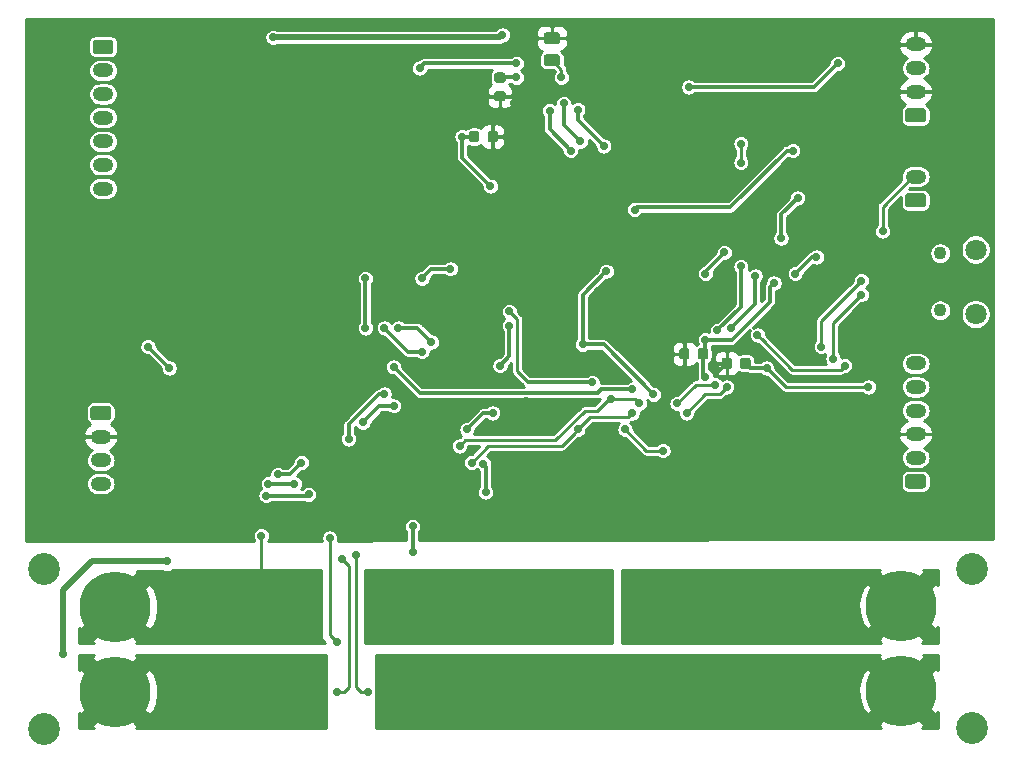
<source format=gbr>
G04 #@! TF.GenerationSoftware,KiCad,Pcbnew,5.1.2-f72e74a~84~ubuntu16.04.1*
G04 #@! TF.CreationDate,2019-06-08T12:34:56+01:00*
G04 #@! TF.ProjectId,bldc-BMS,626c6463-2d42-44d5-932e-6b696361645f,rev?*
G04 #@! TF.SameCoordinates,Original*
G04 #@! TF.FileFunction,Copper,L2,Bot*
G04 #@! TF.FilePolarity,Positive*
%FSLAX46Y46*%
G04 Gerber Fmt 4.6, Leading zero omitted, Abs format (unit mm)*
G04 Created by KiCad (PCBNEW 5.1.2-f72e74a~84~ubuntu16.04.1) date 2019-06-08 12:34:56*
%MOMM*%
%LPD*%
G04 APERTURE LIST*
%ADD10C,6.000000*%
%ADD11C,2.700000*%
%ADD12C,0.100000*%
%ADD13C,1.200000*%
%ADD14O,1.750000X1.200000*%
%ADD15C,1.100000*%
%ADD16C,1.800000*%
%ADD17C,0.875000*%
%ADD18C,0.975000*%
%ADD19C,0.700000*%
%ADD20C,0.500000*%
%ADD21C,0.250000*%
%ADD22C,0.300000*%
%ADD23C,0.254000*%
G04 APERTURE END LIST*
D10*
X177600000Y-90150000D03*
X177600000Y-97350000D03*
D11*
X183600000Y-100500000D03*
X183600000Y-87000000D03*
D10*
X110998000Y-97400000D03*
X110998000Y-90200000D03*
D11*
X104998000Y-87050000D03*
X104998000Y-100550000D03*
D12*
G36*
X179449505Y-55201204D02*
G01*
X179473773Y-55204804D01*
X179497572Y-55210765D01*
X179520671Y-55219030D01*
X179542850Y-55229520D01*
X179563893Y-55242132D01*
X179583599Y-55256747D01*
X179601777Y-55273223D01*
X179618253Y-55291401D01*
X179632868Y-55311107D01*
X179645480Y-55332150D01*
X179655970Y-55354329D01*
X179664235Y-55377428D01*
X179670196Y-55401227D01*
X179673796Y-55425495D01*
X179675000Y-55449999D01*
X179675000Y-56150001D01*
X179673796Y-56174505D01*
X179670196Y-56198773D01*
X179664235Y-56222572D01*
X179655970Y-56245671D01*
X179645480Y-56267850D01*
X179632868Y-56288893D01*
X179618253Y-56308599D01*
X179601777Y-56326777D01*
X179583599Y-56343253D01*
X179563893Y-56357868D01*
X179542850Y-56370480D01*
X179520671Y-56380970D01*
X179497572Y-56389235D01*
X179473773Y-56395196D01*
X179449505Y-56398796D01*
X179425001Y-56400000D01*
X178174999Y-56400000D01*
X178150495Y-56398796D01*
X178126227Y-56395196D01*
X178102428Y-56389235D01*
X178079329Y-56380970D01*
X178057150Y-56370480D01*
X178036107Y-56357868D01*
X178016401Y-56343253D01*
X177998223Y-56326777D01*
X177981747Y-56308599D01*
X177967132Y-56288893D01*
X177954520Y-56267850D01*
X177944030Y-56245671D01*
X177935765Y-56222572D01*
X177929804Y-56198773D01*
X177926204Y-56174505D01*
X177925000Y-56150001D01*
X177925000Y-55449999D01*
X177926204Y-55425495D01*
X177929804Y-55401227D01*
X177935765Y-55377428D01*
X177944030Y-55354329D01*
X177954520Y-55332150D01*
X177967132Y-55311107D01*
X177981747Y-55291401D01*
X177998223Y-55273223D01*
X178016401Y-55256747D01*
X178036107Y-55242132D01*
X178057150Y-55229520D01*
X178079329Y-55219030D01*
X178102428Y-55210765D01*
X178126227Y-55204804D01*
X178150495Y-55201204D01*
X178174999Y-55200000D01*
X179425001Y-55200000D01*
X179449505Y-55201204D01*
X179449505Y-55201204D01*
G37*
D13*
X178800000Y-55800000D03*
D14*
X178800000Y-53800000D03*
D12*
G36*
X179449505Y-79001204D02*
G01*
X179473773Y-79004804D01*
X179497572Y-79010765D01*
X179520671Y-79019030D01*
X179542850Y-79029520D01*
X179563893Y-79042132D01*
X179583599Y-79056747D01*
X179601777Y-79073223D01*
X179618253Y-79091401D01*
X179632868Y-79111107D01*
X179645480Y-79132150D01*
X179655970Y-79154329D01*
X179664235Y-79177428D01*
X179670196Y-79201227D01*
X179673796Y-79225495D01*
X179675000Y-79249999D01*
X179675000Y-79950001D01*
X179673796Y-79974505D01*
X179670196Y-79998773D01*
X179664235Y-80022572D01*
X179655970Y-80045671D01*
X179645480Y-80067850D01*
X179632868Y-80088893D01*
X179618253Y-80108599D01*
X179601777Y-80126777D01*
X179583599Y-80143253D01*
X179563893Y-80157868D01*
X179542850Y-80170480D01*
X179520671Y-80180970D01*
X179497572Y-80189235D01*
X179473773Y-80195196D01*
X179449505Y-80198796D01*
X179425001Y-80200000D01*
X178174999Y-80200000D01*
X178150495Y-80198796D01*
X178126227Y-80195196D01*
X178102428Y-80189235D01*
X178079329Y-80180970D01*
X178057150Y-80170480D01*
X178036107Y-80157868D01*
X178016401Y-80143253D01*
X177998223Y-80126777D01*
X177981747Y-80108599D01*
X177967132Y-80088893D01*
X177954520Y-80067850D01*
X177944030Y-80045671D01*
X177935765Y-80022572D01*
X177929804Y-79998773D01*
X177926204Y-79974505D01*
X177925000Y-79950001D01*
X177925000Y-79249999D01*
X177926204Y-79225495D01*
X177929804Y-79201227D01*
X177935765Y-79177428D01*
X177944030Y-79154329D01*
X177954520Y-79132150D01*
X177967132Y-79111107D01*
X177981747Y-79091401D01*
X177998223Y-79073223D01*
X178016401Y-79056747D01*
X178036107Y-79042132D01*
X178057150Y-79029520D01*
X178079329Y-79019030D01*
X178102428Y-79010765D01*
X178126227Y-79004804D01*
X178150495Y-79001204D01*
X178174999Y-79000000D01*
X179425001Y-79000000D01*
X179449505Y-79001204D01*
X179449505Y-79001204D01*
G37*
D13*
X178800000Y-79600000D03*
D14*
X178800000Y-77600000D03*
X178800000Y-75600000D03*
X178800000Y-73600000D03*
X178800000Y-71600000D03*
X178800000Y-69600000D03*
D12*
G36*
X110449505Y-73201204D02*
G01*
X110473773Y-73204804D01*
X110497572Y-73210765D01*
X110520671Y-73219030D01*
X110542850Y-73229520D01*
X110563893Y-73242132D01*
X110583599Y-73256747D01*
X110601777Y-73273223D01*
X110618253Y-73291401D01*
X110632868Y-73311107D01*
X110645480Y-73332150D01*
X110655970Y-73354329D01*
X110664235Y-73377428D01*
X110670196Y-73401227D01*
X110673796Y-73425495D01*
X110675000Y-73449999D01*
X110675000Y-74150001D01*
X110673796Y-74174505D01*
X110670196Y-74198773D01*
X110664235Y-74222572D01*
X110655970Y-74245671D01*
X110645480Y-74267850D01*
X110632868Y-74288893D01*
X110618253Y-74308599D01*
X110601777Y-74326777D01*
X110583599Y-74343253D01*
X110563893Y-74357868D01*
X110542850Y-74370480D01*
X110520671Y-74380970D01*
X110497572Y-74389235D01*
X110473773Y-74395196D01*
X110449505Y-74398796D01*
X110425001Y-74400000D01*
X109174999Y-74400000D01*
X109150495Y-74398796D01*
X109126227Y-74395196D01*
X109102428Y-74389235D01*
X109079329Y-74380970D01*
X109057150Y-74370480D01*
X109036107Y-74357868D01*
X109016401Y-74343253D01*
X108998223Y-74326777D01*
X108981747Y-74308599D01*
X108967132Y-74288893D01*
X108954520Y-74267850D01*
X108944030Y-74245671D01*
X108935765Y-74222572D01*
X108929804Y-74198773D01*
X108926204Y-74174505D01*
X108925000Y-74150001D01*
X108925000Y-73449999D01*
X108926204Y-73425495D01*
X108929804Y-73401227D01*
X108935765Y-73377428D01*
X108944030Y-73354329D01*
X108954520Y-73332150D01*
X108967132Y-73311107D01*
X108981747Y-73291401D01*
X108998223Y-73273223D01*
X109016401Y-73256747D01*
X109036107Y-73242132D01*
X109057150Y-73229520D01*
X109079329Y-73219030D01*
X109102428Y-73210765D01*
X109126227Y-73204804D01*
X109150495Y-73201204D01*
X109174999Y-73200000D01*
X110425001Y-73200000D01*
X110449505Y-73201204D01*
X110449505Y-73201204D01*
G37*
D13*
X109800000Y-73800000D03*
D14*
X109800000Y-75800000D03*
X109800000Y-77800000D03*
X109800000Y-79800000D03*
D12*
G36*
X110649505Y-42201204D02*
G01*
X110673773Y-42204804D01*
X110697572Y-42210765D01*
X110720671Y-42219030D01*
X110742850Y-42229520D01*
X110763893Y-42242132D01*
X110783599Y-42256747D01*
X110801777Y-42273223D01*
X110818253Y-42291401D01*
X110832868Y-42311107D01*
X110845480Y-42332150D01*
X110855970Y-42354329D01*
X110864235Y-42377428D01*
X110870196Y-42401227D01*
X110873796Y-42425495D01*
X110875000Y-42449999D01*
X110875000Y-43150001D01*
X110873796Y-43174505D01*
X110870196Y-43198773D01*
X110864235Y-43222572D01*
X110855970Y-43245671D01*
X110845480Y-43267850D01*
X110832868Y-43288893D01*
X110818253Y-43308599D01*
X110801777Y-43326777D01*
X110783599Y-43343253D01*
X110763893Y-43357868D01*
X110742850Y-43370480D01*
X110720671Y-43380970D01*
X110697572Y-43389235D01*
X110673773Y-43395196D01*
X110649505Y-43398796D01*
X110625001Y-43400000D01*
X109374999Y-43400000D01*
X109350495Y-43398796D01*
X109326227Y-43395196D01*
X109302428Y-43389235D01*
X109279329Y-43380970D01*
X109257150Y-43370480D01*
X109236107Y-43357868D01*
X109216401Y-43343253D01*
X109198223Y-43326777D01*
X109181747Y-43308599D01*
X109167132Y-43288893D01*
X109154520Y-43267850D01*
X109144030Y-43245671D01*
X109135765Y-43222572D01*
X109129804Y-43198773D01*
X109126204Y-43174505D01*
X109125000Y-43150001D01*
X109125000Y-42449999D01*
X109126204Y-42425495D01*
X109129804Y-42401227D01*
X109135765Y-42377428D01*
X109144030Y-42354329D01*
X109154520Y-42332150D01*
X109167132Y-42311107D01*
X109181747Y-42291401D01*
X109198223Y-42273223D01*
X109216401Y-42256747D01*
X109236107Y-42242132D01*
X109257150Y-42229520D01*
X109279329Y-42219030D01*
X109302428Y-42210765D01*
X109326227Y-42204804D01*
X109350495Y-42201204D01*
X109374999Y-42200000D01*
X110625001Y-42200000D01*
X110649505Y-42201204D01*
X110649505Y-42201204D01*
G37*
D13*
X110000000Y-42800000D03*
D14*
X110000000Y-44800000D03*
X110000000Y-46800000D03*
X110000000Y-48800000D03*
X110000000Y-50800000D03*
X110000000Y-52800000D03*
X110000000Y-54800000D03*
D12*
G36*
X179449505Y-48001204D02*
G01*
X179473773Y-48004804D01*
X179497572Y-48010765D01*
X179520671Y-48019030D01*
X179542850Y-48029520D01*
X179563893Y-48042132D01*
X179583599Y-48056747D01*
X179601777Y-48073223D01*
X179618253Y-48091401D01*
X179632868Y-48111107D01*
X179645480Y-48132150D01*
X179655970Y-48154329D01*
X179664235Y-48177428D01*
X179670196Y-48201227D01*
X179673796Y-48225495D01*
X179675000Y-48249999D01*
X179675000Y-48950001D01*
X179673796Y-48974505D01*
X179670196Y-48998773D01*
X179664235Y-49022572D01*
X179655970Y-49045671D01*
X179645480Y-49067850D01*
X179632868Y-49088893D01*
X179618253Y-49108599D01*
X179601777Y-49126777D01*
X179583599Y-49143253D01*
X179563893Y-49157868D01*
X179542850Y-49170480D01*
X179520671Y-49180970D01*
X179497572Y-49189235D01*
X179473773Y-49195196D01*
X179449505Y-49198796D01*
X179425001Y-49200000D01*
X178174999Y-49200000D01*
X178150495Y-49198796D01*
X178126227Y-49195196D01*
X178102428Y-49189235D01*
X178079329Y-49180970D01*
X178057150Y-49170480D01*
X178036107Y-49157868D01*
X178016401Y-49143253D01*
X177998223Y-49126777D01*
X177981747Y-49108599D01*
X177967132Y-49088893D01*
X177954520Y-49067850D01*
X177944030Y-49045671D01*
X177935765Y-49022572D01*
X177929804Y-48998773D01*
X177926204Y-48974505D01*
X177925000Y-48950001D01*
X177925000Y-48249999D01*
X177926204Y-48225495D01*
X177929804Y-48201227D01*
X177935765Y-48177428D01*
X177944030Y-48154329D01*
X177954520Y-48132150D01*
X177967132Y-48111107D01*
X177981747Y-48091401D01*
X177998223Y-48073223D01*
X178016401Y-48056747D01*
X178036107Y-48042132D01*
X178057150Y-48029520D01*
X178079329Y-48019030D01*
X178102428Y-48010765D01*
X178126227Y-48004804D01*
X178150495Y-48001204D01*
X178174999Y-48000000D01*
X179425001Y-48000000D01*
X179449505Y-48001204D01*
X179449505Y-48001204D01*
G37*
D13*
X178800000Y-48600000D03*
D14*
X178800000Y-46600000D03*
X178800000Y-44600000D03*
X178800000Y-42600000D03*
D15*
X180880000Y-65120000D03*
X180880000Y-60280000D03*
D16*
X183880000Y-65430000D03*
X183880000Y-59970000D03*
D12*
G36*
X143877691Y-46551053D02*
G01*
X143898926Y-46554203D01*
X143919750Y-46559419D01*
X143939962Y-46566651D01*
X143959368Y-46575830D01*
X143977781Y-46586866D01*
X143995024Y-46599654D01*
X144010930Y-46614070D01*
X144025346Y-46629976D01*
X144038134Y-46647219D01*
X144049170Y-46665632D01*
X144058349Y-46685038D01*
X144065581Y-46705250D01*
X144070797Y-46726074D01*
X144073947Y-46747309D01*
X144075000Y-46768750D01*
X144075000Y-47206250D01*
X144073947Y-47227691D01*
X144070797Y-47248926D01*
X144065581Y-47269750D01*
X144058349Y-47289962D01*
X144049170Y-47309368D01*
X144038134Y-47327781D01*
X144025346Y-47345024D01*
X144010930Y-47360930D01*
X143995024Y-47375346D01*
X143977781Y-47388134D01*
X143959368Y-47399170D01*
X143939962Y-47408349D01*
X143919750Y-47415581D01*
X143898926Y-47420797D01*
X143877691Y-47423947D01*
X143856250Y-47425000D01*
X143343750Y-47425000D01*
X143322309Y-47423947D01*
X143301074Y-47420797D01*
X143280250Y-47415581D01*
X143260038Y-47408349D01*
X143240632Y-47399170D01*
X143222219Y-47388134D01*
X143204976Y-47375346D01*
X143189070Y-47360930D01*
X143174654Y-47345024D01*
X143161866Y-47327781D01*
X143150830Y-47309368D01*
X143141651Y-47289962D01*
X143134419Y-47269750D01*
X143129203Y-47248926D01*
X143126053Y-47227691D01*
X143125000Y-47206250D01*
X143125000Y-46768750D01*
X143126053Y-46747309D01*
X143129203Y-46726074D01*
X143134419Y-46705250D01*
X143141651Y-46685038D01*
X143150830Y-46665632D01*
X143161866Y-46647219D01*
X143174654Y-46629976D01*
X143189070Y-46614070D01*
X143204976Y-46599654D01*
X143222219Y-46586866D01*
X143240632Y-46575830D01*
X143260038Y-46566651D01*
X143280250Y-46559419D01*
X143301074Y-46554203D01*
X143322309Y-46551053D01*
X143343750Y-46550000D01*
X143856250Y-46550000D01*
X143877691Y-46551053D01*
X143877691Y-46551053D01*
G37*
D17*
X143600000Y-46987500D03*
D12*
G36*
X143877691Y-44976053D02*
G01*
X143898926Y-44979203D01*
X143919750Y-44984419D01*
X143939962Y-44991651D01*
X143959368Y-45000830D01*
X143977781Y-45011866D01*
X143995024Y-45024654D01*
X144010930Y-45039070D01*
X144025346Y-45054976D01*
X144038134Y-45072219D01*
X144049170Y-45090632D01*
X144058349Y-45110038D01*
X144065581Y-45130250D01*
X144070797Y-45151074D01*
X144073947Y-45172309D01*
X144075000Y-45193750D01*
X144075000Y-45631250D01*
X144073947Y-45652691D01*
X144070797Y-45673926D01*
X144065581Y-45694750D01*
X144058349Y-45714962D01*
X144049170Y-45734368D01*
X144038134Y-45752781D01*
X144025346Y-45770024D01*
X144010930Y-45785930D01*
X143995024Y-45800346D01*
X143977781Y-45813134D01*
X143959368Y-45824170D01*
X143939962Y-45833349D01*
X143919750Y-45840581D01*
X143898926Y-45845797D01*
X143877691Y-45848947D01*
X143856250Y-45850000D01*
X143343750Y-45850000D01*
X143322309Y-45848947D01*
X143301074Y-45845797D01*
X143280250Y-45840581D01*
X143260038Y-45833349D01*
X143240632Y-45824170D01*
X143222219Y-45813134D01*
X143204976Y-45800346D01*
X143189070Y-45785930D01*
X143174654Y-45770024D01*
X143161866Y-45752781D01*
X143150830Y-45734368D01*
X143141651Y-45714962D01*
X143134419Y-45694750D01*
X143129203Y-45673926D01*
X143126053Y-45652691D01*
X143125000Y-45631250D01*
X143125000Y-45193750D01*
X143126053Y-45172309D01*
X143129203Y-45151074D01*
X143134419Y-45130250D01*
X143141651Y-45110038D01*
X143150830Y-45090632D01*
X143161866Y-45072219D01*
X143174654Y-45054976D01*
X143189070Y-45039070D01*
X143204976Y-45024654D01*
X143222219Y-45011866D01*
X143240632Y-45000830D01*
X143260038Y-44991651D01*
X143280250Y-44984419D01*
X143301074Y-44979203D01*
X143322309Y-44976053D01*
X143343750Y-44975000D01*
X143856250Y-44975000D01*
X143877691Y-44976053D01*
X143877691Y-44976053D01*
G37*
D17*
X143600000Y-45412500D03*
D12*
G36*
X148480142Y-41576174D02*
G01*
X148503803Y-41579684D01*
X148527007Y-41585496D01*
X148549529Y-41593554D01*
X148571153Y-41603782D01*
X148591670Y-41616079D01*
X148610883Y-41630329D01*
X148628607Y-41646393D01*
X148644671Y-41664117D01*
X148658921Y-41683330D01*
X148671218Y-41703847D01*
X148681446Y-41725471D01*
X148689504Y-41747993D01*
X148695316Y-41771197D01*
X148698826Y-41794858D01*
X148700000Y-41818750D01*
X148700000Y-42306250D01*
X148698826Y-42330142D01*
X148695316Y-42353803D01*
X148689504Y-42377007D01*
X148681446Y-42399529D01*
X148671218Y-42421153D01*
X148658921Y-42441670D01*
X148644671Y-42460883D01*
X148628607Y-42478607D01*
X148610883Y-42494671D01*
X148591670Y-42508921D01*
X148571153Y-42521218D01*
X148549529Y-42531446D01*
X148527007Y-42539504D01*
X148503803Y-42545316D01*
X148480142Y-42548826D01*
X148456250Y-42550000D01*
X147543750Y-42550000D01*
X147519858Y-42548826D01*
X147496197Y-42545316D01*
X147472993Y-42539504D01*
X147450471Y-42531446D01*
X147428847Y-42521218D01*
X147408330Y-42508921D01*
X147389117Y-42494671D01*
X147371393Y-42478607D01*
X147355329Y-42460883D01*
X147341079Y-42441670D01*
X147328782Y-42421153D01*
X147318554Y-42399529D01*
X147310496Y-42377007D01*
X147304684Y-42353803D01*
X147301174Y-42330142D01*
X147300000Y-42306250D01*
X147300000Y-41818750D01*
X147301174Y-41794858D01*
X147304684Y-41771197D01*
X147310496Y-41747993D01*
X147318554Y-41725471D01*
X147328782Y-41703847D01*
X147341079Y-41683330D01*
X147355329Y-41664117D01*
X147371393Y-41646393D01*
X147389117Y-41630329D01*
X147408330Y-41616079D01*
X147428847Y-41603782D01*
X147450471Y-41593554D01*
X147472993Y-41585496D01*
X147496197Y-41579684D01*
X147519858Y-41576174D01*
X147543750Y-41575000D01*
X148456250Y-41575000D01*
X148480142Y-41576174D01*
X148480142Y-41576174D01*
G37*
D18*
X148000000Y-42062500D03*
D12*
G36*
X148480142Y-43451174D02*
G01*
X148503803Y-43454684D01*
X148527007Y-43460496D01*
X148549529Y-43468554D01*
X148571153Y-43478782D01*
X148591670Y-43491079D01*
X148610883Y-43505329D01*
X148628607Y-43521393D01*
X148644671Y-43539117D01*
X148658921Y-43558330D01*
X148671218Y-43578847D01*
X148681446Y-43600471D01*
X148689504Y-43622993D01*
X148695316Y-43646197D01*
X148698826Y-43669858D01*
X148700000Y-43693750D01*
X148700000Y-44181250D01*
X148698826Y-44205142D01*
X148695316Y-44228803D01*
X148689504Y-44252007D01*
X148681446Y-44274529D01*
X148671218Y-44296153D01*
X148658921Y-44316670D01*
X148644671Y-44335883D01*
X148628607Y-44353607D01*
X148610883Y-44369671D01*
X148591670Y-44383921D01*
X148571153Y-44396218D01*
X148549529Y-44406446D01*
X148527007Y-44414504D01*
X148503803Y-44420316D01*
X148480142Y-44423826D01*
X148456250Y-44425000D01*
X147543750Y-44425000D01*
X147519858Y-44423826D01*
X147496197Y-44420316D01*
X147472993Y-44414504D01*
X147450471Y-44406446D01*
X147428847Y-44396218D01*
X147408330Y-44383921D01*
X147389117Y-44369671D01*
X147371393Y-44353607D01*
X147355329Y-44335883D01*
X147341079Y-44316670D01*
X147328782Y-44296153D01*
X147318554Y-44274529D01*
X147310496Y-44252007D01*
X147304684Y-44228803D01*
X147301174Y-44205142D01*
X147300000Y-44181250D01*
X147300000Y-43693750D01*
X147301174Y-43669858D01*
X147304684Y-43646197D01*
X147310496Y-43622993D01*
X147318554Y-43600471D01*
X147328782Y-43578847D01*
X147341079Y-43558330D01*
X147355329Y-43539117D01*
X147371393Y-43521393D01*
X147389117Y-43505329D01*
X147408330Y-43491079D01*
X147428847Y-43478782D01*
X147450471Y-43468554D01*
X147472993Y-43460496D01*
X147496197Y-43454684D01*
X147519858Y-43451174D01*
X147543750Y-43450000D01*
X148456250Y-43450000D01*
X148480142Y-43451174D01*
X148480142Y-43451174D01*
G37*
D18*
X148000000Y-43937500D03*
D12*
G36*
X163052691Y-69126053D02*
G01*
X163073926Y-69129203D01*
X163094750Y-69134419D01*
X163114962Y-69141651D01*
X163134368Y-69150830D01*
X163152781Y-69161866D01*
X163170024Y-69174654D01*
X163185930Y-69189070D01*
X163200346Y-69204976D01*
X163213134Y-69222219D01*
X163224170Y-69240632D01*
X163233349Y-69260038D01*
X163240581Y-69280250D01*
X163245797Y-69301074D01*
X163248947Y-69322309D01*
X163250000Y-69343750D01*
X163250000Y-69856250D01*
X163248947Y-69877691D01*
X163245797Y-69898926D01*
X163240581Y-69919750D01*
X163233349Y-69939962D01*
X163224170Y-69959368D01*
X163213134Y-69977781D01*
X163200346Y-69995024D01*
X163185930Y-70010930D01*
X163170024Y-70025346D01*
X163152781Y-70038134D01*
X163134368Y-70049170D01*
X163114962Y-70058349D01*
X163094750Y-70065581D01*
X163073926Y-70070797D01*
X163052691Y-70073947D01*
X163031250Y-70075000D01*
X162593750Y-70075000D01*
X162572309Y-70073947D01*
X162551074Y-70070797D01*
X162530250Y-70065581D01*
X162510038Y-70058349D01*
X162490632Y-70049170D01*
X162472219Y-70038134D01*
X162454976Y-70025346D01*
X162439070Y-70010930D01*
X162424654Y-69995024D01*
X162411866Y-69977781D01*
X162400830Y-69959368D01*
X162391651Y-69939962D01*
X162384419Y-69919750D01*
X162379203Y-69898926D01*
X162376053Y-69877691D01*
X162375000Y-69856250D01*
X162375000Y-69343750D01*
X162376053Y-69322309D01*
X162379203Y-69301074D01*
X162384419Y-69280250D01*
X162391651Y-69260038D01*
X162400830Y-69240632D01*
X162411866Y-69222219D01*
X162424654Y-69204976D01*
X162439070Y-69189070D01*
X162454976Y-69174654D01*
X162472219Y-69161866D01*
X162490632Y-69150830D01*
X162510038Y-69141651D01*
X162530250Y-69134419D01*
X162551074Y-69129203D01*
X162572309Y-69126053D01*
X162593750Y-69125000D01*
X163031250Y-69125000D01*
X163052691Y-69126053D01*
X163052691Y-69126053D01*
G37*
D17*
X162812500Y-69600000D03*
D12*
G36*
X164627691Y-69126053D02*
G01*
X164648926Y-69129203D01*
X164669750Y-69134419D01*
X164689962Y-69141651D01*
X164709368Y-69150830D01*
X164727781Y-69161866D01*
X164745024Y-69174654D01*
X164760930Y-69189070D01*
X164775346Y-69204976D01*
X164788134Y-69222219D01*
X164799170Y-69240632D01*
X164808349Y-69260038D01*
X164815581Y-69280250D01*
X164820797Y-69301074D01*
X164823947Y-69322309D01*
X164825000Y-69343750D01*
X164825000Y-69856250D01*
X164823947Y-69877691D01*
X164820797Y-69898926D01*
X164815581Y-69919750D01*
X164808349Y-69939962D01*
X164799170Y-69959368D01*
X164788134Y-69977781D01*
X164775346Y-69995024D01*
X164760930Y-70010930D01*
X164745024Y-70025346D01*
X164727781Y-70038134D01*
X164709368Y-70049170D01*
X164689962Y-70058349D01*
X164669750Y-70065581D01*
X164648926Y-70070797D01*
X164627691Y-70073947D01*
X164606250Y-70075000D01*
X164168750Y-70075000D01*
X164147309Y-70073947D01*
X164126074Y-70070797D01*
X164105250Y-70065581D01*
X164085038Y-70058349D01*
X164065632Y-70049170D01*
X164047219Y-70038134D01*
X164029976Y-70025346D01*
X164014070Y-70010930D01*
X163999654Y-69995024D01*
X163986866Y-69977781D01*
X163975830Y-69959368D01*
X163966651Y-69939962D01*
X163959419Y-69919750D01*
X163954203Y-69898926D01*
X163951053Y-69877691D01*
X163950000Y-69856250D01*
X163950000Y-69343750D01*
X163951053Y-69322309D01*
X163954203Y-69301074D01*
X163959419Y-69280250D01*
X163966651Y-69260038D01*
X163975830Y-69240632D01*
X163986866Y-69222219D01*
X163999654Y-69204976D01*
X164014070Y-69189070D01*
X164029976Y-69174654D01*
X164047219Y-69161866D01*
X164065632Y-69150830D01*
X164085038Y-69141651D01*
X164105250Y-69134419D01*
X164126074Y-69129203D01*
X164147309Y-69126053D01*
X164168750Y-69125000D01*
X164606250Y-69125000D01*
X164627691Y-69126053D01*
X164627691Y-69126053D01*
G37*
D17*
X164387500Y-69600000D03*
D12*
G36*
X159452691Y-68326053D02*
G01*
X159473926Y-68329203D01*
X159494750Y-68334419D01*
X159514962Y-68341651D01*
X159534368Y-68350830D01*
X159552781Y-68361866D01*
X159570024Y-68374654D01*
X159585930Y-68389070D01*
X159600346Y-68404976D01*
X159613134Y-68422219D01*
X159624170Y-68440632D01*
X159633349Y-68460038D01*
X159640581Y-68480250D01*
X159645797Y-68501074D01*
X159648947Y-68522309D01*
X159650000Y-68543750D01*
X159650000Y-69056250D01*
X159648947Y-69077691D01*
X159645797Y-69098926D01*
X159640581Y-69119750D01*
X159633349Y-69139962D01*
X159624170Y-69159368D01*
X159613134Y-69177781D01*
X159600346Y-69195024D01*
X159585930Y-69210930D01*
X159570024Y-69225346D01*
X159552781Y-69238134D01*
X159534368Y-69249170D01*
X159514962Y-69258349D01*
X159494750Y-69265581D01*
X159473926Y-69270797D01*
X159452691Y-69273947D01*
X159431250Y-69275000D01*
X158993750Y-69275000D01*
X158972309Y-69273947D01*
X158951074Y-69270797D01*
X158930250Y-69265581D01*
X158910038Y-69258349D01*
X158890632Y-69249170D01*
X158872219Y-69238134D01*
X158854976Y-69225346D01*
X158839070Y-69210930D01*
X158824654Y-69195024D01*
X158811866Y-69177781D01*
X158800830Y-69159368D01*
X158791651Y-69139962D01*
X158784419Y-69119750D01*
X158779203Y-69098926D01*
X158776053Y-69077691D01*
X158775000Y-69056250D01*
X158775000Y-68543750D01*
X158776053Y-68522309D01*
X158779203Y-68501074D01*
X158784419Y-68480250D01*
X158791651Y-68460038D01*
X158800830Y-68440632D01*
X158811866Y-68422219D01*
X158824654Y-68404976D01*
X158839070Y-68389070D01*
X158854976Y-68374654D01*
X158872219Y-68361866D01*
X158890632Y-68350830D01*
X158910038Y-68341651D01*
X158930250Y-68334419D01*
X158951074Y-68329203D01*
X158972309Y-68326053D01*
X158993750Y-68325000D01*
X159431250Y-68325000D01*
X159452691Y-68326053D01*
X159452691Y-68326053D01*
G37*
D17*
X159212500Y-68800000D03*
D12*
G36*
X161027691Y-68326053D02*
G01*
X161048926Y-68329203D01*
X161069750Y-68334419D01*
X161089962Y-68341651D01*
X161109368Y-68350830D01*
X161127781Y-68361866D01*
X161145024Y-68374654D01*
X161160930Y-68389070D01*
X161175346Y-68404976D01*
X161188134Y-68422219D01*
X161199170Y-68440632D01*
X161208349Y-68460038D01*
X161215581Y-68480250D01*
X161220797Y-68501074D01*
X161223947Y-68522309D01*
X161225000Y-68543750D01*
X161225000Y-69056250D01*
X161223947Y-69077691D01*
X161220797Y-69098926D01*
X161215581Y-69119750D01*
X161208349Y-69139962D01*
X161199170Y-69159368D01*
X161188134Y-69177781D01*
X161175346Y-69195024D01*
X161160930Y-69210930D01*
X161145024Y-69225346D01*
X161127781Y-69238134D01*
X161109368Y-69249170D01*
X161089962Y-69258349D01*
X161069750Y-69265581D01*
X161048926Y-69270797D01*
X161027691Y-69273947D01*
X161006250Y-69275000D01*
X160568750Y-69275000D01*
X160547309Y-69273947D01*
X160526074Y-69270797D01*
X160505250Y-69265581D01*
X160485038Y-69258349D01*
X160465632Y-69249170D01*
X160447219Y-69238134D01*
X160429976Y-69225346D01*
X160414070Y-69210930D01*
X160399654Y-69195024D01*
X160386866Y-69177781D01*
X160375830Y-69159368D01*
X160366651Y-69139962D01*
X160359419Y-69119750D01*
X160354203Y-69098926D01*
X160351053Y-69077691D01*
X160350000Y-69056250D01*
X160350000Y-68543750D01*
X160351053Y-68522309D01*
X160354203Y-68501074D01*
X160359419Y-68480250D01*
X160366651Y-68460038D01*
X160375830Y-68440632D01*
X160386866Y-68422219D01*
X160399654Y-68404976D01*
X160414070Y-68389070D01*
X160429976Y-68374654D01*
X160447219Y-68361866D01*
X160465632Y-68350830D01*
X160485038Y-68341651D01*
X160505250Y-68334419D01*
X160526074Y-68329203D01*
X160547309Y-68326053D01*
X160568750Y-68325000D01*
X161006250Y-68325000D01*
X161027691Y-68326053D01*
X161027691Y-68326053D01*
G37*
D17*
X160787500Y-68800000D03*
D12*
G36*
X141652691Y-49926053D02*
G01*
X141673926Y-49929203D01*
X141694750Y-49934419D01*
X141714962Y-49941651D01*
X141734368Y-49950830D01*
X141752781Y-49961866D01*
X141770024Y-49974654D01*
X141785930Y-49989070D01*
X141800346Y-50004976D01*
X141813134Y-50022219D01*
X141824170Y-50040632D01*
X141833349Y-50060038D01*
X141840581Y-50080250D01*
X141845797Y-50101074D01*
X141848947Y-50122309D01*
X141850000Y-50143750D01*
X141850000Y-50656250D01*
X141848947Y-50677691D01*
X141845797Y-50698926D01*
X141840581Y-50719750D01*
X141833349Y-50739962D01*
X141824170Y-50759368D01*
X141813134Y-50777781D01*
X141800346Y-50795024D01*
X141785930Y-50810930D01*
X141770024Y-50825346D01*
X141752781Y-50838134D01*
X141734368Y-50849170D01*
X141714962Y-50858349D01*
X141694750Y-50865581D01*
X141673926Y-50870797D01*
X141652691Y-50873947D01*
X141631250Y-50875000D01*
X141193750Y-50875000D01*
X141172309Y-50873947D01*
X141151074Y-50870797D01*
X141130250Y-50865581D01*
X141110038Y-50858349D01*
X141090632Y-50849170D01*
X141072219Y-50838134D01*
X141054976Y-50825346D01*
X141039070Y-50810930D01*
X141024654Y-50795024D01*
X141011866Y-50777781D01*
X141000830Y-50759368D01*
X140991651Y-50739962D01*
X140984419Y-50719750D01*
X140979203Y-50698926D01*
X140976053Y-50677691D01*
X140975000Y-50656250D01*
X140975000Y-50143750D01*
X140976053Y-50122309D01*
X140979203Y-50101074D01*
X140984419Y-50080250D01*
X140991651Y-50060038D01*
X141000830Y-50040632D01*
X141011866Y-50022219D01*
X141024654Y-50004976D01*
X141039070Y-49989070D01*
X141054976Y-49974654D01*
X141072219Y-49961866D01*
X141090632Y-49950830D01*
X141110038Y-49941651D01*
X141130250Y-49934419D01*
X141151074Y-49929203D01*
X141172309Y-49926053D01*
X141193750Y-49925000D01*
X141631250Y-49925000D01*
X141652691Y-49926053D01*
X141652691Y-49926053D01*
G37*
D17*
X141412500Y-50400000D03*
D12*
G36*
X143227691Y-49926053D02*
G01*
X143248926Y-49929203D01*
X143269750Y-49934419D01*
X143289962Y-49941651D01*
X143309368Y-49950830D01*
X143327781Y-49961866D01*
X143345024Y-49974654D01*
X143360930Y-49989070D01*
X143375346Y-50004976D01*
X143388134Y-50022219D01*
X143399170Y-50040632D01*
X143408349Y-50060038D01*
X143415581Y-50080250D01*
X143420797Y-50101074D01*
X143423947Y-50122309D01*
X143425000Y-50143750D01*
X143425000Y-50656250D01*
X143423947Y-50677691D01*
X143420797Y-50698926D01*
X143415581Y-50719750D01*
X143408349Y-50739962D01*
X143399170Y-50759368D01*
X143388134Y-50777781D01*
X143375346Y-50795024D01*
X143360930Y-50810930D01*
X143345024Y-50825346D01*
X143327781Y-50838134D01*
X143309368Y-50849170D01*
X143289962Y-50858349D01*
X143269750Y-50865581D01*
X143248926Y-50870797D01*
X143227691Y-50873947D01*
X143206250Y-50875000D01*
X142768750Y-50875000D01*
X142747309Y-50873947D01*
X142726074Y-50870797D01*
X142705250Y-50865581D01*
X142685038Y-50858349D01*
X142665632Y-50849170D01*
X142647219Y-50838134D01*
X142629976Y-50825346D01*
X142614070Y-50810930D01*
X142599654Y-50795024D01*
X142586866Y-50777781D01*
X142575830Y-50759368D01*
X142566651Y-50739962D01*
X142559419Y-50719750D01*
X142554203Y-50698926D01*
X142551053Y-50677691D01*
X142550000Y-50656250D01*
X142550000Y-50143750D01*
X142551053Y-50122309D01*
X142554203Y-50101074D01*
X142559419Y-50080250D01*
X142566651Y-50060038D01*
X142575830Y-50040632D01*
X142586866Y-50022219D01*
X142599654Y-50004976D01*
X142614070Y-49989070D01*
X142629976Y-49974654D01*
X142647219Y-49961866D01*
X142665632Y-49950830D01*
X142685038Y-49941651D01*
X142705250Y-49934419D01*
X142726074Y-49929203D01*
X142747309Y-49926053D01*
X142768750Y-49925000D01*
X143206250Y-49925000D01*
X143227691Y-49926053D01*
X143227691Y-49926053D01*
G37*
D17*
X142987500Y-50400000D03*
D19*
X124400000Y-42000000D03*
X143800000Y-41800000D03*
X157400000Y-77000000D03*
X154200000Y-75200000D03*
X172200000Y-44200000D03*
X159600000Y-46200000D03*
X139400000Y-61600000D03*
X137000000Y-62400002D03*
X113200000Y-76400000D03*
X120800000Y-73000000D03*
X122400000Y-83200000D03*
X146800000Y-84200000D03*
X150400000Y-69600000D03*
X144800000Y-47600000D03*
X134800000Y-63600000D03*
X135800000Y-56600000D03*
X137400000Y-75000000D03*
X160875000Y-81325000D03*
X143000000Y-74800000D03*
X137400000Y-76000000D03*
X151900000Y-63500000D03*
X151200000Y-48400000D03*
X145800000Y-72800026D03*
X164704975Y-56004975D03*
X170000000Y-63600000D03*
X169600000Y-69200000D03*
X166816000Y-67016000D03*
X162000000Y-70200000D03*
X162800000Y-54200000D03*
X169000000Y-47600000D03*
X166200000Y-47600000D03*
X105800000Y-66400000D03*
X154400000Y-66600000D03*
X158000000Y-65000000D03*
X168200000Y-73800000D03*
X107800000Y-64000000D03*
X115400000Y-80400000D03*
X111800000Y-71000000D03*
X150200000Y-73000000D03*
X143200000Y-77400000D03*
X136800000Y-44600000D03*
X144999956Y-44200000D03*
X166200000Y-70000000D03*
X174800000Y-71600000D03*
X172800000Y-69800000D03*
X165400012Y-67200000D03*
X161000000Y-70725000D03*
X161000000Y-67600000D03*
X170400000Y-60600000D03*
X168600000Y-62000000D03*
X166800000Y-62800000D03*
X176000000Y-58400000D03*
X123999992Y-79799992D03*
X126199992Y-79800000D03*
X132000000Y-74600000D03*
X134600000Y-73200000D03*
X130800000Y-76000000D03*
X133800000Y-72200000D03*
X124799979Y-79000000D03*
X126800000Y-77999996D03*
X137000000Y-68600000D03*
X133799998Y-66600000D03*
X132200000Y-62400000D03*
X132200000Y-66600000D03*
X144400000Y-65200000D03*
X148800000Y-45400000D03*
X150200000Y-48110892D03*
X152399990Y-51200000D03*
X151400000Y-71200000D03*
X145000000Y-45400000D03*
X149000000Y-47600000D03*
X150400000Y-50800000D03*
X147800000Y-48200000D03*
X149600000Y-51600000D03*
X140400000Y-50400000D03*
X142800000Y-54600000D03*
X140800000Y-75200000D03*
X143000006Y-73800000D03*
X140200000Y-76600000D03*
X153000000Y-72600000D03*
X155400000Y-73000000D03*
X158600000Y-73000000D03*
X161800000Y-71400000D03*
X150200000Y-75200000D03*
X141200000Y-78000000D03*
X159400000Y-73800000D03*
X162800000Y-71600000D03*
X154800000Y-73800000D03*
X164000000Y-61400000D03*
X162000000Y-66800000D03*
X163200000Y-66600000D03*
X165200000Y-62200000D03*
X168800000Y-55600000D03*
X167400000Y-59000000D03*
X170800000Y-68200000D03*
X174200000Y-62600000D03*
X171800000Y-69200000D03*
X174200000Y-63800000D03*
X113800000Y-68200000D03*
X115599994Y-70000000D03*
X134600000Y-69900000D03*
X154800000Y-71800000D03*
X137800000Y-67800000D03*
X135000000Y-66600002D03*
X128000000Y-89000000D03*
X128000000Y-92600000D03*
X128000000Y-90200000D03*
X128000000Y-87800000D03*
X128000000Y-91400000D03*
X123400000Y-84200000D03*
X123400000Y-87600000D03*
X156400000Y-92600000D03*
X156400000Y-87800000D03*
X156400000Y-90200000D03*
X156400000Y-91400000D03*
X156400000Y-89000000D03*
X144400000Y-66400000D03*
X142400000Y-80500000D03*
X143600000Y-69800000D03*
X142200000Y-78100000D03*
X136000000Y-96200000D03*
X136000000Y-99800000D03*
X136000000Y-95000000D03*
X136000000Y-97400000D03*
X136000000Y-98600000D03*
X131400000Y-85800000D03*
X132400002Y-97399998D03*
X156600000Y-72216000D03*
X150600000Y-68000000D03*
X168400000Y-51600000D03*
X155000000Y-56600000D03*
X152600000Y-61800000D03*
X164000000Y-51000000D03*
X164000000Y-52600000D03*
X123800000Y-80800000D03*
X127400000Y-80700010D03*
X136400000Y-89000000D03*
X136400000Y-92600000D03*
X136400000Y-90200000D03*
X136400000Y-91400000D03*
X147400000Y-89000000D03*
X147400000Y-90200000D03*
X147400000Y-91400000D03*
X147400000Y-92600000D03*
X147400000Y-87825020D03*
X136400000Y-87825020D03*
X129200000Y-84400000D03*
X129800000Y-93200000D03*
X126000000Y-95000000D03*
X126000000Y-96200000D03*
X126000000Y-99800000D03*
X126000000Y-97400000D03*
X126000000Y-98600000D03*
X130200000Y-86200000D03*
X129800006Y-97400000D03*
X115400000Y-86300000D03*
X106600000Y-94200000D03*
X162600000Y-60200000D03*
X161000000Y-61999988D03*
X136200000Y-83400000D03*
X136200000Y-85600000D03*
D20*
X124400000Y-42000000D02*
X143400000Y-42000000D01*
X143600000Y-42000000D02*
X143800000Y-41800000D01*
X143400000Y-42000000D02*
X143600000Y-42000000D01*
D21*
X156000000Y-77000000D02*
X154200000Y-75200000D01*
X157400000Y-77000000D02*
X156000000Y-77000000D01*
D22*
X170200000Y-46200000D02*
X159600000Y-46200000D01*
X172200000Y-44200000D02*
X170200000Y-46200000D01*
X137349999Y-62050003D02*
X137000000Y-62400002D01*
X137800002Y-61600000D02*
X137349999Y-62050003D01*
X139400000Y-61600000D02*
X137800002Y-61600000D01*
X162212500Y-70200000D02*
X162812500Y-69600000D01*
X162000000Y-70200000D02*
X162212500Y-70200000D01*
X144504982Y-44200000D02*
X144999956Y-44200000D01*
X137200000Y-44200000D02*
X144504982Y-44200000D01*
X136800000Y-44600000D02*
X137200000Y-44200000D01*
D21*
X167800000Y-71600000D02*
X174800000Y-71600000D01*
X166200000Y-70000000D02*
X167800000Y-71600000D01*
D22*
X164787500Y-70000000D02*
X164387500Y-69600000D01*
X166200000Y-70000000D02*
X164787500Y-70000000D01*
D21*
X172800000Y-69800000D02*
X172450001Y-70149999D01*
X165750011Y-67549999D02*
X165400012Y-67200000D01*
X172450001Y-70149999D02*
X168350011Y-70149999D01*
X168350011Y-70149999D02*
X165750011Y-67549999D01*
D22*
X170000000Y-60600000D02*
X168600000Y-62000000D01*
X170400000Y-60600000D02*
X170000000Y-60600000D01*
X163236002Y-67600000D02*
X161494974Y-67600000D01*
X161494974Y-67600000D02*
X161000000Y-67600000D01*
X166450001Y-64386001D02*
X163236002Y-67600000D01*
X166450001Y-63149999D02*
X166450001Y-64386001D01*
X166800000Y-62800000D02*
X166450001Y-63149999D01*
X161000000Y-68587500D02*
X160787500Y-68800000D01*
X161000000Y-67600000D02*
X161000000Y-68587500D01*
X160787500Y-70512500D02*
X161000000Y-70725000D01*
X160787500Y-68800000D02*
X160787500Y-70512500D01*
D21*
X176000000Y-56325000D02*
X178525000Y-53800000D01*
X178525000Y-53800000D02*
X178800000Y-53800000D01*
X176000000Y-58400000D02*
X176000000Y-56325000D01*
D22*
X123999992Y-79799992D02*
X126199984Y-79799992D01*
X126199984Y-79799992D02*
X126199992Y-79800000D01*
X134105026Y-73200000D02*
X134600000Y-73200000D01*
X133400000Y-73200000D02*
X134105026Y-73200000D01*
X132000000Y-74600000D02*
X133400000Y-73200000D01*
X133363998Y-72200000D02*
X133800000Y-72200000D01*
X130800000Y-74763998D02*
X133363998Y-72200000D01*
X130800000Y-76000000D02*
X130800000Y-74763998D01*
X124799979Y-79000000D02*
X125799996Y-79000000D01*
X126450001Y-78349995D02*
X126800000Y-77999996D01*
X125799996Y-79000000D02*
X126450001Y-78349995D01*
X135799998Y-68600000D02*
X136505026Y-68600000D01*
X136505026Y-68600000D02*
X137000000Y-68600000D01*
X133799998Y-66600000D02*
X135799998Y-68600000D01*
X132200000Y-62400000D02*
X132200000Y-66600000D01*
D21*
X148000000Y-43937500D02*
X148800000Y-44737500D01*
X148800000Y-44737500D02*
X148800000Y-44905026D01*
X148800000Y-44905026D02*
X148800000Y-45400000D01*
D22*
X150200000Y-48110892D02*
X150200000Y-49000010D01*
X152049991Y-50850001D02*
X152399990Y-51200000D01*
X150200000Y-49000010D02*
X152049991Y-50850001D01*
X151400000Y-71200000D02*
X146000000Y-71200000D01*
D21*
X145075001Y-70275001D02*
X146000000Y-71200000D01*
X145075001Y-65875001D02*
X145075001Y-70275001D01*
X144400000Y-65200000D02*
X145075001Y-65875001D01*
D22*
X143612500Y-45400000D02*
X143600000Y-45412500D01*
X145000000Y-45400000D02*
X143612500Y-45400000D01*
X149000000Y-49400000D02*
X150400000Y-50800000D01*
X149000000Y-47600000D02*
X149000000Y-49400000D01*
X147800000Y-49800000D02*
X149600000Y-51600000D01*
X147800000Y-48200000D02*
X147800000Y-49800000D01*
X141412500Y-50400000D02*
X140400000Y-50400000D01*
X140400000Y-52200000D02*
X140400000Y-50400000D01*
X142800000Y-54600000D02*
X140400000Y-52200000D01*
X140800000Y-75200000D02*
X142200000Y-73800000D01*
X142200000Y-73800000D02*
X142505032Y-73800000D01*
X142505032Y-73800000D02*
X143000006Y-73800000D01*
D21*
X140200000Y-76600000D02*
X140675001Y-76124999D01*
X148275001Y-76124999D02*
X150800000Y-73600000D01*
X140675001Y-76124999D02*
X148275001Y-76124999D01*
X151800000Y-73600000D02*
X152800000Y-72600000D01*
X150800000Y-73600000D02*
X151800000Y-73600000D01*
X155000000Y-72600000D02*
X155400000Y-73000000D01*
X152800000Y-72600000D02*
X155000000Y-72600000D01*
X160200000Y-71400000D02*
X161800000Y-71400000D01*
X158600000Y-73000000D02*
X160200000Y-71400000D01*
X141200000Y-78000000D02*
X141300998Y-78000000D01*
X149850001Y-75549999D02*
X150200000Y-75200000D01*
X148824991Y-76575009D02*
X149850001Y-75549999D01*
X142624991Y-76575009D02*
X148824991Y-76575009D01*
X141200000Y-78000000D02*
X142624991Y-76575009D01*
X159400000Y-73800000D02*
X161000000Y-72200000D01*
X162200000Y-72200000D02*
X162800000Y-71600000D01*
X161000000Y-72200000D02*
X162200000Y-72200000D01*
X150200000Y-75200000D02*
X151250001Y-74149999D01*
X154450001Y-74149999D02*
X154800000Y-73800000D01*
X151250001Y-74149999D02*
X154450001Y-74149999D01*
D22*
X164000000Y-64800000D02*
X162000000Y-66800000D01*
X164000000Y-61400000D02*
X164000000Y-64800000D01*
X165200000Y-64600000D02*
X165200000Y-62200000D01*
X163200000Y-66600000D02*
X165200000Y-64600000D01*
X167400000Y-57000000D02*
X167400000Y-59000000D01*
X168800000Y-55600000D02*
X167400000Y-57000000D01*
D21*
X173850001Y-62949999D02*
X174200000Y-62600000D01*
X170800000Y-68200000D02*
X170800000Y-66000000D01*
X170800000Y-66000000D02*
X173850001Y-62949999D01*
X173850001Y-64149999D02*
X174200000Y-63800000D01*
X171800000Y-69200000D02*
X171800000Y-66200000D01*
X171800000Y-66200000D02*
X173850001Y-64149999D01*
D22*
X113800000Y-68200000D02*
X115599994Y-69999994D01*
X115599994Y-69999994D02*
X115599994Y-70000000D01*
X134949999Y-70249999D02*
X134600000Y-69900000D01*
X154800000Y-71800000D02*
X152200000Y-71800000D01*
X152200000Y-71800000D02*
X151899999Y-72100001D01*
X136800001Y-72100001D02*
X134949999Y-70249999D01*
X151899999Y-72100001D02*
X136800001Y-72100001D01*
X136600002Y-66600002D02*
X137450001Y-67450001D01*
X137450001Y-67450001D02*
X137800000Y-67800000D01*
X135000000Y-66600002D02*
X136600002Y-66600002D01*
D21*
X123400000Y-84200000D02*
X123400000Y-87600000D01*
D22*
X143600000Y-69800000D02*
X144400000Y-69000000D01*
X144400000Y-69000000D02*
X144400000Y-66400000D01*
X142400000Y-80500000D02*
X142400000Y-78400000D01*
X142400000Y-78400000D02*
X142200000Y-78200000D01*
X142200000Y-78200000D02*
X142200000Y-78100000D01*
D21*
X131800000Y-97400000D02*
X132400000Y-97400000D01*
X131400000Y-97000000D02*
X131800000Y-97400000D01*
X132400000Y-97400000D02*
X132400002Y-97399998D01*
X131400000Y-85800000D02*
X131400000Y-97000000D01*
D22*
X152384000Y-68000000D02*
X150600000Y-68000000D01*
X156600000Y-72216000D02*
X152384000Y-68000000D01*
X167905026Y-51600000D02*
X163105026Y-56400000D01*
X168400000Y-51600000D02*
X167905026Y-51600000D01*
X155200000Y-56400000D02*
X155000000Y-56600000D01*
X163105026Y-56400000D02*
X155200000Y-56400000D01*
X150600000Y-63800000D02*
X150600000Y-68000000D01*
X152600000Y-61800000D02*
X150600000Y-63800000D01*
D21*
X164000000Y-51000000D02*
X164000000Y-52600000D01*
D22*
X127300010Y-80800000D02*
X127400000Y-80700010D01*
X123800000Y-80800000D02*
X127300010Y-80800000D01*
D21*
X129200000Y-92600000D02*
X129450001Y-92850001D01*
X129450001Y-92850001D02*
X129800000Y-93200000D01*
X129200000Y-84400000D02*
X129200000Y-92600000D01*
X130400000Y-97400000D02*
X129800006Y-97400000D01*
X130800000Y-97000000D02*
X130400000Y-97400000D01*
X130800000Y-86800000D02*
X130800000Y-97000000D01*
X130200000Y-86200000D02*
X130800000Y-86800000D01*
D20*
X106600000Y-88800000D02*
X106600000Y-94200000D01*
X109100000Y-86300000D02*
X106600000Y-88800000D01*
X115400000Y-86300000D02*
X109100000Y-86300000D01*
D21*
X161000000Y-61800000D02*
X161000000Y-61999988D01*
X162600000Y-60200000D02*
X161000000Y-61800000D01*
D22*
X136200000Y-83400000D02*
X136200000Y-85600000D01*
D23*
G36*
X185344000Y-84474101D02*
G01*
X136731000Y-84591523D01*
X136731000Y-83902790D01*
X136767805Y-83865985D01*
X136847804Y-83746258D01*
X136902908Y-83613225D01*
X136931000Y-83471997D01*
X136931000Y-83328003D01*
X136902908Y-83186775D01*
X136847804Y-83053742D01*
X136767805Y-82934015D01*
X136665985Y-82832195D01*
X136546258Y-82752196D01*
X136413225Y-82697092D01*
X136271997Y-82669000D01*
X136128003Y-82669000D01*
X135986775Y-82697092D01*
X135853742Y-82752196D01*
X135734015Y-82832195D01*
X135632195Y-82934015D01*
X135552196Y-83053742D01*
X135497092Y-83186775D01*
X135469000Y-83328003D01*
X135469000Y-83471997D01*
X135497092Y-83613225D01*
X135552196Y-83746258D01*
X135632195Y-83865985D01*
X135669000Y-83902790D01*
X135669000Y-84594088D01*
X129903945Y-84608014D01*
X129931000Y-84471997D01*
X129931000Y-84328003D01*
X129902908Y-84186775D01*
X129847804Y-84053742D01*
X129767805Y-83934015D01*
X129665985Y-83832195D01*
X129546258Y-83752196D01*
X129413225Y-83697092D01*
X129271997Y-83669000D01*
X129128003Y-83669000D01*
X128986775Y-83697092D01*
X128853742Y-83752196D01*
X128734015Y-83832195D01*
X128632195Y-83934015D01*
X128552196Y-84053742D01*
X128497092Y-84186775D01*
X128469000Y-84328003D01*
X128469000Y-84471997D01*
X128496731Y-84611413D01*
X123997007Y-84622281D01*
X124047804Y-84546258D01*
X124102908Y-84413225D01*
X124131000Y-84271997D01*
X124131000Y-84128003D01*
X124102908Y-83986775D01*
X124047804Y-83853742D01*
X123967805Y-83734015D01*
X123865985Y-83632195D01*
X123746258Y-83552196D01*
X123613225Y-83497092D01*
X123471997Y-83469000D01*
X123328003Y-83469000D01*
X123186775Y-83497092D01*
X123053742Y-83552196D01*
X122934015Y-83632195D01*
X122832195Y-83734015D01*
X122752196Y-83853742D01*
X122697092Y-83986775D01*
X122669000Y-84128003D01*
X122669000Y-84271997D01*
X122697092Y-84413225D01*
X122752196Y-84546258D01*
X122804917Y-84625161D01*
X103456000Y-84671897D01*
X103456000Y-79800000D01*
X108539254Y-79800000D01*
X108558195Y-79992310D01*
X108614289Y-80177229D01*
X108705382Y-80347651D01*
X108827972Y-80497028D01*
X108977349Y-80619618D01*
X109147771Y-80710711D01*
X109332690Y-80766805D01*
X109476813Y-80781000D01*
X110123187Y-80781000D01*
X110267310Y-80766805D01*
X110395224Y-80728003D01*
X123069000Y-80728003D01*
X123069000Y-80871997D01*
X123097092Y-81013225D01*
X123152196Y-81146258D01*
X123232195Y-81265985D01*
X123334015Y-81367805D01*
X123453742Y-81447804D01*
X123586775Y-81502908D01*
X123728003Y-81531000D01*
X123871997Y-81531000D01*
X124013225Y-81502908D01*
X124146258Y-81447804D01*
X124265985Y-81367805D01*
X124302790Y-81331000D01*
X127028578Y-81331000D01*
X127053742Y-81347814D01*
X127186775Y-81402918D01*
X127328003Y-81431010D01*
X127471997Y-81431010D01*
X127613225Y-81402918D01*
X127746258Y-81347814D01*
X127865985Y-81267815D01*
X127967805Y-81165995D01*
X128047804Y-81046268D01*
X128102908Y-80913235D01*
X128131000Y-80772007D01*
X128131000Y-80628013D01*
X128102908Y-80486785D01*
X128047804Y-80353752D01*
X127967805Y-80234025D01*
X127865985Y-80132205D01*
X127746258Y-80052206D01*
X127613225Y-79997102D01*
X127471997Y-79969010D01*
X127328003Y-79969010D01*
X127186775Y-79997102D01*
X127053742Y-80052206D01*
X126934015Y-80132205D01*
X126832195Y-80234025D01*
X126808825Y-80269000D01*
X126764782Y-80269000D01*
X126767797Y-80265985D01*
X126847796Y-80146258D01*
X126902900Y-80013225D01*
X126930992Y-79871997D01*
X126930992Y-79728003D01*
X126902900Y-79586775D01*
X126847796Y-79453742D01*
X126767797Y-79334015D01*
X126665977Y-79232195D01*
X126546250Y-79152196D01*
X126441949Y-79108993D01*
X126819947Y-78730996D01*
X126871997Y-78730996D01*
X127013225Y-78702904D01*
X127146258Y-78647800D01*
X127265985Y-78567801D01*
X127367805Y-78465981D01*
X127447804Y-78346254D01*
X127502908Y-78213221D01*
X127531000Y-78071993D01*
X127531000Y-77927999D01*
X127502908Y-77786771D01*
X127447804Y-77653738D01*
X127367805Y-77534011D01*
X127265985Y-77432191D01*
X127146258Y-77352192D01*
X127013225Y-77297088D01*
X126871997Y-77268996D01*
X126728003Y-77268996D01*
X126586775Y-77297088D01*
X126453742Y-77352192D01*
X126334015Y-77432191D01*
X126232195Y-77534011D01*
X126152196Y-77653738D01*
X126097092Y-77786771D01*
X126069000Y-77927999D01*
X126069000Y-77980049D01*
X125580050Y-78469000D01*
X125302769Y-78469000D01*
X125265964Y-78432195D01*
X125146237Y-78352196D01*
X125013204Y-78297092D01*
X124871976Y-78269000D01*
X124727982Y-78269000D01*
X124586754Y-78297092D01*
X124453721Y-78352196D01*
X124333994Y-78432195D01*
X124232174Y-78534015D01*
X124152175Y-78653742D01*
X124097071Y-78786775D01*
X124068979Y-78928003D01*
X124068979Y-79068992D01*
X123927995Y-79068992D01*
X123786767Y-79097084D01*
X123653734Y-79152188D01*
X123534007Y-79232187D01*
X123432187Y-79334007D01*
X123352188Y-79453734D01*
X123297084Y-79586767D01*
X123268992Y-79727995D01*
X123268992Y-79871989D01*
X123297084Y-80013217D01*
X123352188Y-80146250D01*
X123386280Y-80197273D01*
X123334015Y-80232195D01*
X123232195Y-80334015D01*
X123152196Y-80453742D01*
X123097092Y-80586775D01*
X123069000Y-80728003D01*
X110395224Y-80728003D01*
X110452229Y-80710711D01*
X110622651Y-80619618D01*
X110772028Y-80497028D01*
X110894618Y-80347651D01*
X110985711Y-80177229D01*
X111041805Y-79992310D01*
X111060746Y-79800000D01*
X111041805Y-79607690D01*
X110985711Y-79422771D01*
X110894618Y-79252349D01*
X110772028Y-79102972D01*
X110622651Y-78980382D01*
X110452229Y-78889289D01*
X110267310Y-78833195D01*
X110123187Y-78819000D01*
X109476813Y-78819000D01*
X109332690Y-78833195D01*
X109147771Y-78889289D01*
X108977349Y-78980382D01*
X108827972Y-79102972D01*
X108705382Y-79252349D01*
X108614289Y-79422771D01*
X108558195Y-79607690D01*
X108539254Y-79800000D01*
X103456000Y-79800000D01*
X103456000Y-76015880D01*
X108309014Y-76015880D01*
X108309242Y-76018377D01*
X108375206Y-76251364D01*
X108485356Y-76467005D01*
X108635459Y-76657013D01*
X108819746Y-76814087D01*
X109031136Y-76932190D01*
X109053788Y-76939525D01*
X108977349Y-76980382D01*
X108827972Y-77102972D01*
X108705382Y-77252349D01*
X108614289Y-77422771D01*
X108558195Y-77607690D01*
X108539254Y-77800000D01*
X108558195Y-77992310D01*
X108614289Y-78177229D01*
X108705382Y-78347651D01*
X108827972Y-78497028D01*
X108977349Y-78619618D01*
X109147771Y-78710711D01*
X109332690Y-78766805D01*
X109476813Y-78781000D01*
X110123187Y-78781000D01*
X110267310Y-78766805D01*
X110452229Y-78710711D01*
X110622651Y-78619618D01*
X110772028Y-78497028D01*
X110894618Y-78347651D01*
X110985711Y-78177229D01*
X111041805Y-77992310D01*
X111060746Y-77800000D01*
X111041805Y-77607690D01*
X110985711Y-77422771D01*
X110894618Y-77252349D01*
X110772028Y-77102972D01*
X110622651Y-76980382D01*
X110546212Y-76939525D01*
X110568864Y-76932190D01*
X110780254Y-76814087D01*
X110964541Y-76657013D01*
X111114644Y-76467005D01*
X111224794Y-76251364D01*
X111290758Y-76018377D01*
X111290986Y-76015880D01*
X111227210Y-75928003D01*
X130069000Y-75928003D01*
X130069000Y-76071997D01*
X130097092Y-76213225D01*
X130152196Y-76346258D01*
X130232195Y-76465985D01*
X130334015Y-76567805D01*
X130453742Y-76647804D01*
X130586775Y-76702908D01*
X130728003Y-76731000D01*
X130871997Y-76731000D01*
X131013225Y-76702908D01*
X131146258Y-76647804D01*
X131265985Y-76567805D01*
X131367805Y-76465985D01*
X131447804Y-76346258D01*
X131502908Y-76213225D01*
X131531000Y-76071997D01*
X131531000Y-75928003D01*
X131502908Y-75786775D01*
X131447804Y-75653742D01*
X131367805Y-75534015D01*
X131331000Y-75497210D01*
X131331000Y-74983944D01*
X131358801Y-74956143D01*
X131432195Y-75065985D01*
X131534015Y-75167805D01*
X131653742Y-75247804D01*
X131786775Y-75302908D01*
X131928003Y-75331000D01*
X132071997Y-75331000D01*
X132213225Y-75302908D01*
X132346258Y-75247804D01*
X132465985Y-75167805D01*
X132567805Y-75065985D01*
X132647804Y-74946258D01*
X132702908Y-74813225D01*
X132731000Y-74671997D01*
X132731000Y-74619946D01*
X133619947Y-73731000D01*
X134097210Y-73731000D01*
X134134015Y-73767805D01*
X134253742Y-73847804D01*
X134386775Y-73902908D01*
X134528003Y-73931000D01*
X134671997Y-73931000D01*
X134813225Y-73902908D01*
X134946258Y-73847804D01*
X135065985Y-73767805D01*
X135167805Y-73665985D01*
X135247804Y-73546258D01*
X135302908Y-73413225D01*
X135331000Y-73271997D01*
X135331000Y-73128003D01*
X135302908Y-72986775D01*
X135247804Y-72853742D01*
X135167805Y-72734015D01*
X135065985Y-72632195D01*
X134946258Y-72552196D01*
X134813225Y-72497092D01*
X134671997Y-72469000D01*
X134528003Y-72469000D01*
X134475478Y-72479448D01*
X134502908Y-72413225D01*
X134531000Y-72271997D01*
X134531000Y-72128003D01*
X134502908Y-71986775D01*
X134447804Y-71853742D01*
X134367805Y-71734015D01*
X134265985Y-71632195D01*
X134146258Y-71552196D01*
X134013225Y-71497092D01*
X133871997Y-71469000D01*
X133728003Y-71469000D01*
X133586775Y-71497092D01*
X133453742Y-71552196D01*
X133334015Y-71632195D01*
X133292763Y-71673447D01*
X133259904Y-71676683D01*
X133159810Y-71707047D01*
X133067562Y-71756354D01*
X133006968Y-71806082D01*
X133006962Y-71806088D01*
X132986708Y-71822710D01*
X132970086Y-71842964D01*
X130442971Y-74370081D01*
X130422711Y-74386708D01*
X130406084Y-74406968D01*
X130406083Y-74406969D01*
X130356354Y-74467563D01*
X130307047Y-74559811D01*
X130295618Y-74597488D01*
X130277127Y-74658446D01*
X130276684Y-74659905D01*
X130266432Y-74763998D01*
X130269001Y-74790082D01*
X130269000Y-75497210D01*
X130232195Y-75534015D01*
X130152196Y-75653742D01*
X130097092Y-75786775D01*
X130069000Y-75928003D01*
X111227210Y-75928003D01*
X111151004Y-75823000D01*
X109823000Y-75823000D01*
X109823000Y-75843000D01*
X109777000Y-75843000D01*
X109777000Y-75823000D01*
X108448996Y-75823000D01*
X108309014Y-76015880D01*
X103456000Y-76015880D01*
X103456000Y-75584120D01*
X108309014Y-75584120D01*
X108448996Y-75777000D01*
X109777000Y-75777000D01*
X109777000Y-75757000D01*
X109823000Y-75757000D01*
X109823000Y-75777000D01*
X111151004Y-75777000D01*
X111290986Y-75584120D01*
X111290758Y-75581623D01*
X111224794Y-75348636D01*
X111114644Y-75132995D01*
X110964541Y-74942987D01*
X110780254Y-74785913D01*
X110678094Y-74728837D01*
X110776589Y-74676190D01*
X110872488Y-74597488D01*
X110951190Y-74501589D01*
X111009671Y-74392179D01*
X111045683Y-74273462D01*
X111057843Y-74150001D01*
X111057843Y-73449999D01*
X111045683Y-73326538D01*
X111009671Y-73207821D01*
X110951190Y-73098411D01*
X110872488Y-73002512D01*
X110776589Y-72923810D01*
X110667179Y-72865329D01*
X110548462Y-72829317D01*
X110425001Y-72817157D01*
X109174999Y-72817157D01*
X109051538Y-72829317D01*
X108932821Y-72865329D01*
X108823411Y-72923810D01*
X108727512Y-73002512D01*
X108648810Y-73098411D01*
X108590329Y-73207821D01*
X108554317Y-73326538D01*
X108542157Y-73449999D01*
X108542157Y-74150001D01*
X108554317Y-74273462D01*
X108590329Y-74392179D01*
X108648810Y-74501589D01*
X108727512Y-74597488D01*
X108823411Y-74676190D01*
X108921906Y-74728837D01*
X108819746Y-74785913D01*
X108635459Y-74942987D01*
X108485356Y-75132995D01*
X108375206Y-75348636D01*
X108309242Y-75581623D01*
X108309014Y-75584120D01*
X103456000Y-75584120D01*
X103456000Y-68128003D01*
X113069000Y-68128003D01*
X113069000Y-68271997D01*
X113097092Y-68413225D01*
X113152196Y-68546258D01*
X113232195Y-68665985D01*
X113334015Y-68767805D01*
X113453742Y-68847804D01*
X113586775Y-68902908D01*
X113728003Y-68931000D01*
X113780054Y-68931000D01*
X114868994Y-70019941D01*
X114868994Y-70071997D01*
X114897086Y-70213225D01*
X114952190Y-70346258D01*
X115032189Y-70465985D01*
X115134009Y-70567805D01*
X115253736Y-70647804D01*
X115386769Y-70702908D01*
X115527997Y-70731000D01*
X115671991Y-70731000D01*
X115813219Y-70702908D01*
X115946252Y-70647804D01*
X116065979Y-70567805D01*
X116167799Y-70465985D01*
X116247798Y-70346258D01*
X116302902Y-70213225D01*
X116330994Y-70071997D01*
X116330994Y-69928003D01*
X116311103Y-69828003D01*
X133869000Y-69828003D01*
X133869000Y-69971997D01*
X133897092Y-70113225D01*
X133952196Y-70246258D01*
X134032195Y-70365985D01*
X134134015Y-70467805D01*
X134253742Y-70547804D01*
X134386775Y-70602908D01*
X134528003Y-70631000D01*
X134580054Y-70631000D01*
X136406084Y-72457031D01*
X136422711Y-72477291D01*
X136442971Y-72493918D01*
X136503565Y-72543647D01*
X136595813Y-72592954D01*
X136695907Y-72623318D01*
X136773917Y-72631001D01*
X136773927Y-72631001D01*
X136800001Y-72633569D01*
X136826075Y-72631001D01*
X151873925Y-72631001D01*
X151899999Y-72633569D01*
X151926073Y-72631001D01*
X151926083Y-72631001D01*
X152004093Y-72623318D01*
X152085910Y-72598498D01*
X151590409Y-73094000D01*
X150824854Y-73094000D01*
X150800000Y-73091552D01*
X150700807Y-73101322D01*
X150605425Y-73130255D01*
X150517521Y-73177241D01*
X150440473Y-73240473D01*
X150424629Y-73259779D01*
X148065410Y-75618999D01*
X141399200Y-75618999D01*
X141447804Y-75546258D01*
X141502908Y-75413225D01*
X141531000Y-75271997D01*
X141531000Y-75219946D01*
X142419947Y-74331000D01*
X142497216Y-74331000D01*
X142534021Y-74367805D01*
X142653748Y-74447804D01*
X142786781Y-74502908D01*
X142928009Y-74531000D01*
X143072003Y-74531000D01*
X143213231Y-74502908D01*
X143346264Y-74447804D01*
X143465991Y-74367805D01*
X143567811Y-74265985D01*
X143647810Y-74146258D01*
X143702914Y-74013225D01*
X143731006Y-73871997D01*
X143731006Y-73728003D01*
X143702914Y-73586775D01*
X143647810Y-73453742D01*
X143567811Y-73334015D01*
X143465991Y-73232195D01*
X143346264Y-73152196D01*
X143213231Y-73097092D01*
X143072003Y-73069000D01*
X142928009Y-73069000D01*
X142786781Y-73097092D01*
X142653748Y-73152196D01*
X142534021Y-73232195D01*
X142497216Y-73269000D01*
X142226074Y-73269000D01*
X142200000Y-73266432D01*
X142173926Y-73269000D01*
X142173916Y-73269000D01*
X142095906Y-73276683D01*
X141995812Y-73307047D01*
X141903564Y-73356354D01*
X141845279Y-73404188D01*
X141822710Y-73422710D01*
X141806083Y-73442970D01*
X140780054Y-74469000D01*
X140728003Y-74469000D01*
X140586775Y-74497092D01*
X140453742Y-74552196D01*
X140334015Y-74632195D01*
X140232195Y-74734015D01*
X140152196Y-74853742D01*
X140097092Y-74986775D01*
X140069000Y-75128003D01*
X140069000Y-75271997D01*
X140097092Y-75413225D01*
X140152196Y-75546258D01*
X140232195Y-75665985D01*
X140324376Y-75758166D01*
X140315474Y-75765472D01*
X140299630Y-75784778D01*
X140215408Y-75869000D01*
X140128003Y-75869000D01*
X139986775Y-75897092D01*
X139853742Y-75952196D01*
X139734015Y-76032195D01*
X139632195Y-76134015D01*
X139552196Y-76253742D01*
X139497092Y-76386775D01*
X139469000Y-76528003D01*
X139469000Y-76671997D01*
X139497092Y-76813225D01*
X139552196Y-76946258D01*
X139632195Y-77065985D01*
X139734015Y-77167805D01*
X139853742Y-77247804D01*
X139986775Y-77302908D01*
X140128003Y-77331000D01*
X140271997Y-77331000D01*
X140413225Y-77302908D01*
X140546258Y-77247804D01*
X140665985Y-77167805D01*
X140767805Y-77065985D01*
X140847804Y-76946258D01*
X140902908Y-76813225D01*
X140931000Y-76671997D01*
X140931000Y-76630999D01*
X141853409Y-76630999D01*
X141215409Y-77269000D01*
X141128003Y-77269000D01*
X140986775Y-77297092D01*
X140853742Y-77352196D01*
X140734015Y-77432195D01*
X140632195Y-77534015D01*
X140552196Y-77653742D01*
X140497092Y-77786775D01*
X140469000Y-77928003D01*
X140469000Y-78071997D01*
X140497092Y-78213225D01*
X140552196Y-78346258D01*
X140632195Y-78465985D01*
X140734015Y-78567805D01*
X140853742Y-78647804D01*
X140986775Y-78702908D01*
X141128003Y-78731000D01*
X141271997Y-78731000D01*
X141413225Y-78702908D01*
X141546258Y-78647804D01*
X141646820Y-78580610D01*
X141734015Y-78667805D01*
X141853742Y-78747804D01*
X141869001Y-78754124D01*
X141869000Y-79997210D01*
X141832195Y-80034015D01*
X141752196Y-80153742D01*
X141697092Y-80286775D01*
X141669000Y-80428003D01*
X141669000Y-80571997D01*
X141697092Y-80713225D01*
X141752196Y-80846258D01*
X141832195Y-80965985D01*
X141934015Y-81067805D01*
X142053742Y-81147804D01*
X142186775Y-81202908D01*
X142328003Y-81231000D01*
X142471997Y-81231000D01*
X142613225Y-81202908D01*
X142746258Y-81147804D01*
X142865985Y-81067805D01*
X142967805Y-80965985D01*
X143047804Y-80846258D01*
X143102908Y-80713225D01*
X143131000Y-80571997D01*
X143131000Y-80428003D01*
X143102908Y-80286775D01*
X143047804Y-80153742D01*
X142967805Y-80034015D01*
X142931000Y-79997210D01*
X142931000Y-79249999D01*
X177542157Y-79249999D01*
X177542157Y-79950001D01*
X177554317Y-80073462D01*
X177590329Y-80192179D01*
X177648810Y-80301589D01*
X177727512Y-80397488D01*
X177823411Y-80476190D01*
X177932821Y-80534671D01*
X178051538Y-80570683D01*
X178174999Y-80582843D01*
X179425001Y-80582843D01*
X179548462Y-80570683D01*
X179667179Y-80534671D01*
X179776589Y-80476190D01*
X179872488Y-80397488D01*
X179951190Y-80301589D01*
X180009671Y-80192179D01*
X180045683Y-80073462D01*
X180057843Y-79950001D01*
X180057843Y-79249999D01*
X180045683Y-79126538D01*
X180009671Y-79007821D01*
X179951190Y-78898411D01*
X179872488Y-78802512D01*
X179776589Y-78723810D01*
X179667179Y-78665329D01*
X179548462Y-78629317D01*
X179425001Y-78617157D01*
X178174999Y-78617157D01*
X178051538Y-78629317D01*
X177932821Y-78665329D01*
X177823411Y-78723810D01*
X177727512Y-78802512D01*
X177648810Y-78898411D01*
X177590329Y-79007821D01*
X177554317Y-79126538D01*
X177542157Y-79249999D01*
X142931000Y-79249999D01*
X142931000Y-78426074D01*
X142933568Y-78400000D01*
X142931000Y-78373926D01*
X142931000Y-78373916D01*
X142923317Y-78295906D01*
X142913071Y-78262131D01*
X142931000Y-78171997D01*
X142931000Y-78028003D01*
X142902908Y-77886775D01*
X142847804Y-77753742D01*
X142767805Y-77634015D01*
X142665985Y-77532195D01*
X142546258Y-77452196D01*
X142487665Y-77427926D01*
X142834583Y-77081009D01*
X148800145Y-77081009D01*
X148824991Y-77083456D01*
X148849837Y-77081009D01*
X148849845Y-77081009D01*
X148924184Y-77073687D01*
X149019566Y-77044754D01*
X149107470Y-76997768D01*
X149184518Y-76934536D01*
X149200367Y-76915224D01*
X150184592Y-75931000D01*
X150271997Y-75931000D01*
X150413225Y-75902908D01*
X150546258Y-75847804D01*
X150665985Y-75767805D01*
X150767805Y-75665985D01*
X150847804Y-75546258D01*
X150902908Y-75413225D01*
X150931000Y-75271997D01*
X150931000Y-75184591D01*
X151459593Y-74655999D01*
X153710211Y-74655999D01*
X153632195Y-74734015D01*
X153552196Y-74853742D01*
X153497092Y-74986775D01*
X153469000Y-75128003D01*
X153469000Y-75271997D01*
X153497092Y-75413225D01*
X153552196Y-75546258D01*
X153632195Y-75665985D01*
X153734015Y-75767805D01*
X153853742Y-75847804D01*
X153986775Y-75902908D01*
X154128003Y-75931000D01*
X154215409Y-75931000D01*
X155624628Y-77340220D01*
X155640473Y-77359527D01*
X155717521Y-77422759D01*
X155805425Y-77469745D01*
X155878607Y-77491944D01*
X155900806Y-77498678D01*
X155910694Y-77499652D01*
X155975146Y-77506000D01*
X155975153Y-77506000D01*
X155999999Y-77508447D01*
X156024845Y-77506000D01*
X156872210Y-77506000D01*
X156934015Y-77567805D01*
X157053742Y-77647804D01*
X157186775Y-77702908D01*
X157328003Y-77731000D01*
X157471997Y-77731000D01*
X157613225Y-77702908D01*
X157746258Y-77647804D01*
X157865985Y-77567805D01*
X157967805Y-77465985D01*
X158047804Y-77346258D01*
X158102908Y-77213225D01*
X158131000Y-77071997D01*
X158131000Y-76928003D01*
X158102908Y-76786775D01*
X158047804Y-76653742D01*
X157967805Y-76534015D01*
X157865985Y-76432195D01*
X157746258Y-76352196D01*
X157613225Y-76297092D01*
X157471997Y-76269000D01*
X157328003Y-76269000D01*
X157186775Y-76297092D01*
X157053742Y-76352196D01*
X156934015Y-76432195D01*
X156872210Y-76494000D01*
X156209592Y-76494000D01*
X155531472Y-75815880D01*
X177309014Y-75815880D01*
X177309242Y-75818377D01*
X177375206Y-76051364D01*
X177485356Y-76267005D01*
X177635459Y-76457013D01*
X177819746Y-76614087D01*
X178031136Y-76732190D01*
X178053788Y-76739525D01*
X177977349Y-76780382D01*
X177827972Y-76902972D01*
X177705382Y-77052349D01*
X177614289Y-77222771D01*
X177558195Y-77407690D01*
X177539254Y-77600000D01*
X177558195Y-77792310D01*
X177614289Y-77977229D01*
X177705382Y-78147651D01*
X177827972Y-78297028D01*
X177977349Y-78419618D01*
X178147771Y-78510711D01*
X178332690Y-78566805D01*
X178476813Y-78581000D01*
X179123187Y-78581000D01*
X179267310Y-78566805D01*
X179452229Y-78510711D01*
X179622651Y-78419618D01*
X179772028Y-78297028D01*
X179894618Y-78147651D01*
X179985711Y-77977229D01*
X180041805Y-77792310D01*
X180060746Y-77600000D01*
X180041805Y-77407690D01*
X179985711Y-77222771D01*
X179894618Y-77052349D01*
X179772028Y-76902972D01*
X179622651Y-76780382D01*
X179546212Y-76739525D01*
X179568864Y-76732190D01*
X179780254Y-76614087D01*
X179964541Y-76457013D01*
X180114644Y-76267005D01*
X180224794Y-76051364D01*
X180290758Y-75818377D01*
X180290986Y-75815880D01*
X180151004Y-75623000D01*
X178823000Y-75623000D01*
X178823000Y-75643000D01*
X178777000Y-75643000D01*
X178777000Y-75623000D01*
X177448996Y-75623000D01*
X177309014Y-75815880D01*
X155531472Y-75815880D01*
X155099712Y-75384120D01*
X177309014Y-75384120D01*
X177448996Y-75577000D01*
X178777000Y-75577000D01*
X178777000Y-75557000D01*
X178823000Y-75557000D01*
X178823000Y-75577000D01*
X180151004Y-75577000D01*
X180290986Y-75384120D01*
X180290758Y-75381623D01*
X180224794Y-75148636D01*
X180114644Y-74932995D01*
X179964541Y-74742987D01*
X179780254Y-74585913D01*
X179568864Y-74467810D01*
X179546212Y-74460475D01*
X179622651Y-74419618D01*
X179772028Y-74297028D01*
X179894618Y-74147651D01*
X179985711Y-73977229D01*
X180041805Y-73792310D01*
X180060746Y-73600000D01*
X180041805Y-73407690D01*
X179985711Y-73222771D01*
X179894618Y-73052349D01*
X179772028Y-72902972D01*
X179622651Y-72780382D01*
X179452229Y-72689289D01*
X179267310Y-72633195D01*
X179123187Y-72619000D01*
X178476813Y-72619000D01*
X178332690Y-72633195D01*
X178147771Y-72689289D01*
X177977349Y-72780382D01*
X177827972Y-72902972D01*
X177705382Y-73052349D01*
X177614289Y-73222771D01*
X177558195Y-73407690D01*
X177539254Y-73600000D01*
X177558195Y-73792310D01*
X177614289Y-73977229D01*
X177705382Y-74147651D01*
X177827972Y-74297028D01*
X177977349Y-74419618D01*
X178053788Y-74460475D01*
X178031136Y-74467810D01*
X177819746Y-74585913D01*
X177635459Y-74742987D01*
X177485356Y-74932995D01*
X177375206Y-75148636D01*
X177309242Y-75381623D01*
X177309014Y-75384120D01*
X155099712Y-75384120D01*
X154931000Y-75215409D01*
X154931000Y-75128003D01*
X154902908Y-74986775D01*
X154847804Y-74853742D01*
X154767805Y-74734015D01*
X154665985Y-74632195D01*
X154646118Y-74618920D01*
X154732480Y-74572758D01*
X154783362Y-74531000D01*
X154871997Y-74531000D01*
X155013225Y-74502908D01*
X155146258Y-74447804D01*
X155265985Y-74367805D01*
X155367805Y-74265985D01*
X155447804Y-74146258D01*
X155502908Y-74013225D01*
X155531000Y-73871997D01*
X155531000Y-73728003D01*
X155529328Y-73719596D01*
X155613225Y-73702908D01*
X155746258Y-73647804D01*
X155865985Y-73567805D01*
X155967805Y-73465985D01*
X156047804Y-73346258D01*
X156102908Y-73213225D01*
X156131000Y-73071997D01*
X156131000Y-72928003D01*
X156102908Y-72786775D01*
X156078812Y-72728602D01*
X156134015Y-72783805D01*
X156253742Y-72863804D01*
X156386775Y-72918908D01*
X156528003Y-72947000D01*
X156671997Y-72947000D01*
X156767501Y-72928003D01*
X157869000Y-72928003D01*
X157869000Y-73071997D01*
X157897092Y-73213225D01*
X157952196Y-73346258D01*
X158032195Y-73465985D01*
X158134015Y-73567805D01*
X158253742Y-73647804D01*
X158386775Y-73702908D01*
X158528003Y-73731000D01*
X158669000Y-73731000D01*
X158669000Y-73871997D01*
X158697092Y-74013225D01*
X158752196Y-74146258D01*
X158832195Y-74265985D01*
X158934015Y-74367805D01*
X159053742Y-74447804D01*
X159186775Y-74502908D01*
X159328003Y-74531000D01*
X159471997Y-74531000D01*
X159613225Y-74502908D01*
X159746258Y-74447804D01*
X159865985Y-74367805D01*
X159967805Y-74265985D01*
X160047804Y-74146258D01*
X160102908Y-74013225D01*
X160131000Y-73871997D01*
X160131000Y-73784591D01*
X161209592Y-72706000D01*
X162175154Y-72706000D01*
X162200000Y-72708447D01*
X162224846Y-72706000D01*
X162224854Y-72706000D01*
X162299193Y-72698678D01*
X162394575Y-72669745D01*
X162482479Y-72622759D01*
X162559527Y-72559527D01*
X162575376Y-72540215D01*
X162784591Y-72331000D01*
X162871997Y-72331000D01*
X163013225Y-72302908D01*
X163146258Y-72247804D01*
X163265985Y-72167805D01*
X163367805Y-72065985D01*
X163447804Y-71946258D01*
X163502908Y-71813225D01*
X163531000Y-71671997D01*
X163531000Y-71528003D01*
X163502908Y-71386775D01*
X163447804Y-71253742D01*
X163367805Y-71134015D01*
X163265985Y-71032195D01*
X163146258Y-70952196D01*
X163013225Y-70897092D01*
X162871997Y-70869000D01*
X162728003Y-70869000D01*
X162586775Y-70897092D01*
X162453742Y-70952196D01*
X162402729Y-70986282D01*
X162367805Y-70934015D01*
X162265985Y-70832195D01*
X162146258Y-70752196D01*
X162013225Y-70697092D01*
X161871997Y-70669000D01*
X161731000Y-70669000D01*
X161731000Y-70653003D01*
X161702908Y-70511775D01*
X161647804Y-70378742D01*
X161567805Y-70259015D01*
X161465985Y-70157195D01*
X161346258Y-70077196D01*
X161340957Y-70075000D01*
X161736928Y-70075000D01*
X161749188Y-70199482D01*
X161785498Y-70319180D01*
X161844463Y-70429494D01*
X161923815Y-70526185D01*
X162020506Y-70605537D01*
X162130820Y-70664502D01*
X162250518Y-70700812D01*
X162375000Y-70713072D01*
X162630750Y-70710000D01*
X162789500Y-70551250D01*
X162789500Y-69623000D01*
X161898750Y-69623000D01*
X161740000Y-69781750D01*
X161736928Y-70075000D01*
X161340957Y-70075000D01*
X161318500Y-70065698D01*
X161318500Y-69568203D01*
X161340477Y-69556456D01*
X161431640Y-69481640D01*
X161506456Y-69390477D01*
X161562049Y-69286470D01*
X161596284Y-69173615D01*
X161601071Y-69125000D01*
X161736928Y-69125000D01*
X161740000Y-69418250D01*
X161898750Y-69577000D01*
X162789500Y-69577000D01*
X162789500Y-68648750D01*
X162835500Y-68648750D01*
X162835500Y-69577000D01*
X162855500Y-69577000D01*
X162855500Y-69623000D01*
X162835500Y-69623000D01*
X162835500Y-70551250D01*
X162994250Y-70710000D01*
X163250000Y-70713072D01*
X163374482Y-70700812D01*
X163494180Y-70664502D01*
X163604494Y-70605537D01*
X163701185Y-70526185D01*
X163780537Y-70429494D01*
X163824134Y-70347930D01*
X163834523Y-70356456D01*
X163938530Y-70412049D01*
X164051385Y-70446284D01*
X164168750Y-70457843D01*
X164517626Y-70457843D01*
X164583312Y-70492953D01*
X164683406Y-70523317D01*
X164761416Y-70531000D01*
X164761427Y-70531000D01*
X164787499Y-70533568D01*
X164813571Y-70531000D01*
X165697210Y-70531000D01*
X165734015Y-70567805D01*
X165853742Y-70647804D01*
X165986775Y-70702908D01*
X166128003Y-70731000D01*
X166215409Y-70731000D01*
X167424628Y-71940220D01*
X167440473Y-71959527D01*
X167517521Y-72022759D01*
X167564377Y-72047804D01*
X167605425Y-72069745D01*
X167700807Y-72098678D01*
X167800000Y-72108448D01*
X167824854Y-72106000D01*
X174272210Y-72106000D01*
X174334015Y-72167805D01*
X174453742Y-72247804D01*
X174586775Y-72302908D01*
X174728003Y-72331000D01*
X174871997Y-72331000D01*
X175013225Y-72302908D01*
X175146258Y-72247804D01*
X175265985Y-72167805D01*
X175367805Y-72065985D01*
X175447804Y-71946258D01*
X175502908Y-71813225D01*
X175531000Y-71671997D01*
X175531000Y-71600000D01*
X177539254Y-71600000D01*
X177558195Y-71792310D01*
X177614289Y-71977229D01*
X177705382Y-72147651D01*
X177827972Y-72297028D01*
X177977349Y-72419618D01*
X178147771Y-72510711D01*
X178332690Y-72566805D01*
X178476813Y-72581000D01*
X179123187Y-72581000D01*
X179267310Y-72566805D01*
X179452229Y-72510711D01*
X179622651Y-72419618D01*
X179772028Y-72297028D01*
X179894618Y-72147651D01*
X179985711Y-71977229D01*
X180041805Y-71792310D01*
X180060746Y-71600000D01*
X180041805Y-71407690D01*
X179985711Y-71222771D01*
X179894618Y-71052349D01*
X179772028Y-70902972D01*
X179622651Y-70780382D01*
X179452229Y-70689289D01*
X179267310Y-70633195D01*
X179123187Y-70619000D01*
X178476813Y-70619000D01*
X178332690Y-70633195D01*
X178147771Y-70689289D01*
X177977349Y-70780382D01*
X177827972Y-70902972D01*
X177705382Y-71052349D01*
X177614289Y-71222771D01*
X177558195Y-71407690D01*
X177539254Y-71600000D01*
X175531000Y-71600000D01*
X175531000Y-71528003D01*
X175502908Y-71386775D01*
X175447804Y-71253742D01*
X175367805Y-71134015D01*
X175265985Y-71032195D01*
X175146258Y-70952196D01*
X175013225Y-70897092D01*
X174871997Y-70869000D01*
X174728003Y-70869000D01*
X174586775Y-70897092D01*
X174453742Y-70952196D01*
X174334015Y-71032195D01*
X174272210Y-71094000D01*
X168009592Y-71094000D01*
X166931000Y-70015409D01*
X166931000Y-69928003D01*
X166902908Y-69786775D01*
X166847804Y-69653742D01*
X166767805Y-69534015D01*
X166665985Y-69432195D01*
X166546258Y-69352196D01*
X166413225Y-69297092D01*
X166271997Y-69269000D01*
X166128003Y-69269000D01*
X165986775Y-69297092D01*
X165853742Y-69352196D01*
X165734015Y-69432195D01*
X165697210Y-69469000D01*
X165207843Y-69469000D01*
X165207843Y-69343750D01*
X165196284Y-69226385D01*
X165162049Y-69113530D01*
X165106456Y-69009523D01*
X165031640Y-68918360D01*
X164940477Y-68843544D01*
X164836470Y-68787951D01*
X164723615Y-68753716D01*
X164606250Y-68742157D01*
X164168750Y-68742157D01*
X164051385Y-68753716D01*
X163938530Y-68787951D01*
X163834523Y-68843544D01*
X163824134Y-68852070D01*
X163780537Y-68770506D01*
X163701185Y-68673815D01*
X163604494Y-68594463D01*
X163494180Y-68535498D01*
X163374482Y-68499188D01*
X163250000Y-68486928D01*
X162994250Y-68490000D01*
X162835500Y-68648750D01*
X162789500Y-68648750D01*
X162630750Y-68490000D01*
X162375000Y-68486928D01*
X162250518Y-68499188D01*
X162130820Y-68535498D01*
X162020506Y-68594463D01*
X161923815Y-68673815D01*
X161844463Y-68770506D01*
X161785498Y-68880820D01*
X161749188Y-69000518D01*
X161736928Y-69125000D01*
X161601071Y-69125000D01*
X161607843Y-69056250D01*
X161607843Y-68543750D01*
X161596284Y-68426385D01*
X161562049Y-68313530D01*
X161531000Y-68255442D01*
X161531000Y-68131000D01*
X163209928Y-68131000D01*
X163236002Y-68133568D01*
X163262076Y-68131000D01*
X163262086Y-68131000D01*
X163340096Y-68123317D01*
X163440190Y-68092953D01*
X163532437Y-68043646D01*
X163613292Y-67977290D01*
X163629923Y-67957025D01*
X164790471Y-66796477D01*
X164752208Y-66853742D01*
X164697104Y-66986775D01*
X164669012Y-67128003D01*
X164669012Y-67271997D01*
X164697104Y-67413225D01*
X164752208Y-67546258D01*
X164832207Y-67665985D01*
X164934027Y-67767805D01*
X165053754Y-67847804D01*
X165186787Y-67902908D01*
X165328015Y-67931000D01*
X165415421Y-67931000D01*
X167974639Y-70490219D01*
X167990484Y-70509526D01*
X168067532Y-70572758D01*
X168155436Y-70619744D01*
X168228618Y-70641943D01*
X168250817Y-70648677D01*
X168260705Y-70649651D01*
X168325157Y-70655999D01*
X168325164Y-70655999D01*
X168350010Y-70658446D01*
X168374856Y-70655999D01*
X172425155Y-70655999D01*
X172450001Y-70658446D01*
X172474847Y-70655999D01*
X172474855Y-70655999D01*
X172549194Y-70648677D01*
X172644576Y-70619744D01*
X172732480Y-70572758D01*
X172783362Y-70531000D01*
X172871997Y-70531000D01*
X173013225Y-70502908D01*
X173146258Y-70447804D01*
X173265985Y-70367805D01*
X173367805Y-70265985D01*
X173447804Y-70146258D01*
X173502908Y-70013225D01*
X173531000Y-69871997D01*
X173531000Y-69728003D01*
X173505539Y-69600000D01*
X177539254Y-69600000D01*
X177558195Y-69792310D01*
X177614289Y-69977229D01*
X177705382Y-70147651D01*
X177827972Y-70297028D01*
X177977349Y-70419618D01*
X178147771Y-70510711D01*
X178332690Y-70566805D01*
X178476813Y-70581000D01*
X179123187Y-70581000D01*
X179267310Y-70566805D01*
X179452229Y-70510711D01*
X179622651Y-70419618D01*
X179772028Y-70297028D01*
X179894618Y-70147651D01*
X179985711Y-69977229D01*
X180041805Y-69792310D01*
X180060746Y-69600000D01*
X180041805Y-69407690D01*
X179985711Y-69222771D01*
X179894618Y-69052349D01*
X179772028Y-68902972D01*
X179622651Y-68780382D01*
X179452229Y-68689289D01*
X179267310Y-68633195D01*
X179123187Y-68619000D01*
X178476813Y-68619000D01*
X178332690Y-68633195D01*
X178147771Y-68689289D01*
X177977349Y-68780382D01*
X177827972Y-68902972D01*
X177705382Y-69052349D01*
X177614289Y-69222771D01*
X177558195Y-69407690D01*
X177539254Y-69600000D01*
X173505539Y-69600000D01*
X173502908Y-69586775D01*
X173447804Y-69453742D01*
X173367805Y-69334015D01*
X173265985Y-69232195D01*
X173146258Y-69152196D01*
X173013225Y-69097092D01*
X172871997Y-69069000D01*
X172728003Y-69069000D01*
X172586775Y-69097092D01*
X172529565Y-69120789D01*
X172502908Y-68986775D01*
X172447804Y-68853742D01*
X172367805Y-68734015D01*
X172306000Y-68672210D01*
X172306000Y-66409591D01*
X173687287Y-65028304D01*
X179949000Y-65028304D01*
X179949000Y-65211696D01*
X179984778Y-65391563D01*
X180054958Y-65560994D01*
X180156845Y-65713478D01*
X180286522Y-65843155D01*
X180439006Y-65945042D01*
X180608437Y-66015222D01*
X180788304Y-66051000D01*
X180971696Y-66051000D01*
X181151563Y-66015222D01*
X181320994Y-65945042D01*
X181473478Y-65843155D01*
X181603155Y-65713478D01*
X181705042Y-65560994D01*
X181775222Y-65391563D01*
X181792672Y-65303833D01*
X182599000Y-65303833D01*
X182599000Y-65556167D01*
X182648228Y-65803654D01*
X182744793Y-66036781D01*
X182884982Y-66246590D01*
X183063410Y-66425018D01*
X183273219Y-66565207D01*
X183506346Y-66661772D01*
X183753833Y-66711000D01*
X184006167Y-66711000D01*
X184253654Y-66661772D01*
X184486781Y-66565207D01*
X184696590Y-66425018D01*
X184875018Y-66246590D01*
X185015207Y-66036781D01*
X185111772Y-65803654D01*
X185161000Y-65556167D01*
X185161000Y-65303833D01*
X185111772Y-65056346D01*
X185015207Y-64823219D01*
X184875018Y-64613410D01*
X184696590Y-64434982D01*
X184486781Y-64294793D01*
X184253654Y-64198228D01*
X184006167Y-64149000D01*
X183753833Y-64149000D01*
X183506346Y-64198228D01*
X183273219Y-64294793D01*
X183063410Y-64434982D01*
X182884982Y-64613410D01*
X182744793Y-64823219D01*
X182648228Y-65056346D01*
X182599000Y-65303833D01*
X181792672Y-65303833D01*
X181811000Y-65211696D01*
X181811000Y-65028304D01*
X181775222Y-64848437D01*
X181705042Y-64679006D01*
X181603155Y-64526522D01*
X181473478Y-64396845D01*
X181320994Y-64294958D01*
X181151563Y-64224778D01*
X180971696Y-64189000D01*
X180788304Y-64189000D01*
X180608437Y-64224778D01*
X180439006Y-64294958D01*
X180286522Y-64396845D01*
X180156845Y-64526522D01*
X180054958Y-64679006D01*
X179984778Y-64848437D01*
X179949000Y-65028304D01*
X173687287Y-65028304D01*
X174184592Y-64531000D01*
X174271997Y-64531000D01*
X174413225Y-64502908D01*
X174546258Y-64447804D01*
X174665985Y-64367805D01*
X174767805Y-64265985D01*
X174847804Y-64146258D01*
X174902908Y-64013225D01*
X174931000Y-63871997D01*
X174931000Y-63728003D01*
X174902908Y-63586775D01*
X174847804Y-63453742D01*
X174767805Y-63334015D01*
X174665985Y-63232195D01*
X174617802Y-63200000D01*
X174665985Y-63167805D01*
X174767805Y-63065985D01*
X174847804Y-62946258D01*
X174902908Y-62813225D01*
X174931000Y-62671997D01*
X174931000Y-62528003D01*
X174902908Y-62386775D01*
X174847804Y-62253742D01*
X174767805Y-62134015D01*
X174665985Y-62032195D01*
X174546258Y-61952196D01*
X174413225Y-61897092D01*
X174271997Y-61869000D01*
X174128003Y-61869000D01*
X173986775Y-61897092D01*
X173853742Y-61952196D01*
X173734015Y-62032195D01*
X173632195Y-62134015D01*
X173552196Y-62253742D01*
X173497092Y-62386775D01*
X173469000Y-62528003D01*
X173469000Y-62615408D01*
X170459781Y-65624628D01*
X170440474Y-65640473D01*
X170377242Y-65717521D01*
X170358708Y-65752196D01*
X170330255Y-65805426D01*
X170301322Y-65900808D01*
X170291553Y-66000000D01*
X170294001Y-66024856D01*
X170294000Y-67672210D01*
X170232195Y-67734015D01*
X170152196Y-67853742D01*
X170097092Y-67986775D01*
X170069000Y-68128003D01*
X170069000Y-68271997D01*
X170097092Y-68413225D01*
X170152196Y-68546258D01*
X170232195Y-68665985D01*
X170334015Y-68767805D01*
X170453742Y-68847804D01*
X170586775Y-68902908D01*
X170728003Y-68931000D01*
X170871997Y-68931000D01*
X171013225Y-68902908D01*
X171146258Y-68847804D01*
X171164153Y-68835847D01*
X171152196Y-68853742D01*
X171097092Y-68986775D01*
X171069000Y-69128003D01*
X171069000Y-69271997D01*
X171097092Y-69413225D01*
X171152196Y-69546258D01*
X171217504Y-69643999D01*
X168559603Y-69643999D01*
X166131012Y-67215409D01*
X166131012Y-67128003D01*
X166102920Y-66986775D01*
X166047816Y-66853742D01*
X165967817Y-66734015D01*
X165865997Y-66632195D01*
X165746270Y-66552196D01*
X165613237Y-66497092D01*
X165472009Y-66469000D01*
X165328015Y-66469000D01*
X165186787Y-66497092D01*
X165053754Y-66552196D01*
X164996490Y-66590459D01*
X166807031Y-64779918D01*
X166827291Y-64763291D01*
X166882592Y-64695907D01*
X166893647Y-64682437D01*
X166942954Y-64590189D01*
X166960909Y-64531000D01*
X166973318Y-64490095D01*
X166981001Y-64412085D01*
X166981001Y-64412075D01*
X166983569Y-64386001D01*
X166981001Y-64359927D01*
X166981001Y-63509318D01*
X167013225Y-63502908D01*
X167146258Y-63447804D01*
X167265985Y-63367805D01*
X167367805Y-63265985D01*
X167447804Y-63146258D01*
X167502908Y-63013225D01*
X167531000Y-62871997D01*
X167531000Y-62728003D01*
X167502908Y-62586775D01*
X167447804Y-62453742D01*
X167367805Y-62334015D01*
X167265985Y-62232195D01*
X167146258Y-62152196D01*
X167013225Y-62097092D01*
X166871997Y-62069000D01*
X166728003Y-62069000D01*
X166586775Y-62097092D01*
X166453742Y-62152196D01*
X166334015Y-62232195D01*
X166232195Y-62334015D01*
X166152196Y-62453742D01*
X166097092Y-62586775D01*
X166069000Y-62728003D01*
X166069000Y-62777231D01*
X166006355Y-62853564D01*
X165957048Y-62945812D01*
X165926684Y-63045906D01*
X165919001Y-63123916D01*
X165919001Y-63123925D01*
X165916433Y-63149999D01*
X165919001Y-63176073D01*
X165919002Y-64166053D01*
X165731000Y-64354055D01*
X165731000Y-62702790D01*
X165767805Y-62665985D01*
X165847804Y-62546258D01*
X165902908Y-62413225D01*
X165931000Y-62271997D01*
X165931000Y-62128003D01*
X165902908Y-61986775D01*
X165878564Y-61928003D01*
X167869000Y-61928003D01*
X167869000Y-62071997D01*
X167897092Y-62213225D01*
X167952196Y-62346258D01*
X168032195Y-62465985D01*
X168134015Y-62567805D01*
X168253742Y-62647804D01*
X168386775Y-62702908D01*
X168528003Y-62731000D01*
X168671997Y-62731000D01*
X168813225Y-62702908D01*
X168946258Y-62647804D01*
X169065985Y-62567805D01*
X169167805Y-62465985D01*
X169247804Y-62346258D01*
X169302908Y-62213225D01*
X169331000Y-62071997D01*
X169331000Y-62019946D01*
X170088674Y-61262273D01*
X170186775Y-61302908D01*
X170328003Y-61331000D01*
X170471997Y-61331000D01*
X170613225Y-61302908D01*
X170746258Y-61247804D01*
X170865985Y-61167805D01*
X170967805Y-61065985D01*
X171047804Y-60946258D01*
X171102908Y-60813225D01*
X171131000Y-60671997D01*
X171131000Y-60528003D01*
X171102908Y-60386775D01*
X171047804Y-60253742D01*
X171004080Y-60188304D01*
X179949000Y-60188304D01*
X179949000Y-60371696D01*
X179984778Y-60551563D01*
X180054958Y-60720994D01*
X180156845Y-60873478D01*
X180286522Y-61003155D01*
X180439006Y-61105042D01*
X180608437Y-61175222D01*
X180788304Y-61211000D01*
X180971696Y-61211000D01*
X181151563Y-61175222D01*
X181320994Y-61105042D01*
X181473478Y-61003155D01*
X181603155Y-60873478D01*
X181705042Y-60720994D01*
X181775222Y-60551563D01*
X181811000Y-60371696D01*
X181811000Y-60188304D01*
X181775222Y-60008437D01*
X181707042Y-59843833D01*
X182599000Y-59843833D01*
X182599000Y-60096167D01*
X182648228Y-60343654D01*
X182744793Y-60576781D01*
X182884982Y-60786590D01*
X183063410Y-60965018D01*
X183273219Y-61105207D01*
X183506346Y-61201772D01*
X183753833Y-61251000D01*
X184006167Y-61251000D01*
X184253654Y-61201772D01*
X184486781Y-61105207D01*
X184696590Y-60965018D01*
X184875018Y-60786590D01*
X185015207Y-60576781D01*
X185111772Y-60343654D01*
X185161000Y-60096167D01*
X185161000Y-59843833D01*
X185111772Y-59596346D01*
X185015207Y-59363219D01*
X184875018Y-59153410D01*
X184696590Y-58974982D01*
X184486781Y-58834793D01*
X184253654Y-58738228D01*
X184006167Y-58689000D01*
X183753833Y-58689000D01*
X183506346Y-58738228D01*
X183273219Y-58834793D01*
X183063410Y-58974982D01*
X182884982Y-59153410D01*
X182744793Y-59363219D01*
X182648228Y-59596346D01*
X182599000Y-59843833D01*
X181707042Y-59843833D01*
X181705042Y-59839006D01*
X181603155Y-59686522D01*
X181473478Y-59556845D01*
X181320994Y-59454958D01*
X181151563Y-59384778D01*
X180971696Y-59349000D01*
X180788304Y-59349000D01*
X180608437Y-59384778D01*
X180439006Y-59454958D01*
X180286522Y-59556845D01*
X180156845Y-59686522D01*
X180054958Y-59839006D01*
X179984778Y-60008437D01*
X179949000Y-60188304D01*
X171004080Y-60188304D01*
X170967805Y-60134015D01*
X170865985Y-60032195D01*
X170746258Y-59952196D01*
X170613225Y-59897092D01*
X170471997Y-59869000D01*
X170328003Y-59869000D01*
X170186775Y-59897092D01*
X170053742Y-59952196D01*
X169934015Y-60032195D01*
X169886749Y-60079461D01*
X169795812Y-60107047D01*
X169703564Y-60156354D01*
X169650382Y-60200000D01*
X169622710Y-60222710D01*
X169606083Y-60242970D01*
X168580054Y-61269000D01*
X168528003Y-61269000D01*
X168386775Y-61297092D01*
X168253742Y-61352196D01*
X168134015Y-61432195D01*
X168032195Y-61534015D01*
X167952196Y-61653742D01*
X167897092Y-61786775D01*
X167869000Y-61928003D01*
X165878564Y-61928003D01*
X165847804Y-61853742D01*
X165767805Y-61734015D01*
X165665985Y-61632195D01*
X165546258Y-61552196D01*
X165413225Y-61497092D01*
X165271997Y-61469000D01*
X165128003Y-61469000D01*
X164986775Y-61497092D01*
X164853742Y-61552196D01*
X164734015Y-61632195D01*
X164667498Y-61698712D01*
X164702908Y-61613225D01*
X164731000Y-61471997D01*
X164731000Y-61328003D01*
X164702908Y-61186775D01*
X164647804Y-61053742D01*
X164567805Y-60934015D01*
X164465985Y-60832195D01*
X164346258Y-60752196D01*
X164213225Y-60697092D01*
X164071997Y-60669000D01*
X163928003Y-60669000D01*
X163786775Y-60697092D01*
X163653742Y-60752196D01*
X163534015Y-60832195D01*
X163432195Y-60934015D01*
X163352196Y-61053742D01*
X163297092Y-61186775D01*
X163269000Y-61328003D01*
X163269000Y-61471997D01*
X163297092Y-61613225D01*
X163352196Y-61746258D01*
X163432195Y-61865985D01*
X163469000Y-61902790D01*
X163469001Y-64580052D01*
X161980054Y-66069000D01*
X161928003Y-66069000D01*
X161786775Y-66097092D01*
X161653742Y-66152196D01*
X161534015Y-66232195D01*
X161432195Y-66334015D01*
X161352196Y-66453742D01*
X161297092Y-66586775D01*
X161269000Y-66728003D01*
X161269000Y-66871997D01*
X161279448Y-66924522D01*
X161213225Y-66897092D01*
X161071997Y-66869000D01*
X160928003Y-66869000D01*
X160786775Y-66897092D01*
X160653742Y-66952196D01*
X160534015Y-67032195D01*
X160432195Y-67134015D01*
X160352196Y-67253742D01*
X160297092Y-67386775D01*
X160269000Y-67528003D01*
X160269000Y-67671997D01*
X160297092Y-67813225D01*
X160352196Y-67946258D01*
X160373056Y-67977477D01*
X160338530Y-67987951D01*
X160234523Y-68043544D01*
X160224134Y-68052070D01*
X160180537Y-67970506D01*
X160101185Y-67873815D01*
X160004494Y-67794463D01*
X159894180Y-67735498D01*
X159774482Y-67699188D01*
X159650000Y-67686928D01*
X159394250Y-67690000D01*
X159235500Y-67848750D01*
X159235500Y-68777000D01*
X159255500Y-68777000D01*
X159255500Y-68823000D01*
X159235500Y-68823000D01*
X159235500Y-69751250D01*
X159394250Y-69910000D01*
X159650000Y-69913072D01*
X159774482Y-69900812D01*
X159894180Y-69864502D01*
X160004494Y-69805537D01*
X160101185Y-69726185D01*
X160180537Y-69629494D01*
X160224134Y-69547930D01*
X160234523Y-69556456D01*
X160256500Y-69568203D01*
X160256501Y-70486416D01*
X160253932Y-70512500D01*
X160256501Y-70538584D01*
X160264184Y-70616594D01*
X160268554Y-70631000D01*
X160271467Y-70640601D01*
X160269000Y-70653003D01*
X160269000Y-70796997D01*
X160288295Y-70894000D01*
X160224854Y-70894000D01*
X160200000Y-70891552D01*
X160175146Y-70894000D01*
X160100807Y-70901322D01*
X160005425Y-70930255D01*
X159917521Y-70977241D01*
X159840473Y-71040473D01*
X159824628Y-71059780D01*
X158615409Y-72269000D01*
X158528003Y-72269000D01*
X158386775Y-72297092D01*
X158253742Y-72352196D01*
X158134015Y-72432195D01*
X158032195Y-72534015D01*
X157952196Y-72653742D01*
X157897092Y-72786775D01*
X157869000Y-72928003D01*
X156767501Y-72928003D01*
X156813225Y-72918908D01*
X156946258Y-72863804D01*
X157065985Y-72783805D01*
X157167805Y-72681985D01*
X157247804Y-72562258D01*
X157302908Y-72429225D01*
X157331000Y-72287997D01*
X157331000Y-72144003D01*
X157302908Y-72002775D01*
X157247804Y-71869742D01*
X157167805Y-71750015D01*
X157065985Y-71648195D01*
X156946258Y-71568196D01*
X156813225Y-71513092D01*
X156671997Y-71485000D01*
X156619947Y-71485000D01*
X154409947Y-69275000D01*
X158136928Y-69275000D01*
X158149188Y-69399482D01*
X158185498Y-69519180D01*
X158244463Y-69629494D01*
X158323815Y-69726185D01*
X158420506Y-69805537D01*
X158530820Y-69864502D01*
X158650518Y-69900812D01*
X158775000Y-69913072D01*
X159030750Y-69910000D01*
X159189500Y-69751250D01*
X159189500Y-68823000D01*
X158298750Y-68823000D01*
X158140000Y-68981750D01*
X158136928Y-69275000D01*
X154409947Y-69275000D01*
X153459947Y-68325000D01*
X158136928Y-68325000D01*
X158140000Y-68618250D01*
X158298750Y-68777000D01*
X159189500Y-68777000D01*
X159189500Y-67848750D01*
X159030750Y-67690000D01*
X158775000Y-67686928D01*
X158650518Y-67699188D01*
X158530820Y-67735498D01*
X158420506Y-67794463D01*
X158323815Y-67873815D01*
X158244463Y-67970506D01*
X158185498Y-68080820D01*
X158149188Y-68200518D01*
X158136928Y-68325000D01*
X153459947Y-68325000D01*
X152777921Y-67642975D01*
X152761290Y-67622710D01*
X152680435Y-67556354D01*
X152588188Y-67507047D01*
X152488094Y-67476683D01*
X152410084Y-67469000D01*
X152410074Y-67469000D01*
X152384000Y-67466432D01*
X152357926Y-67469000D01*
X151131000Y-67469000D01*
X151131000Y-64019946D01*
X152619947Y-62531000D01*
X152671997Y-62531000D01*
X152813225Y-62502908D01*
X152946258Y-62447804D01*
X153065985Y-62367805D01*
X153167805Y-62265985D01*
X153247804Y-62146258D01*
X153302908Y-62013225D01*
X153319862Y-61927991D01*
X160269000Y-61927991D01*
X160269000Y-62071985D01*
X160297092Y-62213213D01*
X160352196Y-62346246D01*
X160432195Y-62465973D01*
X160534015Y-62567793D01*
X160653742Y-62647792D01*
X160786775Y-62702896D01*
X160928003Y-62730988D01*
X161071997Y-62730988D01*
X161213225Y-62702896D01*
X161346258Y-62647792D01*
X161465985Y-62567793D01*
X161567805Y-62465973D01*
X161647804Y-62346246D01*
X161702908Y-62213213D01*
X161731000Y-62071985D01*
X161731000Y-61927991D01*
X161707208Y-61808383D01*
X162584592Y-60931000D01*
X162671997Y-60931000D01*
X162813225Y-60902908D01*
X162946258Y-60847804D01*
X163065985Y-60767805D01*
X163167805Y-60665985D01*
X163247804Y-60546258D01*
X163302908Y-60413225D01*
X163331000Y-60271997D01*
X163331000Y-60128003D01*
X163302908Y-59986775D01*
X163247804Y-59853742D01*
X163167805Y-59734015D01*
X163065985Y-59632195D01*
X162946258Y-59552196D01*
X162813225Y-59497092D01*
X162671997Y-59469000D01*
X162528003Y-59469000D01*
X162386775Y-59497092D01*
X162253742Y-59552196D01*
X162134015Y-59632195D01*
X162032195Y-59734015D01*
X161952196Y-59853742D01*
X161897092Y-59986775D01*
X161869000Y-60128003D01*
X161869000Y-60215408D01*
X160787466Y-61296942D01*
X160786775Y-61297080D01*
X160653742Y-61352184D01*
X160534015Y-61432183D01*
X160432195Y-61534003D01*
X160352196Y-61653730D01*
X160297092Y-61786763D01*
X160269000Y-61927991D01*
X153319862Y-61927991D01*
X153331000Y-61871997D01*
X153331000Y-61728003D01*
X153302908Y-61586775D01*
X153247804Y-61453742D01*
X153167805Y-61334015D01*
X153065985Y-61232195D01*
X152946258Y-61152196D01*
X152813225Y-61097092D01*
X152671997Y-61069000D01*
X152528003Y-61069000D01*
X152386775Y-61097092D01*
X152253742Y-61152196D01*
X152134015Y-61232195D01*
X152032195Y-61334015D01*
X151952196Y-61453742D01*
X151897092Y-61586775D01*
X151869000Y-61728003D01*
X151869000Y-61780053D01*
X150242975Y-63406079D01*
X150222710Y-63422710D01*
X150156354Y-63503565D01*
X150107047Y-63595813D01*
X150076683Y-63695907D01*
X150069000Y-63773917D01*
X150069000Y-63773926D01*
X150066432Y-63800000D01*
X150069000Y-63826074D01*
X150069001Y-67497209D01*
X150032195Y-67534015D01*
X149952196Y-67653742D01*
X149897092Y-67786775D01*
X149869000Y-67928003D01*
X149869000Y-68071997D01*
X149897092Y-68213225D01*
X149952196Y-68346258D01*
X150032195Y-68465985D01*
X150134015Y-68567805D01*
X150253742Y-68647804D01*
X150386775Y-68702908D01*
X150528003Y-68731000D01*
X150671997Y-68731000D01*
X150813225Y-68702908D01*
X150946258Y-68647804D01*
X151065985Y-68567805D01*
X151102790Y-68531000D01*
X152164054Y-68531000D01*
X154706359Y-71073305D01*
X154586775Y-71097092D01*
X154453742Y-71152196D01*
X154334015Y-71232195D01*
X154297210Y-71269000D01*
X152226071Y-71269000D01*
X152199999Y-71266432D01*
X152173927Y-71269000D01*
X152173916Y-71269000D01*
X152130751Y-71273251D01*
X152131000Y-71271997D01*
X152131000Y-71128003D01*
X152102908Y-70986775D01*
X152047804Y-70853742D01*
X151967805Y-70734015D01*
X151865985Y-70632195D01*
X151746258Y-70552196D01*
X151613225Y-70497092D01*
X151471997Y-70469000D01*
X151328003Y-70469000D01*
X151186775Y-70497092D01*
X151053742Y-70552196D01*
X150934015Y-70632195D01*
X150897210Y-70669000D01*
X146184592Y-70669000D01*
X145581001Y-70065410D01*
X145581001Y-65899855D01*
X145583449Y-65875001D01*
X145573679Y-65775808D01*
X145544746Y-65680426D01*
X145533710Y-65659779D01*
X145497760Y-65592522D01*
X145434528Y-65515474D01*
X145415221Y-65499629D01*
X145131000Y-65215408D01*
X145131000Y-65128003D01*
X145102908Y-64986775D01*
X145047804Y-64853742D01*
X144967805Y-64734015D01*
X144865985Y-64632195D01*
X144746258Y-64552196D01*
X144613225Y-64497092D01*
X144471997Y-64469000D01*
X144328003Y-64469000D01*
X144186775Y-64497092D01*
X144053742Y-64552196D01*
X143934015Y-64632195D01*
X143832195Y-64734015D01*
X143752196Y-64853742D01*
X143697092Y-64986775D01*
X143669000Y-65128003D01*
X143669000Y-65271997D01*
X143697092Y-65413225D01*
X143752196Y-65546258D01*
X143832195Y-65665985D01*
X143934015Y-65767805D01*
X143982198Y-65800000D01*
X143934015Y-65832195D01*
X143832195Y-65934015D01*
X143752196Y-66053742D01*
X143697092Y-66186775D01*
X143669000Y-66328003D01*
X143669000Y-66471997D01*
X143697092Y-66613225D01*
X143752196Y-66746258D01*
X143832195Y-66865985D01*
X143869001Y-66902791D01*
X143869000Y-68780053D01*
X143580054Y-69069000D01*
X143528003Y-69069000D01*
X143386775Y-69097092D01*
X143253742Y-69152196D01*
X143134015Y-69232195D01*
X143032195Y-69334015D01*
X142952196Y-69453742D01*
X142897092Y-69586775D01*
X142869000Y-69728003D01*
X142869000Y-69871997D01*
X142897092Y-70013225D01*
X142952196Y-70146258D01*
X143032195Y-70265985D01*
X143134015Y-70367805D01*
X143253742Y-70447804D01*
X143386775Y-70502908D01*
X143528003Y-70531000D01*
X143671997Y-70531000D01*
X143813225Y-70502908D01*
X143946258Y-70447804D01*
X144065985Y-70367805D01*
X144167805Y-70265985D01*
X144247804Y-70146258D01*
X144302908Y-70013225D01*
X144331000Y-69871997D01*
X144331000Y-69819946D01*
X144569002Y-69581945D01*
X144569002Y-70250145D01*
X144566554Y-70275001D01*
X144576323Y-70374193D01*
X144605256Y-70469575D01*
X144605257Y-70469576D01*
X144652243Y-70557480D01*
X144715475Y-70634528D01*
X144734781Y-70650372D01*
X145528234Y-71443826D01*
X145556354Y-71496435D01*
X145615907Y-71569001D01*
X137019948Y-71569001D01*
X135331000Y-69880054D01*
X135331000Y-69828003D01*
X135302908Y-69686775D01*
X135247804Y-69553742D01*
X135167805Y-69434015D01*
X135065985Y-69332195D01*
X134946258Y-69252196D01*
X134813225Y-69197092D01*
X134671997Y-69169000D01*
X134528003Y-69169000D01*
X134386775Y-69197092D01*
X134253742Y-69252196D01*
X134134015Y-69332195D01*
X134032195Y-69434015D01*
X133952196Y-69553742D01*
X133897092Y-69686775D01*
X133869000Y-69828003D01*
X116311103Y-69828003D01*
X116302902Y-69786775D01*
X116247798Y-69653742D01*
X116167799Y-69534015D01*
X116065979Y-69432195D01*
X115946252Y-69352196D01*
X115813219Y-69297092D01*
X115671991Y-69269000D01*
X115619947Y-69269000D01*
X114531000Y-68180054D01*
X114531000Y-68128003D01*
X114502908Y-67986775D01*
X114447804Y-67853742D01*
X114367805Y-67734015D01*
X114265985Y-67632195D01*
X114146258Y-67552196D01*
X114013225Y-67497092D01*
X113871997Y-67469000D01*
X113728003Y-67469000D01*
X113586775Y-67497092D01*
X113453742Y-67552196D01*
X113334015Y-67632195D01*
X113232195Y-67734015D01*
X113152196Y-67853742D01*
X113097092Y-67986775D01*
X113069000Y-68128003D01*
X103456000Y-68128003D01*
X103456000Y-62328003D01*
X131469000Y-62328003D01*
X131469000Y-62471997D01*
X131497092Y-62613225D01*
X131552196Y-62746258D01*
X131632195Y-62865985D01*
X131669000Y-62902790D01*
X131669001Y-66097209D01*
X131632195Y-66134015D01*
X131552196Y-66253742D01*
X131497092Y-66386775D01*
X131469000Y-66528003D01*
X131469000Y-66671997D01*
X131497092Y-66813225D01*
X131552196Y-66946258D01*
X131632195Y-67065985D01*
X131734015Y-67167805D01*
X131853742Y-67247804D01*
X131986775Y-67302908D01*
X132128003Y-67331000D01*
X132271997Y-67331000D01*
X132413225Y-67302908D01*
X132546258Y-67247804D01*
X132665985Y-67167805D01*
X132767805Y-67065985D01*
X132847804Y-66946258D01*
X132902908Y-66813225D01*
X132931000Y-66671997D01*
X132931000Y-66528003D01*
X133068998Y-66528003D01*
X133068998Y-66671997D01*
X133097090Y-66813225D01*
X133152194Y-66946258D01*
X133232193Y-67065985D01*
X133334013Y-67167805D01*
X133453740Y-67247804D01*
X133586773Y-67302908D01*
X133728001Y-67331000D01*
X133780052Y-67331000D01*
X135406081Y-68957030D01*
X135422708Y-68977290D01*
X135442968Y-68993917D01*
X135503562Y-69043646D01*
X135572424Y-69080453D01*
X135595810Y-69092953D01*
X135695904Y-69123317D01*
X135773914Y-69131000D01*
X135773923Y-69131000D01*
X135799997Y-69133568D01*
X135826071Y-69131000D01*
X136497210Y-69131000D01*
X136534015Y-69167805D01*
X136653742Y-69247804D01*
X136786775Y-69302908D01*
X136928003Y-69331000D01*
X137071997Y-69331000D01*
X137213225Y-69302908D01*
X137346258Y-69247804D01*
X137465985Y-69167805D01*
X137567805Y-69065985D01*
X137647804Y-68946258D01*
X137702908Y-68813225D01*
X137731000Y-68671997D01*
X137731000Y-68531000D01*
X137871997Y-68531000D01*
X138013225Y-68502908D01*
X138146258Y-68447804D01*
X138265985Y-68367805D01*
X138367805Y-68265985D01*
X138447804Y-68146258D01*
X138502908Y-68013225D01*
X138531000Y-67871997D01*
X138531000Y-67728003D01*
X138502908Y-67586775D01*
X138447804Y-67453742D01*
X138367805Y-67334015D01*
X138265985Y-67232195D01*
X138146258Y-67152196D01*
X138013225Y-67097092D01*
X137871997Y-67069000D01*
X137819947Y-67069000D01*
X136993923Y-66242977D01*
X136977292Y-66222712D01*
X136896437Y-66156356D01*
X136804190Y-66107049D01*
X136704096Y-66076685D01*
X136626086Y-66069002D01*
X136626076Y-66069002D01*
X136600002Y-66066434D01*
X136573928Y-66069002D01*
X135502790Y-66069002D01*
X135465985Y-66032197D01*
X135346258Y-65952198D01*
X135213225Y-65897094D01*
X135071997Y-65869002D01*
X134928003Y-65869002D01*
X134786775Y-65897094D01*
X134653742Y-65952198D01*
X134534015Y-66032197D01*
X134432195Y-66134017D01*
X134400000Y-66182201D01*
X134367803Y-66134015D01*
X134265983Y-66032195D01*
X134146256Y-65952196D01*
X134013223Y-65897092D01*
X133871995Y-65869000D01*
X133728001Y-65869000D01*
X133586773Y-65897092D01*
X133453740Y-65952196D01*
X133334013Y-66032195D01*
X133232193Y-66134015D01*
X133152194Y-66253742D01*
X133097090Y-66386775D01*
X133068998Y-66528003D01*
X132931000Y-66528003D01*
X132902908Y-66386775D01*
X132847804Y-66253742D01*
X132767805Y-66134015D01*
X132731000Y-66097210D01*
X132731000Y-62902790D01*
X132767805Y-62865985D01*
X132847804Y-62746258D01*
X132902908Y-62613225D01*
X132931000Y-62471997D01*
X132931000Y-62328005D01*
X136269000Y-62328005D01*
X136269000Y-62471999D01*
X136297092Y-62613227D01*
X136352196Y-62746260D01*
X136432195Y-62865987D01*
X136534015Y-62967807D01*
X136653742Y-63047806D01*
X136786775Y-63102910D01*
X136928003Y-63131002D01*
X137071997Y-63131002D01*
X137213225Y-63102910D01*
X137346258Y-63047806D01*
X137465985Y-62967807D01*
X137567805Y-62865987D01*
X137647804Y-62746260D01*
X137702908Y-62613227D01*
X137731000Y-62471999D01*
X137731000Y-62419948D01*
X137743916Y-62407032D01*
X138019949Y-62131000D01*
X138897210Y-62131000D01*
X138934015Y-62167805D01*
X139053742Y-62247804D01*
X139186775Y-62302908D01*
X139328003Y-62331000D01*
X139471997Y-62331000D01*
X139613225Y-62302908D01*
X139746258Y-62247804D01*
X139865985Y-62167805D01*
X139967805Y-62065985D01*
X140047804Y-61946258D01*
X140102908Y-61813225D01*
X140131000Y-61671997D01*
X140131000Y-61528003D01*
X140102908Y-61386775D01*
X140047804Y-61253742D01*
X139967805Y-61134015D01*
X139865985Y-61032195D01*
X139746258Y-60952196D01*
X139613225Y-60897092D01*
X139471997Y-60869000D01*
X139328003Y-60869000D01*
X139186775Y-60897092D01*
X139053742Y-60952196D01*
X138934015Y-61032195D01*
X138897210Y-61069000D01*
X137826075Y-61069000D01*
X137800001Y-61066432D01*
X137773927Y-61069000D01*
X137773918Y-61069000D01*
X137695908Y-61076683D01*
X137595814Y-61107047D01*
X137535698Y-61139179D01*
X137503566Y-61156354D01*
X137455487Y-61195812D01*
X137422712Y-61222710D01*
X137406085Y-61242970D01*
X136992970Y-61656086D01*
X136980054Y-61669002D01*
X136928003Y-61669002D01*
X136786775Y-61697094D01*
X136653742Y-61752198D01*
X136534015Y-61832197D01*
X136432195Y-61934017D01*
X136352196Y-62053744D01*
X136297092Y-62186777D01*
X136269000Y-62328005D01*
X132931000Y-62328005D01*
X132931000Y-62328003D01*
X132902908Y-62186775D01*
X132847804Y-62053742D01*
X132767805Y-61934015D01*
X132665985Y-61832195D01*
X132546258Y-61752196D01*
X132413225Y-61697092D01*
X132271997Y-61669000D01*
X132128003Y-61669000D01*
X131986775Y-61697092D01*
X131853742Y-61752196D01*
X131734015Y-61832195D01*
X131632195Y-61934015D01*
X131552196Y-62053742D01*
X131497092Y-62186775D01*
X131469000Y-62328003D01*
X103456000Y-62328003D01*
X103456000Y-58928003D01*
X166669000Y-58928003D01*
X166669000Y-59071997D01*
X166697092Y-59213225D01*
X166752196Y-59346258D01*
X166832195Y-59465985D01*
X166934015Y-59567805D01*
X167053742Y-59647804D01*
X167186775Y-59702908D01*
X167328003Y-59731000D01*
X167471997Y-59731000D01*
X167613225Y-59702908D01*
X167746258Y-59647804D01*
X167865985Y-59567805D01*
X167967805Y-59465985D01*
X168047804Y-59346258D01*
X168102908Y-59213225D01*
X168131000Y-59071997D01*
X168131000Y-58928003D01*
X168102908Y-58786775D01*
X168047804Y-58653742D01*
X167967805Y-58534015D01*
X167931000Y-58497210D01*
X167931000Y-58328003D01*
X175269000Y-58328003D01*
X175269000Y-58471997D01*
X175297092Y-58613225D01*
X175352196Y-58746258D01*
X175432195Y-58865985D01*
X175534015Y-58967805D01*
X175653742Y-59047804D01*
X175786775Y-59102908D01*
X175928003Y-59131000D01*
X176071997Y-59131000D01*
X176213225Y-59102908D01*
X176346258Y-59047804D01*
X176465985Y-58967805D01*
X176567805Y-58865985D01*
X176647804Y-58746258D01*
X176702908Y-58613225D01*
X176731000Y-58471997D01*
X176731000Y-58328003D01*
X176702908Y-58186775D01*
X176647804Y-58053742D01*
X176567805Y-57934015D01*
X176506000Y-57872210D01*
X176506000Y-56534591D01*
X177542157Y-55498434D01*
X177542157Y-56150001D01*
X177554317Y-56273462D01*
X177590329Y-56392179D01*
X177648810Y-56501589D01*
X177727512Y-56597488D01*
X177823411Y-56676190D01*
X177932821Y-56734671D01*
X178051538Y-56770683D01*
X178174999Y-56782843D01*
X179425001Y-56782843D01*
X179548462Y-56770683D01*
X179667179Y-56734671D01*
X179776589Y-56676190D01*
X179872488Y-56597488D01*
X179951190Y-56501589D01*
X180009671Y-56392179D01*
X180045683Y-56273462D01*
X180057843Y-56150001D01*
X180057843Y-55449999D01*
X180045683Y-55326538D01*
X180009671Y-55207821D01*
X179951190Y-55098411D01*
X179872488Y-55002512D01*
X179776589Y-54923810D01*
X179667179Y-54865329D01*
X179548462Y-54829317D01*
X179425001Y-54817157D01*
X178223435Y-54817157D01*
X178287496Y-54753096D01*
X178332690Y-54766805D01*
X178476813Y-54781000D01*
X179123187Y-54781000D01*
X179267310Y-54766805D01*
X179452229Y-54710711D01*
X179622651Y-54619618D01*
X179772028Y-54497028D01*
X179894618Y-54347651D01*
X179985711Y-54177229D01*
X180041805Y-53992310D01*
X180060746Y-53800000D01*
X180041805Y-53607690D01*
X179985711Y-53422771D01*
X179894618Y-53252349D01*
X179772028Y-53102972D01*
X179622651Y-52980382D01*
X179452229Y-52889289D01*
X179267310Y-52833195D01*
X179123187Y-52819000D01*
X178476813Y-52819000D01*
X178332690Y-52833195D01*
X178147771Y-52889289D01*
X177977349Y-52980382D01*
X177827972Y-53102972D01*
X177705382Y-53252349D01*
X177614289Y-53422771D01*
X177558195Y-53607690D01*
X177539254Y-53800000D01*
X177558195Y-53992310D01*
X177571904Y-54037504D01*
X175659781Y-55949628D01*
X175640474Y-55965473D01*
X175577242Y-56042521D01*
X175564700Y-56065985D01*
X175530255Y-56130426D01*
X175501322Y-56225808D01*
X175491553Y-56325000D01*
X175494001Y-56349856D01*
X175494000Y-57872210D01*
X175432195Y-57934015D01*
X175352196Y-58053742D01*
X175297092Y-58186775D01*
X175269000Y-58328003D01*
X167931000Y-58328003D01*
X167931000Y-57219946D01*
X168819947Y-56331000D01*
X168871997Y-56331000D01*
X169013225Y-56302908D01*
X169146258Y-56247804D01*
X169265985Y-56167805D01*
X169367805Y-56065985D01*
X169447804Y-55946258D01*
X169502908Y-55813225D01*
X169531000Y-55671997D01*
X169531000Y-55528003D01*
X169502908Y-55386775D01*
X169447804Y-55253742D01*
X169367805Y-55134015D01*
X169265985Y-55032195D01*
X169146258Y-54952196D01*
X169013225Y-54897092D01*
X168871997Y-54869000D01*
X168728003Y-54869000D01*
X168586775Y-54897092D01*
X168453742Y-54952196D01*
X168334015Y-55032195D01*
X168232195Y-55134015D01*
X168152196Y-55253742D01*
X168097092Y-55386775D01*
X168069000Y-55528003D01*
X168069000Y-55580053D01*
X167042975Y-56606079D01*
X167022710Y-56622710D01*
X166956354Y-56703565D01*
X166907047Y-56795813D01*
X166876683Y-56895907D01*
X166869000Y-56973917D01*
X166869000Y-56973926D01*
X166866432Y-57000000D01*
X166869000Y-57026074D01*
X166869001Y-58497209D01*
X166832195Y-58534015D01*
X166752196Y-58653742D01*
X166697092Y-58786775D01*
X166669000Y-58928003D01*
X103456000Y-58928003D01*
X103456000Y-56528003D01*
X154269000Y-56528003D01*
X154269000Y-56671997D01*
X154297092Y-56813225D01*
X154352196Y-56946258D01*
X154432195Y-57065985D01*
X154534015Y-57167805D01*
X154653742Y-57247804D01*
X154786775Y-57302908D01*
X154928003Y-57331000D01*
X155071997Y-57331000D01*
X155213225Y-57302908D01*
X155346258Y-57247804D01*
X155465985Y-57167805D01*
X155567805Y-57065985D01*
X155647804Y-56946258D01*
X155654124Y-56931000D01*
X163078952Y-56931000D01*
X163105026Y-56933568D01*
X163131100Y-56931000D01*
X163131110Y-56931000D01*
X163209120Y-56923317D01*
X163309214Y-56892953D01*
X163401461Y-56843646D01*
X163482316Y-56777290D01*
X163498947Y-56757025D01*
X168026423Y-52229550D01*
X168053742Y-52247804D01*
X168186775Y-52302908D01*
X168328003Y-52331000D01*
X168471997Y-52331000D01*
X168613225Y-52302908D01*
X168746258Y-52247804D01*
X168865985Y-52167805D01*
X168967805Y-52065985D01*
X169047804Y-51946258D01*
X169102908Y-51813225D01*
X169131000Y-51671997D01*
X169131000Y-51528003D01*
X169102908Y-51386775D01*
X169047804Y-51253742D01*
X168967805Y-51134015D01*
X168865985Y-51032195D01*
X168746258Y-50952196D01*
X168613225Y-50897092D01*
X168471997Y-50869000D01*
X168328003Y-50869000D01*
X168186775Y-50897092D01*
X168053742Y-50952196D01*
X167934015Y-51032195D01*
X167899205Y-51067005D01*
X167878951Y-51069000D01*
X167878942Y-51069000D01*
X167800932Y-51076683D01*
X167700838Y-51107047D01*
X167608590Y-51156354D01*
X167583080Y-51177290D01*
X167527736Y-51222710D01*
X167511109Y-51242970D01*
X162885080Y-55869000D01*
X155226074Y-55869000D01*
X155200000Y-55866432D01*
X155173926Y-55869000D01*
X155173916Y-55869000D01*
X155105749Y-55875714D01*
X155071997Y-55869000D01*
X154928003Y-55869000D01*
X154786775Y-55897092D01*
X154653742Y-55952196D01*
X154534015Y-56032195D01*
X154432195Y-56134015D01*
X154352196Y-56253742D01*
X154297092Y-56386775D01*
X154269000Y-56528003D01*
X103456000Y-56528003D01*
X103456000Y-54800000D01*
X108739254Y-54800000D01*
X108758195Y-54992310D01*
X108814289Y-55177229D01*
X108905382Y-55347651D01*
X109027972Y-55497028D01*
X109177349Y-55619618D01*
X109347771Y-55710711D01*
X109532690Y-55766805D01*
X109676813Y-55781000D01*
X110323187Y-55781000D01*
X110467310Y-55766805D01*
X110652229Y-55710711D01*
X110822651Y-55619618D01*
X110972028Y-55497028D01*
X111094618Y-55347651D01*
X111185711Y-55177229D01*
X111241805Y-54992310D01*
X111260746Y-54800000D01*
X111241805Y-54607690D01*
X111185711Y-54422771D01*
X111094618Y-54252349D01*
X110972028Y-54102972D01*
X110822651Y-53980382D01*
X110652229Y-53889289D01*
X110467310Y-53833195D01*
X110323187Y-53819000D01*
X109676813Y-53819000D01*
X109532690Y-53833195D01*
X109347771Y-53889289D01*
X109177349Y-53980382D01*
X109027972Y-54102972D01*
X108905382Y-54252349D01*
X108814289Y-54422771D01*
X108758195Y-54607690D01*
X108739254Y-54800000D01*
X103456000Y-54800000D01*
X103456000Y-52800000D01*
X108739254Y-52800000D01*
X108758195Y-52992310D01*
X108814289Y-53177229D01*
X108905382Y-53347651D01*
X109027972Y-53497028D01*
X109177349Y-53619618D01*
X109347771Y-53710711D01*
X109532690Y-53766805D01*
X109676813Y-53781000D01*
X110323187Y-53781000D01*
X110467310Y-53766805D01*
X110652229Y-53710711D01*
X110822651Y-53619618D01*
X110972028Y-53497028D01*
X111094618Y-53347651D01*
X111185711Y-53177229D01*
X111241805Y-52992310D01*
X111260746Y-52800000D01*
X111241805Y-52607690D01*
X111185711Y-52422771D01*
X111094618Y-52252349D01*
X110972028Y-52102972D01*
X110822651Y-51980382D01*
X110652229Y-51889289D01*
X110467310Y-51833195D01*
X110323187Y-51819000D01*
X109676813Y-51819000D01*
X109532690Y-51833195D01*
X109347771Y-51889289D01*
X109177349Y-51980382D01*
X109027972Y-52102972D01*
X108905382Y-52252349D01*
X108814289Y-52422771D01*
X108758195Y-52607690D01*
X108739254Y-52800000D01*
X103456000Y-52800000D01*
X103456000Y-50800000D01*
X108739254Y-50800000D01*
X108758195Y-50992310D01*
X108814289Y-51177229D01*
X108905382Y-51347651D01*
X109027972Y-51497028D01*
X109177349Y-51619618D01*
X109347771Y-51710711D01*
X109532690Y-51766805D01*
X109676813Y-51781000D01*
X110323187Y-51781000D01*
X110467310Y-51766805D01*
X110652229Y-51710711D01*
X110822651Y-51619618D01*
X110972028Y-51497028D01*
X111094618Y-51347651D01*
X111185711Y-51177229D01*
X111241805Y-50992310D01*
X111260746Y-50800000D01*
X111241805Y-50607690D01*
X111185711Y-50422771D01*
X111135057Y-50328003D01*
X139669000Y-50328003D01*
X139669000Y-50471997D01*
X139697092Y-50613225D01*
X139752196Y-50746258D01*
X139832195Y-50865985D01*
X139869001Y-50902791D01*
X139869000Y-52173926D01*
X139866432Y-52200000D01*
X139869000Y-52226074D01*
X139869000Y-52226083D01*
X139876683Y-52304093D01*
X139907047Y-52404187D01*
X139956354Y-52496435D01*
X140022710Y-52577290D01*
X140042975Y-52593921D01*
X142069000Y-54619948D01*
X142069000Y-54671997D01*
X142097092Y-54813225D01*
X142152196Y-54946258D01*
X142232195Y-55065985D01*
X142334015Y-55167805D01*
X142453742Y-55247804D01*
X142586775Y-55302908D01*
X142728003Y-55331000D01*
X142871997Y-55331000D01*
X143013225Y-55302908D01*
X143146258Y-55247804D01*
X143265985Y-55167805D01*
X143367805Y-55065985D01*
X143447804Y-54946258D01*
X143502908Y-54813225D01*
X143531000Y-54671997D01*
X143531000Y-54528003D01*
X143502908Y-54386775D01*
X143447804Y-54253742D01*
X143367805Y-54134015D01*
X143265985Y-54032195D01*
X143146258Y-53952196D01*
X143013225Y-53897092D01*
X142871997Y-53869000D01*
X142819948Y-53869000D01*
X140931000Y-51980054D01*
X140931000Y-51194661D01*
X140963530Y-51212049D01*
X141076385Y-51246284D01*
X141193750Y-51257843D01*
X141631250Y-51257843D01*
X141748615Y-51246284D01*
X141861470Y-51212049D01*
X141965477Y-51156456D01*
X141975866Y-51147930D01*
X142019463Y-51229494D01*
X142098815Y-51326185D01*
X142195506Y-51405537D01*
X142305820Y-51464502D01*
X142425518Y-51500812D01*
X142550000Y-51513072D01*
X142805750Y-51510000D01*
X142964500Y-51351250D01*
X142964500Y-50423000D01*
X143010500Y-50423000D01*
X143010500Y-51351250D01*
X143169250Y-51510000D01*
X143425000Y-51513072D01*
X143549482Y-51500812D01*
X143669180Y-51464502D01*
X143779494Y-51405537D01*
X143876185Y-51326185D01*
X143955537Y-51229494D01*
X144014502Y-51119180D01*
X144050812Y-50999482D01*
X144063072Y-50875000D01*
X144060000Y-50581750D01*
X143901250Y-50423000D01*
X143010500Y-50423000D01*
X142964500Y-50423000D01*
X142944500Y-50423000D01*
X142944500Y-50377000D01*
X142964500Y-50377000D01*
X142964500Y-49448750D01*
X143010500Y-49448750D01*
X143010500Y-50377000D01*
X143901250Y-50377000D01*
X144060000Y-50218250D01*
X144063072Y-49925000D01*
X144050812Y-49800518D01*
X144014502Y-49680820D01*
X143955537Y-49570506D01*
X143876185Y-49473815D01*
X143779494Y-49394463D01*
X143669180Y-49335498D01*
X143549482Y-49299188D01*
X143425000Y-49286928D01*
X143169250Y-49290000D01*
X143010500Y-49448750D01*
X142964500Y-49448750D01*
X142805750Y-49290000D01*
X142550000Y-49286928D01*
X142425518Y-49299188D01*
X142305820Y-49335498D01*
X142195506Y-49394463D01*
X142098815Y-49473815D01*
X142019463Y-49570506D01*
X141975866Y-49652070D01*
X141965477Y-49643544D01*
X141861470Y-49587951D01*
X141748615Y-49553716D01*
X141631250Y-49542157D01*
X141193750Y-49542157D01*
X141076385Y-49553716D01*
X140963530Y-49587951D01*
X140859523Y-49643544D01*
X140768360Y-49718360D01*
X140742029Y-49750444D01*
X140613225Y-49697092D01*
X140471997Y-49669000D01*
X140328003Y-49669000D01*
X140186775Y-49697092D01*
X140053742Y-49752196D01*
X139934015Y-49832195D01*
X139832195Y-49934015D01*
X139752196Y-50053742D01*
X139697092Y-50186775D01*
X139669000Y-50328003D01*
X111135057Y-50328003D01*
X111094618Y-50252349D01*
X110972028Y-50102972D01*
X110822651Y-49980382D01*
X110652229Y-49889289D01*
X110467310Y-49833195D01*
X110323187Y-49819000D01*
X109676813Y-49819000D01*
X109532690Y-49833195D01*
X109347771Y-49889289D01*
X109177349Y-49980382D01*
X109027972Y-50102972D01*
X108905382Y-50252349D01*
X108814289Y-50422771D01*
X108758195Y-50607690D01*
X108739254Y-50800000D01*
X103456000Y-50800000D01*
X103456000Y-48800000D01*
X108739254Y-48800000D01*
X108758195Y-48992310D01*
X108814289Y-49177229D01*
X108905382Y-49347651D01*
X109027972Y-49497028D01*
X109177349Y-49619618D01*
X109347771Y-49710711D01*
X109532690Y-49766805D01*
X109676813Y-49781000D01*
X110323187Y-49781000D01*
X110467310Y-49766805D01*
X110652229Y-49710711D01*
X110822651Y-49619618D01*
X110972028Y-49497028D01*
X111094618Y-49347651D01*
X111185711Y-49177229D01*
X111241805Y-48992310D01*
X111260746Y-48800000D01*
X111241805Y-48607690D01*
X111185711Y-48422771D01*
X111094618Y-48252349D01*
X110992571Y-48128003D01*
X147069000Y-48128003D01*
X147069000Y-48271997D01*
X147097092Y-48413225D01*
X147152196Y-48546258D01*
X147232195Y-48665985D01*
X147269000Y-48702790D01*
X147269001Y-49773916D01*
X147266432Y-49800000D01*
X147269001Y-49826084D01*
X147276684Y-49904094D01*
X147283026Y-49925000D01*
X147307047Y-50004187D01*
X147356354Y-50096435D01*
X147362206Y-50103565D01*
X147422711Y-50177290D01*
X147442971Y-50193917D01*
X148869000Y-51619947D01*
X148869000Y-51671997D01*
X148897092Y-51813225D01*
X148952196Y-51946258D01*
X149032195Y-52065985D01*
X149134015Y-52167805D01*
X149253742Y-52247804D01*
X149386775Y-52302908D01*
X149528003Y-52331000D01*
X149671997Y-52331000D01*
X149813225Y-52302908D01*
X149946258Y-52247804D01*
X150065985Y-52167805D01*
X150167805Y-52065985D01*
X150247804Y-51946258D01*
X150302908Y-51813225D01*
X150331000Y-51671997D01*
X150331000Y-51531000D01*
X150471997Y-51531000D01*
X150613225Y-51502908D01*
X150746258Y-51447804D01*
X150865985Y-51367805D01*
X150967805Y-51265985D01*
X151047804Y-51146258D01*
X151102908Y-51013225D01*
X151131000Y-50871997D01*
X151131000Y-50728003D01*
X151119567Y-50670523D01*
X151668990Y-51219947D01*
X151668990Y-51271997D01*
X151697082Y-51413225D01*
X151752186Y-51546258D01*
X151832185Y-51665985D01*
X151934005Y-51767805D01*
X152053732Y-51847804D01*
X152186765Y-51902908D01*
X152327993Y-51931000D01*
X152471987Y-51931000D01*
X152613215Y-51902908D01*
X152746248Y-51847804D01*
X152865975Y-51767805D01*
X152967795Y-51665985D01*
X153047794Y-51546258D01*
X153102898Y-51413225D01*
X153130990Y-51271997D01*
X153130990Y-51128003D01*
X153102898Y-50986775D01*
X153078554Y-50928003D01*
X163269000Y-50928003D01*
X163269000Y-51071997D01*
X163297092Y-51213225D01*
X163352196Y-51346258D01*
X163432195Y-51465985D01*
X163494000Y-51527790D01*
X163494001Y-52072209D01*
X163432195Y-52134015D01*
X163352196Y-52253742D01*
X163297092Y-52386775D01*
X163269000Y-52528003D01*
X163269000Y-52671997D01*
X163297092Y-52813225D01*
X163352196Y-52946258D01*
X163432195Y-53065985D01*
X163534015Y-53167805D01*
X163653742Y-53247804D01*
X163786775Y-53302908D01*
X163928003Y-53331000D01*
X164071997Y-53331000D01*
X164213225Y-53302908D01*
X164346258Y-53247804D01*
X164465985Y-53167805D01*
X164567805Y-53065985D01*
X164647804Y-52946258D01*
X164702908Y-52813225D01*
X164731000Y-52671997D01*
X164731000Y-52528003D01*
X164702908Y-52386775D01*
X164647804Y-52253742D01*
X164567805Y-52134015D01*
X164506000Y-52072210D01*
X164506000Y-51527790D01*
X164567805Y-51465985D01*
X164647804Y-51346258D01*
X164702908Y-51213225D01*
X164731000Y-51071997D01*
X164731000Y-50928003D01*
X164702908Y-50786775D01*
X164647804Y-50653742D01*
X164567805Y-50534015D01*
X164465985Y-50432195D01*
X164346258Y-50352196D01*
X164213225Y-50297092D01*
X164071997Y-50269000D01*
X163928003Y-50269000D01*
X163786775Y-50297092D01*
X163653742Y-50352196D01*
X163534015Y-50432195D01*
X163432195Y-50534015D01*
X163352196Y-50653742D01*
X163297092Y-50786775D01*
X163269000Y-50928003D01*
X153078554Y-50928003D01*
X153047794Y-50853742D01*
X152967795Y-50734015D01*
X152865975Y-50632195D01*
X152746248Y-50552196D01*
X152613215Y-50497092D01*
X152471987Y-50469000D01*
X152419937Y-50469000D01*
X150731000Y-48780064D01*
X150731000Y-48613682D01*
X150767805Y-48576877D01*
X150847804Y-48457150D01*
X150902908Y-48324117D01*
X150931000Y-48182889D01*
X150931000Y-48038895D01*
X150902908Y-47897667D01*
X150847804Y-47764634D01*
X150767805Y-47644907D01*
X150665985Y-47543087D01*
X150546258Y-47463088D01*
X150413225Y-47407984D01*
X150271997Y-47379892D01*
X150128003Y-47379892D01*
X149986775Y-47407984D01*
X149853742Y-47463088D01*
X149734015Y-47543087D01*
X149731000Y-47546102D01*
X149731000Y-47528003D01*
X149702908Y-47386775D01*
X149647804Y-47253742D01*
X149567805Y-47134015D01*
X149465985Y-47032195D01*
X149346258Y-46952196D01*
X149213225Y-46897092D01*
X149071997Y-46869000D01*
X148928003Y-46869000D01*
X148786775Y-46897092D01*
X148653742Y-46952196D01*
X148534015Y-47032195D01*
X148432195Y-47134015D01*
X148352196Y-47253742D01*
X148297092Y-47386775D01*
X148269000Y-47528003D01*
X148269000Y-47635210D01*
X148265985Y-47632195D01*
X148146258Y-47552196D01*
X148013225Y-47497092D01*
X147871997Y-47469000D01*
X147728003Y-47469000D01*
X147586775Y-47497092D01*
X147453742Y-47552196D01*
X147334015Y-47632195D01*
X147232195Y-47734015D01*
X147152196Y-47853742D01*
X147097092Y-47986775D01*
X147069000Y-48128003D01*
X110992571Y-48128003D01*
X110972028Y-48102972D01*
X110822651Y-47980382D01*
X110652229Y-47889289D01*
X110467310Y-47833195D01*
X110323187Y-47819000D01*
X109676813Y-47819000D01*
X109532690Y-47833195D01*
X109347771Y-47889289D01*
X109177349Y-47980382D01*
X109027972Y-48102972D01*
X108905382Y-48252349D01*
X108814289Y-48422771D01*
X108758195Y-48607690D01*
X108739254Y-48800000D01*
X103456000Y-48800000D01*
X103456000Y-46800000D01*
X108739254Y-46800000D01*
X108758195Y-46992310D01*
X108814289Y-47177229D01*
X108905382Y-47347651D01*
X109027972Y-47497028D01*
X109177349Y-47619618D01*
X109347771Y-47710711D01*
X109532690Y-47766805D01*
X109676813Y-47781000D01*
X110323187Y-47781000D01*
X110467310Y-47766805D01*
X110652229Y-47710711D01*
X110822651Y-47619618D01*
X110972028Y-47497028D01*
X111031139Y-47425000D01*
X142486928Y-47425000D01*
X142499188Y-47549482D01*
X142535498Y-47669180D01*
X142594463Y-47779494D01*
X142673815Y-47876185D01*
X142770506Y-47955537D01*
X142880820Y-48014502D01*
X143000518Y-48050812D01*
X143125000Y-48063072D01*
X143418250Y-48060000D01*
X143577000Y-47901250D01*
X143577000Y-47010500D01*
X143623000Y-47010500D01*
X143623000Y-47901250D01*
X143781750Y-48060000D01*
X144075000Y-48063072D01*
X144199482Y-48050812D01*
X144319180Y-48014502D01*
X144429494Y-47955537D01*
X144526185Y-47876185D01*
X144605537Y-47779494D01*
X144664502Y-47669180D01*
X144700812Y-47549482D01*
X144713072Y-47425000D01*
X144710000Y-47169250D01*
X144551250Y-47010500D01*
X143623000Y-47010500D01*
X143577000Y-47010500D01*
X142648750Y-47010500D01*
X142490000Y-47169250D01*
X142486928Y-47425000D01*
X111031139Y-47425000D01*
X111094618Y-47347651D01*
X111185711Y-47177229D01*
X111241805Y-46992310D01*
X111260746Y-46800000D01*
X111241805Y-46607690D01*
X111185711Y-46422771D01*
X111094618Y-46252349D01*
X110972028Y-46102972D01*
X110822651Y-45980382D01*
X110652229Y-45889289D01*
X110467310Y-45833195D01*
X110323187Y-45819000D01*
X109676813Y-45819000D01*
X109532690Y-45833195D01*
X109347771Y-45889289D01*
X109177349Y-45980382D01*
X109027972Y-46102972D01*
X108905382Y-46252349D01*
X108814289Y-46422771D01*
X108758195Y-46607690D01*
X108739254Y-46800000D01*
X103456000Y-46800000D01*
X103456000Y-44800000D01*
X108739254Y-44800000D01*
X108758195Y-44992310D01*
X108814289Y-45177229D01*
X108905382Y-45347651D01*
X109027972Y-45497028D01*
X109177349Y-45619618D01*
X109347771Y-45710711D01*
X109532690Y-45766805D01*
X109676813Y-45781000D01*
X110323187Y-45781000D01*
X110467310Y-45766805D01*
X110652229Y-45710711D01*
X110822651Y-45619618D01*
X110972028Y-45497028D01*
X111094618Y-45347651D01*
X111185711Y-45177229D01*
X111241805Y-44992310D01*
X111260746Y-44800000D01*
X111241805Y-44607690D01*
X111217633Y-44528003D01*
X136069000Y-44528003D01*
X136069000Y-44671997D01*
X136097092Y-44813225D01*
X136152196Y-44946258D01*
X136232195Y-45065985D01*
X136334015Y-45167805D01*
X136453742Y-45247804D01*
X136586775Y-45302908D01*
X136728003Y-45331000D01*
X136871997Y-45331000D01*
X137013225Y-45302908D01*
X137146258Y-45247804D01*
X137265985Y-45167805D01*
X137367805Y-45065985D01*
X137447804Y-44946258D01*
X137502908Y-44813225D01*
X137519264Y-44731000D01*
X142963883Y-44731000D01*
X142918360Y-44768360D01*
X142843544Y-44859523D01*
X142787951Y-44963530D01*
X142753716Y-45076385D01*
X142742157Y-45193750D01*
X142742157Y-45631250D01*
X142753716Y-45748615D01*
X142787951Y-45861470D01*
X142843544Y-45965477D01*
X142852070Y-45975866D01*
X142770506Y-46019463D01*
X142673815Y-46098815D01*
X142594463Y-46195506D01*
X142535498Y-46305820D01*
X142499188Y-46425518D01*
X142486928Y-46550000D01*
X142490000Y-46805750D01*
X142648750Y-46964500D01*
X143577000Y-46964500D01*
X143577000Y-46944500D01*
X143623000Y-46944500D01*
X143623000Y-46964500D01*
X144551250Y-46964500D01*
X144710000Y-46805750D01*
X144713072Y-46550000D01*
X144700812Y-46425518D01*
X144664502Y-46305820D01*
X144605537Y-46195506D01*
X144526185Y-46098815D01*
X144429494Y-46019463D01*
X144347930Y-45975866D01*
X144356456Y-45965477D01*
X144374884Y-45931000D01*
X144497210Y-45931000D01*
X144534015Y-45967805D01*
X144653742Y-46047804D01*
X144786775Y-46102908D01*
X144928003Y-46131000D01*
X145071997Y-46131000D01*
X145213225Y-46102908D01*
X145346258Y-46047804D01*
X145465985Y-45967805D01*
X145567805Y-45865985D01*
X145647804Y-45746258D01*
X145702908Y-45613225D01*
X145731000Y-45471997D01*
X145731000Y-45328003D01*
X145702908Y-45186775D01*
X145647804Y-45053742D01*
X145567805Y-44934015D01*
X145465985Y-44832195D01*
X145417780Y-44799985D01*
X145465941Y-44767805D01*
X145567761Y-44665985D01*
X145647760Y-44546258D01*
X145702864Y-44413225D01*
X145730956Y-44271997D01*
X145730956Y-44128003D01*
X145702864Y-43986775D01*
X145647760Y-43853742D01*
X145567761Y-43734015D01*
X145465941Y-43632195D01*
X145346214Y-43552196D01*
X145213181Y-43497092D01*
X145071953Y-43469000D01*
X144927959Y-43469000D01*
X144786731Y-43497092D01*
X144653698Y-43552196D01*
X144533971Y-43632195D01*
X144497166Y-43669000D01*
X137226071Y-43669000D01*
X137199999Y-43666432D01*
X137173927Y-43669000D01*
X137173916Y-43669000D01*
X137095906Y-43676683D01*
X136995812Y-43707047D01*
X136944131Y-43734671D01*
X136903564Y-43756354D01*
X136871288Y-43782843D01*
X136822710Y-43822710D01*
X136806083Y-43842970D01*
X136780053Y-43869000D01*
X136728003Y-43869000D01*
X136586775Y-43897092D01*
X136453742Y-43952196D01*
X136334015Y-44032195D01*
X136232195Y-44134015D01*
X136152196Y-44253742D01*
X136097092Y-44386775D01*
X136069000Y-44528003D01*
X111217633Y-44528003D01*
X111185711Y-44422771D01*
X111094618Y-44252349D01*
X110972028Y-44102972D01*
X110822651Y-43980382D01*
X110652229Y-43889289D01*
X110467310Y-43833195D01*
X110323187Y-43819000D01*
X109676813Y-43819000D01*
X109532690Y-43833195D01*
X109347771Y-43889289D01*
X109177349Y-43980382D01*
X109027972Y-44102972D01*
X108905382Y-44252349D01*
X108814289Y-44422771D01*
X108758195Y-44607690D01*
X108739254Y-44800000D01*
X103456000Y-44800000D01*
X103456000Y-42449999D01*
X108742157Y-42449999D01*
X108742157Y-43150001D01*
X108754317Y-43273462D01*
X108790329Y-43392179D01*
X108848810Y-43501589D01*
X108927512Y-43597488D01*
X109023411Y-43676190D01*
X109132821Y-43734671D01*
X109251538Y-43770683D01*
X109374999Y-43782843D01*
X110625001Y-43782843D01*
X110748462Y-43770683D01*
X110867179Y-43734671D01*
X110976589Y-43676190D01*
X111072488Y-43597488D01*
X111151190Y-43501589D01*
X111209671Y-43392179D01*
X111245683Y-43273462D01*
X111257843Y-43150001D01*
X111257843Y-42449999D01*
X111245683Y-42326538D01*
X111209671Y-42207821D01*
X111151190Y-42098411D01*
X111072488Y-42002512D01*
X110981699Y-41928003D01*
X123669000Y-41928003D01*
X123669000Y-42071997D01*
X123697092Y-42213225D01*
X123752196Y-42346258D01*
X123832195Y-42465985D01*
X123934015Y-42567805D01*
X124053742Y-42647804D01*
X124186775Y-42702908D01*
X124328003Y-42731000D01*
X124471997Y-42731000D01*
X124613225Y-42702908D01*
X124746258Y-42647804D01*
X124771407Y-42631000D01*
X143569010Y-42631000D01*
X143600000Y-42634052D01*
X143630990Y-42631000D01*
X143630998Y-42631000D01*
X143723698Y-42621870D01*
X143842642Y-42585789D01*
X143909598Y-42550000D01*
X146661928Y-42550000D01*
X146674188Y-42674482D01*
X146710498Y-42794180D01*
X146769463Y-42904494D01*
X146848815Y-43001185D01*
X146945506Y-43080537D01*
X147055820Y-43139502D01*
X147175518Y-43175812D01*
X147190155Y-43177254D01*
X147100682Y-43250682D01*
X147022757Y-43345634D01*
X146964854Y-43453963D01*
X146929197Y-43571508D01*
X146917157Y-43693750D01*
X146917157Y-44181250D01*
X146929197Y-44303492D01*
X146964854Y-44421037D01*
X147022757Y-44529366D01*
X147100682Y-44624318D01*
X147195634Y-44702243D01*
X147303963Y-44760146D01*
X147421508Y-44795803D01*
X147543750Y-44807843D01*
X148154751Y-44807843D01*
X148256559Y-44909651D01*
X148232195Y-44934015D01*
X148152196Y-45053742D01*
X148097092Y-45186775D01*
X148069000Y-45328003D01*
X148069000Y-45471997D01*
X148097092Y-45613225D01*
X148152196Y-45746258D01*
X148232195Y-45865985D01*
X148334015Y-45967805D01*
X148453742Y-46047804D01*
X148586775Y-46102908D01*
X148728003Y-46131000D01*
X148871997Y-46131000D01*
X148887063Y-46128003D01*
X158869000Y-46128003D01*
X158869000Y-46271997D01*
X158897092Y-46413225D01*
X158952196Y-46546258D01*
X159032195Y-46665985D01*
X159134015Y-46767805D01*
X159253742Y-46847804D01*
X159386775Y-46902908D01*
X159528003Y-46931000D01*
X159671997Y-46931000D01*
X159813225Y-46902908D01*
X159946258Y-46847804D01*
X159994035Y-46815880D01*
X177309014Y-46815880D01*
X177309242Y-46818377D01*
X177375206Y-47051364D01*
X177485356Y-47267005D01*
X177635459Y-47457013D01*
X177819746Y-47614087D01*
X177921906Y-47671163D01*
X177823411Y-47723810D01*
X177727512Y-47802512D01*
X177648810Y-47898411D01*
X177590329Y-48007821D01*
X177554317Y-48126538D01*
X177542157Y-48249999D01*
X177542157Y-48950001D01*
X177554317Y-49073462D01*
X177590329Y-49192179D01*
X177648810Y-49301589D01*
X177727512Y-49397488D01*
X177823411Y-49476190D01*
X177932821Y-49534671D01*
X178051538Y-49570683D01*
X178174999Y-49582843D01*
X179425001Y-49582843D01*
X179548462Y-49570683D01*
X179667179Y-49534671D01*
X179776589Y-49476190D01*
X179872488Y-49397488D01*
X179951190Y-49301589D01*
X180009671Y-49192179D01*
X180045683Y-49073462D01*
X180057843Y-48950001D01*
X180057843Y-48249999D01*
X180045683Y-48126538D01*
X180009671Y-48007821D01*
X179951190Y-47898411D01*
X179872488Y-47802512D01*
X179776589Y-47723810D01*
X179678094Y-47671163D01*
X179780254Y-47614087D01*
X179964541Y-47457013D01*
X180114644Y-47267005D01*
X180224794Y-47051364D01*
X180290758Y-46818377D01*
X180290986Y-46815880D01*
X180151004Y-46623000D01*
X178823000Y-46623000D01*
X178823000Y-46643000D01*
X178777000Y-46643000D01*
X178777000Y-46623000D01*
X177448996Y-46623000D01*
X177309014Y-46815880D01*
X159994035Y-46815880D01*
X160065985Y-46767805D01*
X160102790Y-46731000D01*
X170173926Y-46731000D01*
X170200000Y-46733568D01*
X170226074Y-46731000D01*
X170226084Y-46731000D01*
X170304094Y-46723317D01*
X170404188Y-46692953D01*
X170496435Y-46643646D01*
X170577290Y-46577290D01*
X170593921Y-46557025D01*
X172219947Y-44931000D01*
X172271997Y-44931000D01*
X172413225Y-44902908D01*
X172546258Y-44847804D01*
X172665985Y-44767805D01*
X172767805Y-44665985D01*
X172847804Y-44546258D01*
X172902908Y-44413225D01*
X172931000Y-44271997D01*
X172931000Y-44128003D01*
X172902908Y-43986775D01*
X172847804Y-43853742D01*
X172767805Y-43734015D01*
X172665985Y-43632195D01*
X172546258Y-43552196D01*
X172413225Y-43497092D01*
X172271997Y-43469000D01*
X172128003Y-43469000D01*
X171986775Y-43497092D01*
X171853742Y-43552196D01*
X171734015Y-43632195D01*
X171632195Y-43734015D01*
X171552196Y-43853742D01*
X171497092Y-43986775D01*
X171469000Y-44128003D01*
X171469000Y-44180053D01*
X169980054Y-45669000D01*
X160102790Y-45669000D01*
X160065985Y-45632195D01*
X159946258Y-45552196D01*
X159813225Y-45497092D01*
X159671997Y-45469000D01*
X159528003Y-45469000D01*
X159386775Y-45497092D01*
X159253742Y-45552196D01*
X159134015Y-45632195D01*
X159032195Y-45734015D01*
X158952196Y-45853742D01*
X158897092Y-45986775D01*
X158869000Y-46128003D01*
X148887063Y-46128003D01*
X149013225Y-46102908D01*
X149146258Y-46047804D01*
X149265985Y-45967805D01*
X149367805Y-45865985D01*
X149447804Y-45746258D01*
X149502908Y-45613225D01*
X149531000Y-45471997D01*
X149531000Y-45328003D01*
X149502908Y-45186775D01*
X149447804Y-45053742D01*
X149367805Y-44934015D01*
X149306000Y-44872210D01*
X149306000Y-44762354D01*
X149308448Y-44737500D01*
X149298678Y-44638307D01*
X149269745Y-44542925D01*
X149222759Y-44455021D01*
X149159527Y-44377973D01*
X149140220Y-44362128D01*
X149071770Y-44293678D01*
X149082843Y-44181250D01*
X149082843Y-43693750D01*
X149070803Y-43571508D01*
X149035146Y-43453963D01*
X148977243Y-43345634D01*
X148899318Y-43250682D01*
X148809845Y-43177254D01*
X148824482Y-43175812D01*
X148944180Y-43139502D01*
X149054494Y-43080537D01*
X149151185Y-43001185D01*
X149230537Y-42904494D01*
X149277902Y-42815880D01*
X177309014Y-42815880D01*
X177309242Y-42818377D01*
X177375206Y-43051364D01*
X177485356Y-43267005D01*
X177635459Y-43457013D01*
X177819746Y-43614087D01*
X178031136Y-43732190D01*
X178053788Y-43739525D01*
X177977349Y-43780382D01*
X177827972Y-43902972D01*
X177705382Y-44052349D01*
X177614289Y-44222771D01*
X177558195Y-44407690D01*
X177539254Y-44600000D01*
X177558195Y-44792310D01*
X177614289Y-44977229D01*
X177705382Y-45147651D01*
X177827972Y-45297028D01*
X177977349Y-45419618D01*
X178053788Y-45460475D01*
X178031136Y-45467810D01*
X177819746Y-45585913D01*
X177635459Y-45742987D01*
X177485356Y-45932995D01*
X177375206Y-46148636D01*
X177309242Y-46381623D01*
X177309014Y-46384120D01*
X177448996Y-46577000D01*
X178777000Y-46577000D01*
X178777000Y-46557000D01*
X178823000Y-46557000D01*
X178823000Y-46577000D01*
X180151004Y-46577000D01*
X180290986Y-46384120D01*
X180290758Y-46381623D01*
X180224794Y-46148636D01*
X180114644Y-45932995D01*
X179964541Y-45742987D01*
X179780254Y-45585913D01*
X179568864Y-45467810D01*
X179546212Y-45460475D01*
X179622651Y-45419618D01*
X179772028Y-45297028D01*
X179894618Y-45147651D01*
X179985711Y-44977229D01*
X180041805Y-44792310D01*
X180060746Y-44600000D01*
X180041805Y-44407690D01*
X179985711Y-44222771D01*
X179894618Y-44052349D01*
X179772028Y-43902972D01*
X179622651Y-43780382D01*
X179546212Y-43739525D01*
X179568864Y-43732190D01*
X179780254Y-43614087D01*
X179964541Y-43457013D01*
X180114644Y-43267005D01*
X180224794Y-43051364D01*
X180290758Y-42818377D01*
X180290986Y-42815880D01*
X180151004Y-42623000D01*
X178823000Y-42623000D01*
X178823000Y-42643000D01*
X178777000Y-42643000D01*
X178777000Y-42623000D01*
X177448996Y-42623000D01*
X177309014Y-42815880D01*
X149277902Y-42815880D01*
X149289502Y-42794180D01*
X149325812Y-42674482D01*
X149338072Y-42550000D01*
X149336406Y-42384120D01*
X177309014Y-42384120D01*
X177448996Y-42577000D01*
X178777000Y-42577000D01*
X178777000Y-41365000D01*
X178823000Y-41365000D01*
X178823000Y-42577000D01*
X180151004Y-42577000D01*
X180290986Y-42384120D01*
X180290758Y-42381623D01*
X180224794Y-42148636D01*
X180114644Y-41932995D01*
X179964541Y-41742987D01*
X179780254Y-41585913D01*
X179568864Y-41467810D01*
X179338495Y-41393217D01*
X179098000Y-41365000D01*
X178823000Y-41365000D01*
X178777000Y-41365000D01*
X178502000Y-41365000D01*
X178261505Y-41393217D01*
X178031136Y-41467810D01*
X177819746Y-41585913D01*
X177635459Y-41742987D01*
X177485356Y-41932995D01*
X177375206Y-42148636D01*
X177309242Y-42381623D01*
X177309014Y-42384120D01*
X149336406Y-42384120D01*
X149335000Y-42244250D01*
X149176250Y-42085500D01*
X148023000Y-42085500D01*
X148023000Y-42105500D01*
X147977000Y-42105500D01*
X147977000Y-42085500D01*
X146823750Y-42085500D01*
X146665000Y-42244250D01*
X146661928Y-42550000D01*
X143909598Y-42550000D01*
X143952261Y-42527196D01*
X143971820Y-42511144D01*
X144013225Y-42502908D01*
X144146258Y-42447804D01*
X144265985Y-42367805D01*
X144367805Y-42265985D01*
X144447804Y-42146258D01*
X144502908Y-42013225D01*
X144531000Y-41871997D01*
X144531000Y-41728003D01*
X144502908Y-41586775D01*
X144498031Y-41575000D01*
X146661928Y-41575000D01*
X146665000Y-41880750D01*
X146823750Y-42039500D01*
X147977000Y-42039500D01*
X147977000Y-41098750D01*
X148023000Y-41098750D01*
X148023000Y-42039500D01*
X149176250Y-42039500D01*
X149335000Y-41880750D01*
X149338072Y-41575000D01*
X149325812Y-41450518D01*
X149289502Y-41330820D01*
X149230537Y-41220506D01*
X149151185Y-41123815D01*
X149054494Y-41044463D01*
X148944180Y-40985498D01*
X148824482Y-40949188D01*
X148700000Y-40936928D01*
X148181750Y-40940000D01*
X148023000Y-41098750D01*
X147977000Y-41098750D01*
X147818250Y-40940000D01*
X147300000Y-40936928D01*
X147175518Y-40949188D01*
X147055820Y-40985498D01*
X146945506Y-41044463D01*
X146848815Y-41123815D01*
X146769463Y-41220506D01*
X146710498Y-41330820D01*
X146674188Y-41450518D01*
X146661928Y-41575000D01*
X144498031Y-41575000D01*
X144447804Y-41453742D01*
X144367805Y-41334015D01*
X144265985Y-41232195D01*
X144146258Y-41152196D01*
X144013225Y-41097092D01*
X143871997Y-41069000D01*
X143728003Y-41069000D01*
X143586775Y-41097092D01*
X143453742Y-41152196D01*
X143334015Y-41232195D01*
X143232195Y-41334015D01*
X143208819Y-41369000D01*
X124771407Y-41369000D01*
X124746258Y-41352196D01*
X124613225Y-41297092D01*
X124471997Y-41269000D01*
X124328003Y-41269000D01*
X124186775Y-41297092D01*
X124053742Y-41352196D01*
X123934015Y-41432195D01*
X123832195Y-41534015D01*
X123752196Y-41653742D01*
X123697092Y-41786775D01*
X123669000Y-41928003D01*
X110981699Y-41928003D01*
X110976589Y-41923810D01*
X110867179Y-41865329D01*
X110748462Y-41829317D01*
X110625001Y-41817157D01*
X109374999Y-41817157D01*
X109251538Y-41829317D01*
X109132821Y-41865329D01*
X109023411Y-41923810D01*
X108927512Y-42002512D01*
X108848810Y-42098411D01*
X108790329Y-42207821D01*
X108754317Y-42326538D01*
X108742157Y-42449999D01*
X103456000Y-42449999D01*
X103456000Y-40456000D01*
X185344001Y-40456000D01*
X185344000Y-84474101D01*
X185344000Y-84474101D01*
G37*
X185344000Y-84474101D02*
X136731000Y-84591523D01*
X136731000Y-83902790D01*
X136767805Y-83865985D01*
X136847804Y-83746258D01*
X136902908Y-83613225D01*
X136931000Y-83471997D01*
X136931000Y-83328003D01*
X136902908Y-83186775D01*
X136847804Y-83053742D01*
X136767805Y-82934015D01*
X136665985Y-82832195D01*
X136546258Y-82752196D01*
X136413225Y-82697092D01*
X136271997Y-82669000D01*
X136128003Y-82669000D01*
X135986775Y-82697092D01*
X135853742Y-82752196D01*
X135734015Y-82832195D01*
X135632195Y-82934015D01*
X135552196Y-83053742D01*
X135497092Y-83186775D01*
X135469000Y-83328003D01*
X135469000Y-83471997D01*
X135497092Y-83613225D01*
X135552196Y-83746258D01*
X135632195Y-83865985D01*
X135669000Y-83902790D01*
X135669000Y-84594088D01*
X129903945Y-84608014D01*
X129931000Y-84471997D01*
X129931000Y-84328003D01*
X129902908Y-84186775D01*
X129847804Y-84053742D01*
X129767805Y-83934015D01*
X129665985Y-83832195D01*
X129546258Y-83752196D01*
X129413225Y-83697092D01*
X129271997Y-83669000D01*
X129128003Y-83669000D01*
X128986775Y-83697092D01*
X128853742Y-83752196D01*
X128734015Y-83832195D01*
X128632195Y-83934015D01*
X128552196Y-84053742D01*
X128497092Y-84186775D01*
X128469000Y-84328003D01*
X128469000Y-84471997D01*
X128496731Y-84611413D01*
X123997007Y-84622281D01*
X124047804Y-84546258D01*
X124102908Y-84413225D01*
X124131000Y-84271997D01*
X124131000Y-84128003D01*
X124102908Y-83986775D01*
X124047804Y-83853742D01*
X123967805Y-83734015D01*
X123865985Y-83632195D01*
X123746258Y-83552196D01*
X123613225Y-83497092D01*
X123471997Y-83469000D01*
X123328003Y-83469000D01*
X123186775Y-83497092D01*
X123053742Y-83552196D01*
X122934015Y-83632195D01*
X122832195Y-83734015D01*
X122752196Y-83853742D01*
X122697092Y-83986775D01*
X122669000Y-84128003D01*
X122669000Y-84271997D01*
X122697092Y-84413225D01*
X122752196Y-84546258D01*
X122804917Y-84625161D01*
X103456000Y-84671897D01*
X103456000Y-79800000D01*
X108539254Y-79800000D01*
X108558195Y-79992310D01*
X108614289Y-80177229D01*
X108705382Y-80347651D01*
X108827972Y-80497028D01*
X108977349Y-80619618D01*
X109147771Y-80710711D01*
X109332690Y-80766805D01*
X109476813Y-80781000D01*
X110123187Y-80781000D01*
X110267310Y-80766805D01*
X110395224Y-80728003D01*
X123069000Y-80728003D01*
X123069000Y-80871997D01*
X123097092Y-81013225D01*
X123152196Y-81146258D01*
X123232195Y-81265985D01*
X123334015Y-81367805D01*
X123453742Y-81447804D01*
X123586775Y-81502908D01*
X123728003Y-81531000D01*
X123871997Y-81531000D01*
X124013225Y-81502908D01*
X124146258Y-81447804D01*
X124265985Y-81367805D01*
X124302790Y-81331000D01*
X127028578Y-81331000D01*
X127053742Y-81347814D01*
X127186775Y-81402918D01*
X127328003Y-81431010D01*
X127471997Y-81431010D01*
X127613225Y-81402918D01*
X127746258Y-81347814D01*
X127865985Y-81267815D01*
X127967805Y-81165995D01*
X128047804Y-81046268D01*
X128102908Y-80913235D01*
X128131000Y-80772007D01*
X128131000Y-80628013D01*
X128102908Y-80486785D01*
X128047804Y-80353752D01*
X127967805Y-80234025D01*
X127865985Y-80132205D01*
X127746258Y-80052206D01*
X127613225Y-79997102D01*
X127471997Y-79969010D01*
X127328003Y-79969010D01*
X127186775Y-79997102D01*
X127053742Y-80052206D01*
X126934015Y-80132205D01*
X126832195Y-80234025D01*
X126808825Y-80269000D01*
X126764782Y-80269000D01*
X126767797Y-80265985D01*
X126847796Y-80146258D01*
X126902900Y-80013225D01*
X126930992Y-79871997D01*
X126930992Y-79728003D01*
X126902900Y-79586775D01*
X126847796Y-79453742D01*
X126767797Y-79334015D01*
X126665977Y-79232195D01*
X126546250Y-79152196D01*
X126441949Y-79108993D01*
X126819947Y-78730996D01*
X126871997Y-78730996D01*
X127013225Y-78702904D01*
X127146258Y-78647800D01*
X127265985Y-78567801D01*
X127367805Y-78465981D01*
X127447804Y-78346254D01*
X127502908Y-78213221D01*
X127531000Y-78071993D01*
X127531000Y-77927999D01*
X127502908Y-77786771D01*
X127447804Y-77653738D01*
X127367805Y-77534011D01*
X127265985Y-77432191D01*
X127146258Y-77352192D01*
X127013225Y-77297088D01*
X126871997Y-77268996D01*
X126728003Y-77268996D01*
X126586775Y-77297088D01*
X126453742Y-77352192D01*
X126334015Y-77432191D01*
X126232195Y-77534011D01*
X126152196Y-77653738D01*
X126097092Y-77786771D01*
X126069000Y-77927999D01*
X126069000Y-77980049D01*
X125580050Y-78469000D01*
X125302769Y-78469000D01*
X125265964Y-78432195D01*
X125146237Y-78352196D01*
X125013204Y-78297092D01*
X124871976Y-78269000D01*
X124727982Y-78269000D01*
X124586754Y-78297092D01*
X124453721Y-78352196D01*
X124333994Y-78432195D01*
X124232174Y-78534015D01*
X124152175Y-78653742D01*
X124097071Y-78786775D01*
X124068979Y-78928003D01*
X124068979Y-79068992D01*
X123927995Y-79068992D01*
X123786767Y-79097084D01*
X123653734Y-79152188D01*
X123534007Y-79232187D01*
X123432187Y-79334007D01*
X123352188Y-79453734D01*
X123297084Y-79586767D01*
X123268992Y-79727995D01*
X123268992Y-79871989D01*
X123297084Y-80013217D01*
X123352188Y-80146250D01*
X123386280Y-80197273D01*
X123334015Y-80232195D01*
X123232195Y-80334015D01*
X123152196Y-80453742D01*
X123097092Y-80586775D01*
X123069000Y-80728003D01*
X110395224Y-80728003D01*
X110452229Y-80710711D01*
X110622651Y-80619618D01*
X110772028Y-80497028D01*
X110894618Y-80347651D01*
X110985711Y-80177229D01*
X111041805Y-79992310D01*
X111060746Y-79800000D01*
X111041805Y-79607690D01*
X110985711Y-79422771D01*
X110894618Y-79252349D01*
X110772028Y-79102972D01*
X110622651Y-78980382D01*
X110452229Y-78889289D01*
X110267310Y-78833195D01*
X110123187Y-78819000D01*
X109476813Y-78819000D01*
X109332690Y-78833195D01*
X109147771Y-78889289D01*
X108977349Y-78980382D01*
X108827972Y-79102972D01*
X108705382Y-79252349D01*
X108614289Y-79422771D01*
X108558195Y-79607690D01*
X108539254Y-79800000D01*
X103456000Y-79800000D01*
X103456000Y-76015880D01*
X108309014Y-76015880D01*
X108309242Y-76018377D01*
X108375206Y-76251364D01*
X108485356Y-76467005D01*
X108635459Y-76657013D01*
X108819746Y-76814087D01*
X109031136Y-76932190D01*
X109053788Y-76939525D01*
X108977349Y-76980382D01*
X108827972Y-77102972D01*
X108705382Y-77252349D01*
X108614289Y-77422771D01*
X108558195Y-77607690D01*
X108539254Y-77800000D01*
X108558195Y-77992310D01*
X108614289Y-78177229D01*
X108705382Y-78347651D01*
X108827972Y-78497028D01*
X108977349Y-78619618D01*
X109147771Y-78710711D01*
X109332690Y-78766805D01*
X109476813Y-78781000D01*
X110123187Y-78781000D01*
X110267310Y-78766805D01*
X110452229Y-78710711D01*
X110622651Y-78619618D01*
X110772028Y-78497028D01*
X110894618Y-78347651D01*
X110985711Y-78177229D01*
X111041805Y-77992310D01*
X111060746Y-77800000D01*
X111041805Y-77607690D01*
X110985711Y-77422771D01*
X110894618Y-77252349D01*
X110772028Y-77102972D01*
X110622651Y-76980382D01*
X110546212Y-76939525D01*
X110568864Y-76932190D01*
X110780254Y-76814087D01*
X110964541Y-76657013D01*
X111114644Y-76467005D01*
X111224794Y-76251364D01*
X111290758Y-76018377D01*
X111290986Y-76015880D01*
X111227210Y-75928003D01*
X130069000Y-75928003D01*
X130069000Y-76071997D01*
X130097092Y-76213225D01*
X130152196Y-76346258D01*
X130232195Y-76465985D01*
X130334015Y-76567805D01*
X130453742Y-76647804D01*
X130586775Y-76702908D01*
X130728003Y-76731000D01*
X130871997Y-76731000D01*
X131013225Y-76702908D01*
X131146258Y-76647804D01*
X131265985Y-76567805D01*
X131367805Y-76465985D01*
X131447804Y-76346258D01*
X131502908Y-76213225D01*
X131531000Y-76071997D01*
X131531000Y-75928003D01*
X131502908Y-75786775D01*
X131447804Y-75653742D01*
X131367805Y-75534015D01*
X131331000Y-75497210D01*
X131331000Y-74983944D01*
X131358801Y-74956143D01*
X131432195Y-75065985D01*
X131534015Y-75167805D01*
X131653742Y-75247804D01*
X131786775Y-75302908D01*
X131928003Y-75331000D01*
X132071997Y-75331000D01*
X132213225Y-75302908D01*
X132346258Y-75247804D01*
X132465985Y-75167805D01*
X132567805Y-75065985D01*
X132647804Y-74946258D01*
X132702908Y-74813225D01*
X132731000Y-74671997D01*
X132731000Y-74619946D01*
X133619947Y-73731000D01*
X134097210Y-73731000D01*
X134134015Y-73767805D01*
X134253742Y-73847804D01*
X134386775Y-73902908D01*
X134528003Y-73931000D01*
X134671997Y-73931000D01*
X134813225Y-73902908D01*
X134946258Y-73847804D01*
X135065985Y-73767805D01*
X135167805Y-73665985D01*
X135247804Y-73546258D01*
X135302908Y-73413225D01*
X135331000Y-73271997D01*
X135331000Y-73128003D01*
X135302908Y-72986775D01*
X135247804Y-72853742D01*
X135167805Y-72734015D01*
X135065985Y-72632195D01*
X134946258Y-72552196D01*
X134813225Y-72497092D01*
X134671997Y-72469000D01*
X134528003Y-72469000D01*
X134475478Y-72479448D01*
X134502908Y-72413225D01*
X134531000Y-72271997D01*
X134531000Y-72128003D01*
X134502908Y-71986775D01*
X134447804Y-71853742D01*
X134367805Y-71734015D01*
X134265985Y-71632195D01*
X134146258Y-71552196D01*
X134013225Y-71497092D01*
X133871997Y-71469000D01*
X133728003Y-71469000D01*
X133586775Y-71497092D01*
X133453742Y-71552196D01*
X133334015Y-71632195D01*
X133292763Y-71673447D01*
X133259904Y-71676683D01*
X133159810Y-71707047D01*
X133067562Y-71756354D01*
X133006968Y-71806082D01*
X133006962Y-71806088D01*
X132986708Y-71822710D01*
X132970086Y-71842964D01*
X130442971Y-74370081D01*
X130422711Y-74386708D01*
X130406084Y-74406968D01*
X130406083Y-74406969D01*
X130356354Y-74467563D01*
X130307047Y-74559811D01*
X130295618Y-74597488D01*
X130277127Y-74658446D01*
X130276684Y-74659905D01*
X130266432Y-74763998D01*
X130269001Y-74790082D01*
X130269000Y-75497210D01*
X130232195Y-75534015D01*
X130152196Y-75653742D01*
X130097092Y-75786775D01*
X130069000Y-75928003D01*
X111227210Y-75928003D01*
X111151004Y-75823000D01*
X109823000Y-75823000D01*
X109823000Y-75843000D01*
X109777000Y-75843000D01*
X109777000Y-75823000D01*
X108448996Y-75823000D01*
X108309014Y-76015880D01*
X103456000Y-76015880D01*
X103456000Y-75584120D01*
X108309014Y-75584120D01*
X108448996Y-75777000D01*
X109777000Y-75777000D01*
X109777000Y-75757000D01*
X109823000Y-75757000D01*
X109823000Y-75777000D01*
X111151004Y-75777000D01*
X111290986Y-75584120D01*
X111290758Y-75581623D01*
X111224794Y-75348636D01*
X111114644Y-75132995D01*
X110964541Y-74942987D01*
X110780254Y-74785913D01*
X110678094Y-74728837D01*
X110776589Y-74676190D01*
X110872488Y-74597488D01*
X110951190Y-74501589D01*
X111009671Y-74392179D01*
X111045683Y-74273462D01*
X111057843Y-74150001D01*
X111057843Y-73449999D01*
X111045683Y-73326538D01*
X111009671Y-73207821D01*
X110951190Y-73098411D01*
X110872488Y-73002512D01*
X110776589Y-72923810D01*
X110667179Y-72865329D01*
X110548462Y-72829317D01*
X110425001Y-72817157D01*
X109174999Y-72817157D01*
X109051538Y-72829317D01*
X108932821Y-72865329D01*
X108823411Y-72923810D01*
X108727512Y-73002512D01*
X108648810Y-73098411D01*
X108590329Y-73207821D01*
X108554317Y-73326538D01*
X108542157Y-73449999D01*
X108542157Y-74150001D01*
X108554317Y-74273462D01*
X108590329Y-74392179D01*
X108648810Y-74501589D01*
X108727512Y-74597488D01*
X108823411Y-74676190D01*
X108921906Y-74728837D01*
X108819746Y-74785913D01*
X108635459Y-74942987D01*
X108485356Y-75132995D01*
X108375206Y-75348636D01*
X108309242Y-75581623D01*
X108309014Y-75584120D01*
X103456000Y-75584120D01*
X103456000Y-68128003D01*
X113069000Y-68128003D01*
X113069000Y-68271997D01*
X113097092Y-68413225D01*
X113152196Y-68546258D01*
X113232195Y-68665985D01*
X113334015Y-68767805D01*
X113453742Y-68847804D01*
X113586775Y-68902908D01*
X113728003Y-68931000D01*
X113780054Y-68931000D01*
X114868994Y-70019941D01*
X114868994Y-70071997D01*
X114897086Y-70213225D01*
X114952190Y-70346258D01*
X115032189Y-70465985D01*
X115134009Y-70567805D01*
X115253736Y-70647804D01*
X115386769Y-70702908D01*
X115527997Y-70731000D01*
X115671991Y-70731000D01*
X115813219Y-70702908D01*
X115946252Y-70647804D01*
X116065979Y-70567805D01*
X116167799Y-70465985D01*
X116247798Y-70346258D01*
X116302902Y-70213225D01*
X116330994Y-70071997D01*
X116330994Y-69928003D01*
X116311103Y-69828003D01*
X133869000Y-69828003D01*
X133869000Y-69971997D01*
X133897092Y-70113225D01*
X133952196Y-70246258D01*
X134032195Y-70365985D01*
X134134015Y-70467805D01*
X134253742Y-70547804D01*
X134386775Y-70602908D01*
X134528003Y-70631000D01*
X134580054Y-70631000D01*
X136406084Y-72457031D01*
X136422711Y-72477291D01*
X136442971Y-72493918D01*
X136503565Y-72543647D01*
X136595813Y-72592954D01*
X136695907Y-72623318D01*
X136773917Y-72631001D01*
X136773927Y-72631001D01*
X136800001Y-72633569D01*
X136826075Y-72631001D01*
X151873925Y-72631001D01*
X151899999Y-72633569D01*
X151926073Y-72631001D01*
X151926083Y-72631001D01*
X152004093Y-72623318D01*
X152085910Y-72598498D01*
X151590409Y-73094000D01*
X150824854Y-73094000D01*
X150800000Y-73091552D01*
X150700807Y-73101322D01*
X150605425Y-73130255D01*
X150517521Y-73177241D01*
X150440473Y-73240473D01*
X150424629Y-73259779D01*
X148065410Y-75618999D01*
X141399200Y-75618999D01*
X141447804Y-75546258D01*
X141502908Y-75413225D01*
X141531000Y-75271997D01*
X141531000Y-75219946D01*
X142419947Y-74331000D01*
X142497216Y-74331000D01*
X142534021Y-74367805D01*
X142653748Y-74447804D01*
X142786781Y-74502908D01*
X142928009Y-74531000D01*
X143072003Y-74531000D01*
X143213231Y-74502908D01*
X143346264Y-74447804D01*
X143465991Y-74367805D01*
X143567811Y-74265985D01*
X143647810Y-74146258D01*
X143702914Y-74013225D01*
X143731006Y-73871997D01*
X143731006Y-73728003D01*
X143702914Y-73586775D01*
X143647810Y-73453742D01*
X143567811Y-73334015D01*
X143465991Y-73232195D01*
X143346264Y-73152196D01*
X143213231Y-73097092D01*
X143072003Y-73069000D01*
X142928009Y-73069000D01*
X142786781Y-73097092D01*
X142653748Y-73152196D01*
X142534021Y-73232195D01*
X142497216Y-73269000D01*
X142226074Y-73269000D01*
X142200000Y-73266432D01*
X142173926Y-73269000D01*
X142173916Y-73269000D01*
X142095906Y-73276683D01*
X141995812Y-73307047D01*
X141903564Y-73356354D01*
X141845279Y-73404188D01*
X141822710Y-73422710D01*
X141806083Y-73442970D01*
X140780054Y-74469000D01*
X140728003Y-74469000D01*
X140586775Y-74497092D01*
X140453742Y-74552196D01*
X140334015Y-74632195D01*
X140232195Y-74734015D01*
X140152196Y-74853742D01*
X140097092Y-74986775D01*
X140069000Y-75128003D01*
X140069000Y-75271997D01*
X140097092Y-75413225D01*
X140152196Y-75546258D01*
X140232195Y-75665985D01*
X140324376Y-75758166D01*
X140315474Y-75765472D01*
X140299630Y-75784778D01*
X140215408Y-75869000D01*
X140128003Y-75869000D01*
X139986775Y-75897092D01*
X139853742Y-75952196D01*
X139734015Y-76032195D01*
X139632195Y-76134015D01*
X139552196Y-76253742D01*
X139497092Y-76386775D01*
X139469000Y-76528003D01*
X139469000Y-76671997D01*
X139497092Y-76813225D01*
X139552196Y-76946258D01*
X139632195Y-77065985D01*
X139734015Y-77167805D01*
X139853742Y-77247804D01*
X139986775Y-77302908D01*
X140128003Y-77331000D01*
X140271997Y-77331000D01*
X140413225Y-77302908D01*
X140546258Y-77247804D01*
X140665985Y-77167805D01*
X140767805Y-77065985D01*
X140847804Y-76946258D01*
X140902908Y-76813225D01*
X140931000Y-76671997D01*
X140931000Y-76630999D01*
X141853409Y-76630999D01*
X141215409Y-77269000D01*
X141128003Y-77269000D01*
X140986775Y-77297092D01*
X140853742Y-77352196D01*
X140734015Y-77432195D01*
X140632195Y-77534015D01*
X140552196Y-77653742D01*
X140497092Y-77786775D01*
X140469000Y-77928003D01*
X140469000Y-78071997D01*
X140497092Y-78213225D01*
X140552196Y-78346258D01*
X140632195Y-78465985D01*
X140734015Y-78567805D01*
X140853742Y-78647804D01*
X140986775Y-78702908D01*
X141128003Y-78731000D01*
X141271997Y-78731000D01*
X141413225Y-78702908D01*
X141546258Y-78647804D01*
X141646820Y-78580610D01*
X141734015Y-78667805D01*
X141853742Y-78747804D01*
X141869001Y-78754124D01*
X141869000Y-79997210D01*
X141832195Y-80034015D01*
X141752196Y-80153742D01*
X141697092Y-80286775D01*
X141669000Y-80428003D01*
X141669000Y-80571997D01*
X141697092Y-80713225D01*
X141752196Y-80846258D01*
X141832195Y-80965985D01*
X141934015Y-81067805D01*
X142053742Y-81147804D01*
X142186775Y-81202908D01*
X142328003Y-81231000D01*
X142471997Y-81231000D01*
X142613225Y-81202908D01*
X142746258Y-81147804D01*
X142865985Y-81067805D01*
X142967805Y-80965985D01*
X143047804Y-80846258D01*
X143102908Y-80713225D01*
X143131000Y-80571997D01*
X143131000Y-80428003D01*
X143102908Y-80286775D01*
X143047804Y-80153742D01*
X142967805Y-80034015D01*
X142931000Y-79997210D01*
X142931000Y-79249999D01*
X177542157Y-79249999D01*
X177542157Y-79950001D01*
X177554317Y-80073462D01*
X177590329Y-80192179D01*
X177648810Y-80301589D01*
X177727512Y-80397488D01*
X177823411Y-80476190D01*
X177932821Y-80534671D01*
X178051538Y-80570683D01*
X178174999Y-80582843D01*
X179425001Y-80582843D01*
X179548462Y-80570683D01*
X179667179Y-80534671D01*
X179776589Y-80476190D01*
X179872488Y-80397488D01*
X179951190Y-80301589D01*
X180009671Y-80192179D01*
X180045683Y-80073462D01*
X180057843Y-79950001D01*
X180057843Y-79249999D01*
X180045683Y-79126538D01*
X180009671Y-79007821D01*
X179951190Y-78898411D01*
X179872488Y-78802512D01*
X179776589Y-78723810D01*
X179667179Y-78665329D01*
X179548462Y-78629317D01*
X179425001Y-78617157D01*
X178174999Y-78617157D01*
X178051538Y-78629317D01*
X177932821Y-78665329D01*
X177823411Y-78723810D01*
X177727512Y-78802512D01*
X177648810Y-78898411D01*
X177590329Y-79007821D01*
X177554317Y-79126538D01*
X177542157Y-79249999D01*
X142931000Y-79249999D01*
X142931000Y-78426074D01*
X142933568Y-78400000D01*
X142931000Y-78373926D01*
X142931000Y-78373916D01*
X142923317Y-78295906D01*
X142913071Y-78262131D01*
X142931000Y-78171997D01*
X142931000Y-78028003D01*
X142902908Y-77886775D01*
X142847804Y-77753742D01*
X142767805Y-77634015D01*
X142665985Y-77532195D01*
X142546258Y-77452196D01*
X142487665Y-77427926D01*
X142834583Y-77081009D01*
X148800145Y-77081009D01*
X148824991Y-77083456D01*
X148849837Y-77081009D01*
X148849845Y-77081009D01*
X148924184Y-77073687D01*
X149019566Y-77044754D01*
X149107470Y-76997768D01*
X149184518Y-76934536D01*
X149200367Y-76915224D01*
X150184592Y-75931000D01*
X150271997Y-75931000D01*
X150413225Y-75902908D01*
X150546258Y-75847804D01*
X150665985Y-75767805D01*
X150767805Y-75665985D01*
X150847804Y-75546258D01*
X150902908Y-75413225D01*
X150931000Y-75271997D01*
X150931000Y-75184591D01*
X151459593Y-74655999D01*
X153710211Y-74655999D01*
X153632195Y-74734015D01*
X153552196Y-74853742D01*
X153497092Y-74986775D01*
X153469000Y-75128003D01*
X153469000Y-75271997D01*
X153497092Y-75413225D01*
X153552196Y-75546258D01*
X153632195Y-75665985D01*
X153734015Y-75767805D01*
X153853742Y-75847804D01*
X153986775Y-75902908D01*
X154128003Y-75931000D01*
X154215409Y-75931000D01*
X155624628Y-77340220D01*
X155640473Y-77359527D01*
X155717521Y-77422759D01*
X155805425Y-77469745D01*
X155878607Y-77491944D01*
X155900806Y-77498678D01*
X155910694Y-77499652D01*
X155975146Y-77506000D01*
X155975153Y-77506000D01*
X155999999Y-77508447D01*
X156024845Y-77506000D01*
X156872210Y-77506000D01*
X156934015Y-77567805D01*
X157053742Y-77647804D01*
X157186775Y-77702908D01*
X157328003Y-77731000D01*
X157471997Y-77731000D01*
X157613225Y-77702908D01*
X157746258Y-77647804D01*
X157865985Y-77567805D01*
X157967805Y-77465985D01*
X158047804Y-77346258D01*
X158102908Y-77213225D01*
X158131000Y-77071997D01*
X158131000Y-76928003D01*
X158102908Y-76786775D01*
X158047804Y-76653742D01*
X157967805Y-76534015D01*
X157865985Y-76432195D01*
X157746258Y-76352196D01*
X157613225Y-76297092D01*
X157471997Y-76269000D01*
X157328003Y-76269000D01*
X157186775Y-76297092D01*
X157053742Y-76352196D01*
X156934015Y-76432195D01*
X156872210Y-76494000D01*
X156209592Y-76494000D01*
X155531472Y-75815880D01*
X177309014Y-75815880D01*
X177309242Y-75818377D01*
X177375206Y-76051364D01*
X177485356Y-76267005D01*
X177635459Y-76457013D01*
X177819746Y-76614087D01*
X178031136Y-76732190D01*
X178053788Y-76739525D01*
X177977349Y-76780382D01*
X177827972Y-76902972D01*
X177705382Y-77052349D01*
X177614289Y-77222771D01*
X177558195Y-77407690D01*
X177539254Y-77600000D01*
X177558195Y-77792310D01*
X177614289Y-77977229D01*
X177705382Y-78147651D01*
X177827972Y-78297028D01*
X177977349Y-78419618D01*
X178147771Y-78510711D01*
X178332690Y-78566805D01*
X178476813Y-78581000D01*
X179123187Y-78581000D01*
X179267310Y-78566805D01*
X179452229Y-78510711D01*
X179622651Y-78419618D01*
X179772028Y-78297028D01*
X179894618Y-78147651D01*
X179985711Y-77977229D01*
X180041805Y-77792310D01*
X180060746Y-77600000D01*
X180041805Y-77407690D01*
X179985711Y-77222771D01*
X179894618Y-77052349D01*
X179772028Y-76902972D01*
X179622651Y-76780382D01*
X179546212Y-76739525D01*
X179568864Y-76732190D01*
X179780254Y-76614087D01*
X179964541Y-76457013D01*
X180114644Y-76267005D01*
X180224794Y-76051364D01*
X180290758Y-75818377D01*
X180290986Y-75815880D01*
X180151004Y-75623000D01*
X178823000Y-75623000D01*
X178823000Y-75643000D01*
X178777000Y-75643000D01*
X178777000Y-75623000D01*
X177448996Y-75623000D01*
X177309014Y-75815880D01*
X155531472Y-75815880D01*
X155099712Y-75384120D01*
X177309014Y-75384120D01*
X177448996Y-75577000D01*
X178777000Y-75577000D01*
X178777000Y-75557000D01*
X178823000Y-75557000D01*
X178823000Y-75577000D01*
X180151004Y-75577000D01*
X180290986Y-75384120D01*
X180290758Y-75381623D01*
X180224794Y-75148636D01*
X180114644Y-74932995D01*
X179964541Y-74742987D01*
X179780254Y-74585913D01*
X179568864Y-74467810D01*
X179546212Y-74460475D01*
X179622651Y-74419618D01*
X179772028Y-74297028D01*
X179894618Y-74147651D01*
X179985711Y-73977229D01*
X180041805Y-73792310D01*
X180060746Y-73600000D01*
X180041805Y-73407690D01*
X179985711Y-73222771D01*
X179894618Y-73052349D01*
X179772028Y-72902972D01*
X179622651Y-72780382D01*
X179452229Y-72689289D01*
X179267310Y-72633195D01*
X179123187Y-72619000D01*
X178476813Y-72619000D01*
X178332690Y-72633195D01*
X178147771Y-72689289D01*
X177977349Y-72780382D01*
X177827972Y-72902972D01*
X177705382Y-73052349D01*
X177614289Y-73222771D01*
X177558195Y-73407690D01*
X177539254Y-73600000D01*
X177558195Y-73792310D01*
X177614289Y-73977229D01*
X177705382Y-74147651D01*
X177827972Y-74297028D01*
X177977349Y-74419618D01*
X178053788Y-74460475D01*
X178031136Y-74467810D01*
X177819746Y-74585913D01*
X177635459Y-74742987D01*
X177485356Y-74932995D01*
X177375206Y-75148636D01*
X177309242Y-75381623D01*
X177309014Y-75384120D01*
X155099712Y-75384120D01*
X154931000Y-75215409D01*
X154931000Y-75128003D01*
X154902908Y-74986775D01*
X154847804Y-74853742D01*
X154767805Y-74734015D01*
X154665985Y-74632195D01*
X154646118Y-74618920D01*
X154732480Y-74572758D01*
X154783362Y-74531000D01*
X154871997Y-74531000D01*
X155013225Y-74502908D01*
X155146258Y-74447804D01*
X155265985Y-74367805D01*
X155367805Y-74265985D01*
X155447804Y-74146258D01*
X155502908Y-74013225D01*
X155531000Y-73871997D01*
X155531000Y-73728003D01*
X155529328Y-73719596D01*
X155613225Y-73702908D01*
X155746258Y-73647804D01*
X155865985Y-73567805D01*
X155967805Y-73465985D01*
X156047804Y-73346258D01*
X156102908Y-73213225D01*
X156131000Y-73071997D01*
X156131000Y-72928003D01*
X156102908Y-72786775D01*
X156078812Y-72728602D01*
X156134015Y-72783805D01*
X156253742Y-72863804D01*
X156386775Y-72918908D01*
X156528003Y-72947000D01*
X156671997Y-72947000D01*
X156767501Y-72928003D01*
X157869000Y-72928003D01*
X157869000Y-73071997D01*
X157897092Y-73213225D01*
X157952196Y-73346258D01*
X158032195Y-73465985D01*
X158134015Y-73567805D01*
X158253742Y-73647804D01*
X158386775Y-73702908D01*
X158528003Y-73731000D01*
X158669000Y-73731000D01*
X158669000Y-73871997D01*
X158697092Y-74013225D01*
X158752196Y-74146258D01*
X158832195Y-74265985D01*
X158934015Y-74367805D01*
X159053742Y-74447804D01*
X159186775Y-74502908D01*
X159328003Y-74531000D01*
X159471997Y-74531000D01*
X159613225Y-74502908D01*
X159746258Y-74447804D01*
X159865985Y-74367805D01*
X159967805Y-74265985D01*
X160047804Y-74146258D01*
X160102908Y-74013225D01*
X160131000Y-73871997D01*
X160131000Y-73784591D01*
X161209592Y-72706000D01*
X162175154Y-72706000D01*
X162200000Y-72708447D01*
X162224846Y-72706000D01*
X162224854Y-72706000D01*
X162299193Y-72698678D01*
X162394575Y-72669745D01*
X162482479Y-72622759D01*
X162559527Y-72559527D01*
X162575376Y-72540215D01*
X162784591Y-72331000D01*
X162871997Y-72331000D01*
X163013225Y-72302908D01*
X163146258Y-72247804D01*
X163265985Y-72167805D01*
X163367805Y-72065985D01*
X163447804Y-71946258D01*
X163502908Y-71813225D01*
X163531000Y-71671997D01*
X163531000Y-71528003D01*
X163502908Y-71386775D01*
X163447804Y-71253742D01*
X163367805Y-71134015D01*
X163265985Y-71032195D01*
X163146258Y-70952196D01*
X163013225Y-70897092D01*
X162871997Y-70869000D01*
X162728003Y-70869000D01*
X162586775Y-70897092D01*
X162453742Y-70952196D01*
X162402729Y-70986282D01*
X162367805Y-70934015D01*
X162265985Y-70832195D01*
X162146258Y-70752196D01*
X162013225Y-70697092D01*
X161871997Y-70669000D01*
X161731000Y-70669000D01*
X161731000Y-70653003D01*
X161702908Y-70511775D01*
X161647804Y-70378742D01*
X161567805Y-70259015D01*
X161465985Y-70157195D01*
X161346258Y-70077196D01*
X161340957Y-70075000D01*
X161736928Y-70075000D01*
X161749188Y-70199482D01*
X161785498Y-70319180D01*
X161844463Y-70429494D01*
X161923815Y-70526185D01*
X162020506Y-70605537D01*
X162130820Y-70664502D01*
X162250518Y-70700812D01*
X162375000Y-70713072D01*
X162630750Y-70710000D01*
X162789500Y-70551250D01*
X162789500Y-69623000D01*
X161898750Y-69623000D01*
X161740000Y-69781750D01*
X161736928Y-70075000D01*
X161340957Y-70075000D01*
X161318500Y-70065698D01*
X161318500Y-69568203D01*
X161340477Y-69556456D01*
X161431640Y-69481640D01*
X161506456Y-69390477D01*
X161562049Y-69286470D01*
X161596284Y-69173615D01*
X161601071Y-69125000D01*
X161736928Y-69125000D01*
X161740000Y-69418250D01*
X161898750Y-69577000D01*
X162789500Y-69577000D01*
X162789500Y-68648750D01*
X162835500Y-68648750D01*
X162835500Y-69577000D01*
X162855500Y-69577000D01*
X162855500Y-69623000D01*
X162835500Y-69623000D01*
X162835500Y-70551250D01*
X162994250Y-70710000D01*
X163250000Y-70713072D01*
X163374482Y-70700812D01*
X163494180Y-70664502D01*
X163604494Y-70605537D01*
X163701185Y-70526185D01*
X163780537Y-70429494D01*
X163824134Y-70347930D01*
X163834523Y-70356456D01*
X163938530Y-70412049D01*
X164051385Y-70446284D01*
X164168750Y-70457843D01*
X164517626Y-70457843D01*
X164583312Y-70492953D01*
X164683406Y-70523317D01*
X164761416Y-70531000D01*
X164761427Y-70531000D01*
X164787499Y-70533568D01*
X164813571Y-70531000D01*
X165697210Y-70531000D01*
X165734015Y-70567805D01*
X165853742Y-70647804D01*
X165986775Y-70702908D01*
X166128003Y-70731000D01*
X166215409Y-70731000D01*
X167424628Y-71940220D01*
X167440473Y-71959527D01*
X167517521Y-72022759D01*
X167564377Y-72047804D01*
X167605425Y-72069745D01*
X167700807Y-72098678D01*
X167800000Y-72108448D01*
X167824854Y-72106000D01*
X174272210Y-72106000D01*
X174334015Y-72167805D01*
X174453742Y-72247804D01*
X174586775Y-72302908D01*
X174728003Y-72331000D01*
X174871997Y-72331000D01*
X175013225Y-72302908D01*
X175146258Y-72247804D01*
X175265985Y-72167805D01*
X175367805Y-72065985D01*
X175447804Y-71946258D01*
X175502908Y-71813225D01*
X175531000Y-71671997D01*
X175531000Y-71600000D01*
X177539254Y-71600000D01*
X177558195Y-71792310D01*
X177614289Y-71977229D01*
X177705382Y-72147651D01*
X177827972Y-72297028D01*
X177977349Y-72419618D01*
X178147771Y-72510711D01*
X178332690Y-72566805D01*
X178476813Y-72581000D01*
X179123187Y-72581000D01*
X179267310Y-72566805D01*
X179452229Y-72510711D01*
X179622651Y-72419618D01*
X179772028Y-72297028D01*
X179894618Y-72147651D01*
X179985711Y-71977229D01*
X180041805Y-71792310D01*
X180060746Y-71600000D01*
X180041805Y-71407690D01*
X179985711Y-71222771D01*
X179894618Y-71052349D01*
X179772028Y-70902972D01*
X179622651Y-70780382D01*
X179452229Y-70689289D01*
X179267310Y-70633195D01*
X179123187Y-70619000D01*
X178476813Y-70619000D01*
X178332690Y-70633195D01*
X178147771Y-70689289D01*
X177977349Y-70780382D01*
X177827972Y-70902972D01*
X177705382Y-71052349D01*
X177614289Y-71222771D01*
X177558195Y-71407690D01*
X177539254Y-71600000D01*
X175531000Y-71600000D01*
X175531000Y-71528003D01*
X175502908Y-71386775D01*
X175447804Y-71253742D01*
X175367805Y-71134015D01*
X175265985Y-71032195D01*
X175146258Y-70952196D01*
X175013225Y-70897092D01*
X174871997Y-70869000D01*
X174728003Y-70869000D01*
X174586775Y-70897092D01*
X174453742Y-70952196D01*
X174334015Y-71032195D01*
X174272210Y-71094000D01*
X168009592Y-71094000D01*
X166931000Y-70015409D01*
X166931000Y-69928003D01*
X166902908Y-69786775D01*
X166847804Y-69653742D01*
X166767805Y-69534015D01*
X166665985Y-69432195D01*
X166546258Y-69352196D01*
X166413225Y-69297092D01*
X166271997Y-69269000D01*
X166128003Y-69269000D01*
X165986775Y-69297092D01*
X165853742Y-69352196D01*
X165734015Y-69432195D01*
X165697210Y-69469000D01*
X165207843Y-69469000D01*
X165207843Y-69343750D01*
X165196284Y-69226385D01*
X165162049Y-69113530D01*
X165106456Y-69009523D01*
X165031640Y-68918360D01*
X164940477Y-68843544D01*
X164836470Y-68787951D01*
X164723615Y-68753716D01*
X164606250Y-68742157D01*
X164168750Y-68742157D01*
X164051385Y-68753716D01*
X163938530Y-68787951D01*
X163834523Y-68843544D01*
X163824134Y-68852070D01*
X163780537Y-68770506D01*
X163701185Y-68673815D01*
X163604494Y-68594463D01*
X163494180Y-68535498D01*
X163374482Y-68499188D01*
X163250000Y-68486928D01*
X162994250Y-68490000D01*
X162835500Y-68648750D01*
X162789500Y-68648750D01*
X162630750Y-68490000D01*
X162375000Y-68486928D01*
X162250518Y-68499188D01*
X162130820Y-68535498D01*
X162020506Y-68594463D01*
X161923815Y-68673815D01*
X161844463Y-68770506D01*
X161785498Y-68880820D01*
X161749188Y-69000518D01*
X161736928Y-69125000D01*
X161601071Y-69125000D01*
X161607843Y-69056250D01*
X161607843Y-68543750D01*
X161596284Y-68426385D01*
X161562049Y-68313530D01*
X161531000Y-68255442D01*
X161531000Y-68131000D01*
X163209928Y-68131000D01*
X163236002Y-68133568D01*
X163262076Y-68131000D01*
X163262086Y-68131000D01*
X163340096Y-68123317D01*
X163440190Y-68092953D01*
X163532437Y-68043646D01*
X163613292Y-67977290D01*
X163629923Y-67957025D01*
X164790471Y-66796477D01*
X164752208Y-66853742D01*
X164697104Y-66986775D01*
X164669012Y-67128003D01*
X164669012Y-67271997D01*
X164697104Y-67413225D01*
X164752208Y-67546258D01*
X164832207Y-67665985D01*
X164934027Y-67767805D01*
X165053754Y-67847804D01*
X165186787Y-67902908D01*
X165328015Y-67931000D01*
X165415421Y-67931000D01*
X167974639Y-70490219D01*
X167990484Y-70509526D01*
X168067532Y-70572758D01*
X168155436Y-70619744D01*
X168228618Y-70641943D01*
X168250817Y-70648677D01*
X168260705Y-70649651D01*
X168325157Y-70655999D01*
X168325164Y-70655999D01*
X168350010Y-70658446D01*
X168374856Y-70655999D01*
X172425155Y-70655999D01*
X172450001Y-70658446D01*
X172474847Y-70655999D01*
X172474855Y-70655999D01*
X172549194Y-70648677D01*
X172644576Y-70619744D01*
X172732480Y-70572758D01*
X172783362Y-70531000D01*
X172871997Y-70531000D01*
X173013225Y-70502908D01*
X173146258Y-70447804D01*
X173265985Y-70367805D01*
X173367805Y-70265985D01*
X173447804Y-70146258D01*
X173502908Y-70013225D01*
X173531000Y-69871997D01*
X173531000Y-69728003D01*
X173505539Y-69600000D01*
X177539254Y-69600000D01*
X177558195Y-69792310D01*
X177614289Y-69977229D01*
X177705382Y-70147651D01*
X177827972Y-70297028D01*
X177977349Y-70419618D01*
X178147771Y-70510711D01*
X178332690Y-70566805D01*
X178476813Y-70581000D01*
X179123187Y-70581000D01*
X179267310Y-70566805D01*
X179452229Y-70510711D01*
X179622651Y-70419618D01*
X179772028Y-70297028D01*
X179894618Y-70147651D01*
X179985711Y-69977229D01*
X180041805Y-69792310D01*
X180060746Y-69600000D01*
X180041805Y-69407690D01*
X179985711Y-69222771D01*
X179894618Y-69052349D01*
X179772028Y-68902972D01*
X179622651Y-68780382D01*
X179452229Y-68689289D01*
X179267310Y-68633195D01*
X179123187Y-68619000D01*
X178476813Y-68619000D01*
X178332690Y-68633195D01*
X178147771Y-68689289D01*
X177977349Y-68780382D01*
X177827972Y-68902972D01*
X177705382Y-69052349D01*
X177614289Y-69222771D01*
X177558195Y-69407690D01*
X177539254Y-69600000D01*
X173505539Y-69600000D01*
X173502908Y-69586775D01*
X173447804Y-69453742D01*
X173367805Y-69334015D01*
X173265985Y-69232195D01*
X173146258Y-69152196D01*
X173013225Y-69097092D01*
X172871997Y-69069000D01*
X172728003Y-69069000D01*
X172586775Y-69097092D01*
X172529565Y-69120789D01*
X172502908Y-68986775D01*
X172447804Y-68853742D01*
X172367805Y-68734015D01*
X172306000Y-68672210D01*
X172306000Y-66409591D01*
X173687287Y-65028304D01*
X179949000Y-65028304D01*
X179949000Y-65211696D01*
X179984778Y-65391563D01*
X180054958Y-65560994D01*
X180156845Y-65713478D01*
X180286522Y-65843155D01*
X180439006Y-65945042D01*
X180608437Y-66015222D01*
X180788304Y-66051000D01*
X180971696Y-66051000D01*
X181151563Y-66015222D01*
X181320994Y-65945042D01*
X181473478Y-65843155D01*
X181603155Y-65713478D01*
X181705042Y-65560994D01*
X181775222Y-65391563D01*
X181792672Y-65303833D01*
X182599000Y-65303833D01*
X182599000Y-65556167D01*
X182648228Y-65803654D01*
X182744793Y-66036781D01*
X182884982Y-66246590D01*
X183063410Y-66425018D01*
X183273219Y-66565207D01*
X183506346Y-66661772D01*
X183753833Y-66711000D01*
X184006167Y-66711000D01*
X184253654Y-66661772D01*
X184486781Y-66565207D01*
X184696590Y-66425018D01*
X184875018Y-66246590D01*
X185015207Y-66036781D01*
X185111772Y-65803654D01*
X185161000Y-65556167D01*
X185161000Y-65303833D01*
X185111772Y-65056346D01*
X185015207Y-64823219D01*
X184875018Y-64613410D01*
X184696590Y-64434982D01*
X184486781Y-64294793D01*
X184253654Y-64198228D01*
X184006167Y-64149000D01*
X183753833Y-64149000D01*
X183506346Y-64198228D01*
X183273219Y-64294793D01*
X183063410Y-64434982D01*
X182884982Y-64613410D01*
X182744793Y-64823219D01*
X182648228Y-65056346D01*
X182599000Y-65303833D01*
X181792672Y-65303833D01*
X181811000Y-65211696D01*
X181811000Y-65028304D01*
X181775222Y-64848437D01*
X181705042Y-64679006D01*
X181603155Y-64526522D01*
X181473478Y-64396845D01*
X181320994Y-64294958D01*
X181151563Y-64224778D01*
X180971696Y-64189000D01*
X180788304Y-64189000D01*
X180608437Y-64224778D01*
X180439006Y-64294958D01*
X180286522Y-64396845D01*
X180156845Y-64526522D01*
X180054958Y-64679006D01*
X179984778Y-64848437D01*
X179949000Y-65028304D01*
X173687287Y-65028304D01*
X174184592Y-64531000D01*
X174271997Y-64531000D01*
X174413225Y-64502908D01*
X174546258Y-64447804D01*
X174665985Y-64367805D01*
X174767805Y-64265985D01*
X174847804Y-64146258D01*
X174902908Y-64013225D01*
X174931000Y-63871997D01*
X174931000Y-63728003D01*
X174902908Y-63586775D01*
X174847804Y-63453742D01*
X174767805Y-63334015D01*
X174665985Y-63232195D01*
X174617802Y-63200000D01*
X174665985Y-63167805D01*
X174767805Y-63065985D01*
X174847804Y-62946258D01*
X174902908Y-62813225D01*
X174931000Y-62671997D01*
X174931000Y-62528003D01*
X174902908Y-62386775D01*
X174847804Y-62253742D01*
X174767805Y-62134015D01*
X174665985Y-62032195D01*
X174546258Y-61952196D01*
X174413225Y-61897092D01*
X174271997Y-61869000D01*
X174128003Y-61869000D01*
X173986775Y-61897092D01*
X173853742Y-61952196D01*
X173734015Y-62032195D01*
X173632195Y-62134015D01*
X173552196Y-62253742D01*
X173497092Y-62386775D01*
X173469000Y-62528003D01*
X173469000Y-62615408D01*
X170459781Y-65624628D01*
X170440474Y-65640473D01*
X170377242Y-65717521D01*
X170358708Y-65752196D01*
X170330255Y-65805426D01*
X170301322Y-65900808D01*
X170291553Y-66000000D01*
X170294001Y-66024856D01*
X170294000Y-67672210D01*
X170232195Y-67734015D01*
X170152196Y-67853742D01*
X170097092Y-67986775D01*
X170069000Y-68128003D01*
X170069000Y-68271997D01*
X170097092Y-68413225D01*
X170152196Y-68546258D01*
X170232195Y-68665985D01*
X170334015Y-68767805D01*
X170453742Y-68847804D01*
X170586775Y-68902908D01*
X170728003Y-68931000D01*
X170871997Y-68931000D01*
X171013225Y-68902908D01*
X171146258Y-68847804D01*
X171164153Y-68835847D01*
X171152196Y-68853742D01*
X171097092Y-68986775D01*
X171069000Y-69128003D01*
X171069000Y-69271997D01*
X171097092Y-69413225D01*
X171152196Y-69546258D01*
X171217504Y-69643999D01*
X168559603Y-69643999D01*
X166131012Y-67215409D01*
X166131012Y-67128003D01*
X166102920Y-66986775D01*
X166047816Y-66853742D01*
X165967817Y-66734015D01*
X165865997Y-66632195D01*
X165746270Y-66552196D01*
X165613237Y-66497092D01*
X165472009Y-66469000D01*
X165328015Y-66469000D01*
X165186787Y-66497092D01*
X165053754Y-66552196D01*
X164996490Y-66590459D01*
X166807031Y-64779918D01*
X166827291Y-64763291D01*
X166882592Y-64695907D01*
X166893647Y-64682437D01*
X166942954Y-64590189D01*
X166960909Y-64531000D01*
X166973318Y-64490095D01*
X166981001Y-64412085D01*
X166981001Y-64412075D01*
X166983569Y-64386001D01*
X166981001Y-64359927D01*
X166981001Y-63509318D01*
X167013225Y-63502908D01*
X167146258Y-63447804D01*
X167265985Y-63367805D01*
X167367805Y-63265985D01*
X167447804Y-63146258D01*
X167502908Y-63013225D01*
X167531000Y-62871997D01*
X167531000Y-62728003D01*
X167502908Y-62586775D01*
X167447804Y-62453742D01*
X167367805Y-62334015D01*
X167265985Y-62232195D01*
X167146258Y-62152196D01*
X167013225Y-62097092D01*
X166871997Y-62069000D01*
X166728003Y-62069000D01*
X166586775Y-62097092D01*
X166453742Y-62152196D01*
X166334015Y-62232195D01*
X166232195Y-62334015D01*
X166152196Y-62453742D01*
X166097092Y-62586775D01*
X166069000Y-62728003D01*
X166069000Y-62777231D01*
X166006355Y-62853564D01*
X165957048Y-62945812D01*
X165926684Y-63045906D01*
X165919001Y-63123916D01*
X165919001Y-63123925D01*
X165916433Y-63149999D01*
X165919001Y-63176073D01*
X165919002Y-64166053D01*
X165731000Y-64354055D01*
X165731000Y-62702790D01*
X165767805Y-62665985D01*
X165847804Y-62546258D01*
X165902908Y-62413225D01*
X165931000Y-62271997D01*
X165931000Y-62128003D01*
X165902908Y-61986775D01*
X165878564Y-61928003D01*
X167869000Y-61928003D01*
X167869000Y-62071997D01*
X167897092Y-62213225D01*
X167952196Y-62346258D01*
X168032195Y-62465985D01*
X168134015Y-62567805D01*
X168253742Y-62647804D01*
X168386775Y-62702908D01*
X168528003Y-62731000D01*
X168671997Y-62731000D01*
X168813225Y-62702908D01*
X168946258Y-62647804D01*
X169065985Y-62567805D01*
X169167805Y-62465985D01*
X169247804Y-62346258D01*
X169302908Y-62213225D01*
X169331000Y-62071997D01*
X169331000Y-62019946D01*
X170088674Y-61262273D01*
X170186775Y-61302908D01*
X170328003Y-61331000D01*
X170471997Y-61331000D01*
X170613225Y-61302908D01*
X170746258Y-61247804D01*
X170865985Y-61167805D01*
X170967805Y-61065985D01*
X171047804Y-60946258D01*
X171102908Y-60813225D01*
X171131000Y-60671997D01*
X171131000Y-60528003D01*
X171102908Y-60386775D01*
X171047804Y-60253742D01*
X171004080Y-60188304D01*
X179949000Y-60188304D01*
X179949000Y-60371696D01*
X179984778Y-60551563D01*
X180054958Y-60720994D01*
X180156845Y-60873478D01*
X180286522Y-61003155D01*
X180439006Y-61105042D01*
X180608437Y-61175222D01*
X180788304Y-61211000D01*
X180971696Y-61211000D01*
X181151563Y-61175222D01*
X181320994Y-61105042D01*
X181473478Y-61003155D01*
X181603155Y-60873478D01*
X181705042Y-60720994D01*
X181775222Y-60551563D01*
X181811000Y-60371696D01*
X181811000Y-60188304D01*
X181775222Y-60008437D01*
X181707042Y-59843833D01*
X182599000Y-59843833D01*
X182599000Y-60096167D01*
X182648228Y-60343654D01*
X182744793Y-60576781D01*
X182884982Y-60786590D01*
X183063410Y-60965018D01*
X183273219Y-61105207D01*
X183506346Y-61201772D01*
X183753833Y-61251000D01*
X184006167Y-61251000D01*
X184253654Y-61201772D01*
X184486781Y-61105207D01*
X184696590Y-60965018D01*
X184875018Y-60786590D01*
X185015207Y-60576781D01*
X185111772Y-60343654D01*
X185161000Y-60096167D01*
X185161000Y-59843833D01*
X185111772Y-59596346D01*
X185015207Y-59363219D01*
X184875018Y-59153410D01*
X184696590Y-58974982D01*
X184486781Y-58834793D01*
X184253654Y-58738228D01*
X184006167Y-58689000D01*
X183753833Y-58689000D01*
X183506346Y-58738228D01*
X183273219Y-58834793D01*
X183063410Y-58974982D01*
X182884982Y-59153410D01*
X182744793Y-59363219D01*
X182648228Y-59596346D01*
X182599000Y-59843833D01*
X181707042Y-59843833D01*
X181705042Y-59839006D01*
X181603155Y-59686522D01*
X181473478Y-59556845D01*
X181320994Y-59454958D01*
X181151563Y-59384778D01*
X180971696Y-59349000D01*
X180788304Y-59349000D01*
X180608437Y-59384778D01*
X180439006Y-59454958D01*
X180286522Y-59556845D01*
X180156845Y-59686522D01*
X180054958Y-59839006D01*
X179984778Y-60008437D01*
X179949000Y-60188304D01*
X171004080Y-60188304D01*
X170967805Y-60134015D01*
X170865985Y-60032195D01*
X170746258Y-59952196D01*
X170613225Y-59897092D01*
X170471997Y-59869000D01*
X170328003Y-59869000D01*
X170186775Y-59897092D01*
X170053742Y-59952196D01*
X169934015Y-60032195D01*
X169886749Y-60079461D01*
X169795812Y-60107047D01*
X169703564Y-60156354D01*
X169650382Y-60200000D01*
X169622710Y-60222710D01*
X169606083Y-60242970D01*
X168580054Y-61269000D01*
X168528003Y-61269000D01*
X168386775Y-61297092D01*
X168253742Y-61352196D01*
X168134015Y-61432195D01*
X168032195Y-61534015D01*
X167952196Y-61653742D01*
X167897092Y-61786775D01*
X167869000Y-61928003D01*
X165878564Y-61928003D01*
X165847804Y-61853742D01*
X165767805Y-61734015D01*
X165665985Y-61632195D01*
X165546258Y-61552196D01*
X165413225Y-61497092D01*
X165271997Y-61469000D01*
X165128003Y-61469000D01*
X164986775Y-61497092D01*
X164853742Y-61552196D01*
X164734015Y-61632195D01*
X164667498Y-61698712D01*
X164702908Y-61613225D01*
X164731000Y-61471997D01*
X164731000Y-61328003D01*
X164702908Y-61186775D01*
X164647804Y-61053742D01*
X164567805Y-60934015D01*
X164465985Y-60832195D01*
X164346258Y-60752196D01*
X164213225Y-60697092D01*
X164071997Y-60669000D01*
X163928003Y-60669000D01*
X163786775Y-60697092D01*
X163653742Y-60752196D01*
X163534015Y-60832195D01*
X163432195Y-60934015D01*
X163352196Y-61053742D01*
X163297092Y-61186775D01*
X163269000Y-61328003D01*
X163269000Y-61471997D01*
X163297092Y-61613225D01*
X163352196Y-61746258D01*
X163432195Y-61865985D01*
X163469000Y-61902790D01*
X163469001Y-64580052D01*
X161980054Y-66069000D01*
X161928003Y-66069000D01*
X161786775Y-66097092D01*
X161653742Y-66152196D01*
X161534015Y-66232195D01*
X161432195Y-66334015D01*
X161352196Y-66453742D01*
X161297092Y-66586775D01*
X161269000Y-66728003D01*
X161269000Y-66871997D01*
X161279448Y-66924522D01*
X161213225Y-66897092D01*
X161071997Y-66869000D01*
X160928003Y-66869000D01*
X160786775Y-66897092D01*
X160653742Y-66952196D01*
X160534015Y-67032195D01*
X160432195Y-67134015D01*
X160352196Y-67253742D01*
X160297092Y-67386775D01*
X160269000Y-67528003D01*
X160269000Y-67671997D01*
X160297092Y-67813225D01*
X160352196Y-67946258D01*
X160373056Y-67977477D01*
X160338530Y-67987951D01*
X160234523Y-68043544D01*
X160224134Y-68052070D01*
X160180537Y-67970506D01*
X160101185Y-67873815D01*
X160004494Y-67794463D01*
X159894180Y-67735498D01*
X159774482Y-67699188D01*
X159650000Y-67686928D01*
X159394250Y-67690000D01*
X159235500Y-67848750D01*
X159235500Y-68777000D01*
X159255500Y-68777000D01*
X159255500Y-68823000D01*
X159235500Y-68823000D01*
X159235500Y-69751250D01*
X159394250Y-69910000D01*
X159650000Y-69913072D01*
X159774482Y-69900812D01*
X159894180Y-69864502D01*
X160004494Y-69805537D01*
X160101185Y-69726185D01*
X160180537Y-69629494D01*
X160224134Y-69547930D01*
X160234523Y-69556456D01*
X160256500Y-69568203D01*
X160256501Y-70486416D01*
X160253932Y-70512500D01*
X160256501Y-70538584D01*
X160264184Y-70616594D01*
X160268554Y-70631000D01*
X160271467Y-70640601D01*
X160269000Y-70653003D01*
X160269000Y-70796997D01*
X160288295Y-70894000D01*
X160224854Y-70894000D01*
X160200000Y-70891552D01*
X160175146Y-70894000D01*
X160100807Y-70901322D01*
X160005425Y-70930255D01*
X159917521Y-70977241D01*
X159840473Y-71040473D01*
X159824628Y-71059780D01*
X158615409Y-72269000D01*
X158528003Y-72269000D01*
X158386775Y-72297092D01*
X158253742Y-72352196D01*
X158134015Y-72432195D01*
X158032195Y-72534015D01*
X157952196Y-72653742D01*
X157897092Y-72786775D01*
X157869000Y-72928003D01*
X156767501Y-72928003D01*
X156813225Y-72918908D01*
X156946258Y-72863804D01*
X157065985Y-72783805D01*
X157167805Y-72681985D01*
X157247804Y-72562258D01*
X157302908Y-72429225D01*
X157331000Y-72287997D01*
X157331000Y-72144003D01*
X157302908Y-72002775D01*
X157247804Y-71869742D01*
X157167805Y-71750015D01*
X157065985Y-71648195D01*
X156946258Y-71568196D01*
X156813225Y-71513092D01*
X156671997Y-71485000D01*
X156619947Y-71485000D01*
X154409947Y-69275000D01*
X158136928Y-69275000D01*
X158149188Y-69399482D01*
X158185498Y-69519180D01*
X158244463Y-69629494D01*
X158323815Y-69726185D01*
X158420506Y-69805537D01*
X158530820Y-69864502D01*
X158650518Y-69900812D01*
X158775000Y-69913072D01*
X159030750Y-69910000D01*
X159189500Y-69751250D01*
X159189500Y-68823000D01*
X158298750Y-68823000D01*
X158140000Y-68981750D01*
X158136928Y-69275000D01*
X154409947Y-69275000D01*
X153459947Y-68325000D01*
X158136928Y-68325000D01*
X158140000Y-68618250D01*
X158298750Y-68777000D01*
X159189500Y-68777000D01*
X159189500Y-67848750D01*
X159030750Y-67690000D01*
X158775000Y-67686928D01*
X158650518Y-67699188D01*
X158530820Y-67735498D01*
X158420506Y-67794463D01*
X158323815Y-67873815D01*
X158244463Y-67970506D01*
X158185498Y-68080820D01*
X158149188Y-68200518D01*
X158136928Y-68325000D01*
X153459947Y-68325000D01*
X152777921Y-67642975D01*
X152761290Y-67622710D01*
X152680435Y-67556354D01*
X152588188Y-67507047D01*
X152488094Y-67476683D01*
X152410084Y-67469000D01*
X152410074Y-67469000D01*
X152384000Y-67466432D01*
X152357926Y-67469000D01*
X151131000Y-67469000D01*
X151131000Y-64019946D01*
X152619947Y-62531000D01*
X152671997Y-62531000D01*
X152813225Y-62502908D01*
X152946258Y-62447804D01*
X153065985Y-62367805D01*
X153167805Y-62265985D01*
X153247804Y-62146258D01*
X153302908Y-62013225D01*
X153319862Y-61927991D01*
X160269000Y-61927991D01*
X160269000Y-62071985D01*
X160297092Y-62213213D01*
X160352196Y-62346246D01*
X160432195Y-62465973D01*
X160534015Y-62567793D01*
X160653742Y-62647792D01*
X160786775Y-62702896D01*
X160928003Y-62730988D01*
X161071997Y-62730988D01*
X161213225Y-62702896D01*
X161346258Y-62647792D01*
X161465985Y-62567793D01*
X161567805Y-62465973D01*
X161647804Y-62346246D01*
X161702908Y-62213213D01*
X161731000Y-62071985D01*
X161731000Y-61927991D01*
X161707208Y-61808383D01*
X162584592Y-60931000D01*
X162671997Y-60931000D01*
X162813225Y-60902908D01*
X162946258Y-60847804D01*
X163065985Y-60767805D01*
X163167805Y-60665985D01*
X163247804Y-60546258D01*
X163302908Y-60413225D01*
X163331000Y-60271997D01*
X163331000Y-60128003D01*
X163302908Y-59986775D01*
X163247804Y-59853742D01*
X163167805Y-59734015D01*
X163065985Y-59632195D01*
X162946258Y-59552196D01*
X162813225Y-59497092D01*
X162671997Y-59469000D01*
X162528003Y-59469000D01*
X162386775Y-59497092D01*
X162253742Y-59552196D01*
X162134015Y-59632195D01*
X162032195Y-59734015D01*
X161952196Y-59853742D01*
X161897092Y-59986775D01*
X161869000Y-60128003D01*
X161869000Y-60215408D01*
X160787466Y-61296942D01*
X160786775Y-61297080D01*
X160653742Y-61352184D01*
X160534015Y-61432183D01*
X160432195Y-61534003D01*
X160352196Y-61653730D01*
X160297092Y-61786763D01*
X160269000Y-61927991D01*
X153319862Y-61927991D01*
X153331000Y-61871997D01*
X153331000Y-61728003D01*
X153302908Y-61586775D01*
X153247804Y-61453742D01*
X153167805Y-61334015D01*
X153065985Y-61232195D01*
X152946258Y-61152196D01*
X152813225Y-61097092D01*
X152671997Y-61069000D01*
X152528003Y-61069000D01*
X152386775Y-61097092D01*
X152253742Y-61152196D01*
X152134015Y-61232195D01*
X152032195Y-61334015D01*
X151952196Y-61453742D01*
X151897092Y-61586775D01*
X151869000Y-61728003D01*
X151869000Y-61780053D01*
X150242975Y-63406079D01*
X150222710Y-63422710D01*
X150156354Y-63503565D01*
X150107047Y-63595813D01*
X150076683Y-63695907D01*
X150069000Y-63773917D01*
X150069000Y-63773926D01*
X150066432Y-63800000D01*
X150069000Y-63826074D01*
X150069001Y-67497209D01*
X150032195Y-67534015D01*
X149952196Y-67653742D01*
X149897092Y-67786775D01*
X149869000Y-67928003D01*
X149869000Y-68071997D01*
X149897092Y-68213225D01*
X149952196Y-68346258D01*
X150032195Y-68465985D01*
X150134015Y-68567805D01*
X150253742Y-68647804D01*
X150386775Y-68702908D01*
X150528003Y-68731000D01*
X150671997Y-68731000D01*
X150813225Y-68702908D01*
X150946258Y-68647804D01*
X151065985Y-68567805D01*
X151102790Y-68531000D01*
X152164054Y-68531000D01*
X154706359Y-71073305D01*
X154586775Y-71097092D01*
X154453742Y-71152196D01*
X154334015Y-71232195D01*
X154297210Y-71269000D01*
X152226071Y-71269000D01*
X152199999Y-71266432D01*
X152173927Y-71269000D01*
X152173916Y-71269000D01*
X152130751Y-71273251D01*
X152131000Y-71271997D01*
X152131000Y-71128003D01*
X152102908Y-70986775D01*
X152047804Y-70853742D01*
X151967805Y-70734015D01*
X151865985Y-70632195D01*
X151746258Y-70552196D01*
X151613225Y-70497092D01*
X151471997Y-70469000D01*
X151328003Y-70469000D01*
X151186775Y-70497092D01*
X151053742Y-70552196D01*
X150934015Y-70632195D01*
X150897210Y-70669000D01*
X146184592Y-70669000D01*
X145581001Y-70065410D01*
X145581001Y-65899855D01*
X145583449Y-65875001D01*
X145573679Y-65775808D01*
X145544746Y-65680426D01*
X145533710Y-65659779D01*
X145497760Y-65592522D01*
X145434528Y-65515474D01*
X145415221Y-65499629D01*
X145131000Y-65215408D01*
X145131000Y-65128003D01*
X145102908Y-64986775D01*
X145047804Y-64853742D01*
X144967805Y-64734015D01*
X144865985Y-64632195D01*
X144746258Y-64552196D01*
X144613225Y-64497092D01*
X144471997Y-64469000D01*
X144328003Y-64469000D01*
X144186775Y-64497092D01*
X144053742Y-64552196D01*
X143934015Y-64632195D01*
X143832195Y-64734015D01*
X143752196Y-64853742D01*
X143697092Y-64986775D01*
X143669000Y-65128003D01*
X143669000Y-65271997D01*
X143697092Y-65413225D01*
X143752196Y-65546258D01*
X143832195Y-65665985D01*
X143934015Y-65767805D01*
X143982198Y-65800000D01*
X143934015Y-65832195D01*
X143832195Y-65934015D01*
X143752196Y-66053742D01*
X143697092Y-66186775D01*
X143669000Y-66328003D01*
X143669000Y-66471997D01*
X143697092Y-66613225D01*
X143752196Y-66746258D01*
X143832195Y-66865985D01*
X143869001Y-66902791D01*
X143869000Y-68780053D01*
X143580054Y-69069000D01*
X143528003Y-69069000D01*
X143386775Y-69097092D01*
X143253742Y-69152196D01*
X143134015Y-69232195D01*
X143032195Y-69334015D01*
X142952196Y-69453742D01*
X142897092Y-69586775D01*
X142869000Y-69728003D01*
X142869000Y-69871997D01*
X142897092Y-70013225D01*
X142952196Y-70146258D01*
X143032195Y-70265985D01*
X143134015Y-70367805D01*
X143253742Y-70447804D01*
X143386775Y-70502908D01*
X143528003Y-70531000D01*
X143671997Y-70531000D01*
X143813225Y-70502908D01*
X143946258Y-70447804D01*
X144065985Y-70367805D01*
X144167805Y-70265985D01*
X144247804Y-70146258D01*
X144302908Y-70013225D01*
X144331000Y-69871997D01*
X144331000Y-69819946D01*
X144569002Y-69581945D01*
X144569002Y-70250145D01*
X144566554Y-70275001D01*
X144576323Y-70374193D01*
X144605256Y-70469575D01*
X144605257Y-70469576D01*
X144652243Y-70557480D01*
X144715475Y-70634528D01*
X144734781Y-70650372D01*
X145528234Y-71443826D01*
X145556354Y-71496435D01*
X145615907Y-71569001D01*
X137019948Y-71569001D01*
X135331000Y-69880054D01*
X135331000Y-69828003D01*
X135302908Y-69686775D01*
X135247804Y-69553742D01*
X135167805Y-69434015D01*
X135065985Y-69332195D01*
X134946258Y-69252196D01*
X134813225Y-69197092D01*
X134671997Y-69169000D01*
X134528003Y-69169000D01*
X134386775Y-69197092D01*
X134253742Y-69252196D01*
X134134015Y-69332195D01*
X134032195Y-69434015D01*
X133952196Y-69553742D01*
X133897092Y-69686775D01*
X133869000Y-69828003D01*
X116311103Y-69828003D01*
X116302902Y-69786775D01*
X116247798Y-69653742D01*
X116167799Y-69534015D01*
X116065979Y-69432195D01*
X115946252Y-69352196D01*
X115813219Y-69297092D01*
X115671991Y-69269000D01*
X115619947Y-69269000D01*
X114531000Y-68180054D01*
X114531000Y-68128003D01*
X114502908Y-67986775D01*
X114447804Y-67853742D01*
X114367805Y-67734015D01*
X114265985Y-67632195D01*
X114146258Y-67552196D01*
X114013225Y-67497092D01*
X113871997Y-67469000D01*
X113728003Y-67469000D01*
X113586775Y-67497092D01*
X113453742Y-67552196D01*
X113334015Y-67632195D01*
X113232195Y-67734015D01*
X113152196Y-67853742D01*
X113097092Y-67986775D01*
X113069000Y-68128003D01*
X103456000Y-68128003D01*
X103456000Y-62328003D01*
X131469000Y-62328003D01*
X131469000Y-62471997D01*
X131497092Y-62613225D01*
X131552196Y-62746258D01*
X131632195Y-62865985D01*
X131669000Y-62902790D01*
X131669001Y-66097209D01*
X131632195Y-66134015D01*
X131552196Y-66253742D01*
X131497092Y-66386775D01*
X131469000Y-66528003D01*
X131469000Y-66671997D01*
X131497092Y-66813225D01*
X131552196Y-66946258D01*
X131632195Y-67065985D01*
X131734015Y-67167805D01*
X131853742Y-67247804D01*
X131986775Y-67302908D01*
X132128003Y-67331000D01*
X132271997Y-67331000D01*
X132413225Y-67302908D01*
X132546258Y-67247804D01*
X132665985Y-67167805D01*
X132767805Y-67065985D01*
X132847804Y-66946258D01*
X132902908Y-66813225D01*
X132931000Y-66671997D01*
X132931000Y-66528003D01*
X133068998Y-66528003D01*
X133068998Y-66671997D01*
X133097090Y-66813225D01*
X133152194Y-66946258D01*
X133232193Y-67065985D01*
X133334013Y-67167805D01*
X133453740Y-67247804D01*
X133586773Y-67302908D01*
X133728001Y-67331000D01*
X133780052Y-67331000D01*
X135406081Y-68957030D01*
X135422708Y-68977290D01*
X135442968Y-68993917D01*
X135503562Y-69043646D01*
X135572424Y-69080453D01*
X135595810Y-69092953D01*
X135695904Y-69123317D01*
X135773914Y-69131000D01*
X135773923Y-69131000D01*
X135799997Y-69133568D01*
X135826071Y-69131000D01*
X136497210Y-69131000D01*
X136534015Y-69167805D01*
X136653742Y-69247804D01*
X136786775Y-69302908D01*
X136928003Y-69331000D01*
X137071997Y-69331000D01*
X137213225Y-69302908D01*
X137346258Y-69247804D01*
X137465985Y-69167805D01*
X137567805Y-69065985D01*
X137647804Y-68946258D01*
X137702908Y-68813225D01*
X137731000Y-68671997D01*
X137731000Y-68531000D01*
X137871997Y-68531000D01*
X138013225Y-68502908D01*
X138146258Y-68447804D01*
X138265985Y-68367805D01*
X138367805Y-68265985D01*
X138447804Y-68146258D01*
X138502908Y-68013225D01*
X138531000Y-67871997D01*
X138531000Y-67728003D01*
X138502908Y-67586775D01*
X138447804Y-67453742D01*
X138367805Y-67334015D01*
X138265985Y-67232195D01*
X138146258Y-67152196D01*
X138013225Y-67097092D01*
X137871997Y-67069000D01*
X137819947Y-67069000D01*
X136993923Y-66242977D01*
X136977292Y-66222712D01*
X136896437Y-66156356D01*
X136804190Y-66107049D01*
X136704096Y-66076685D01*
X136626086Y-66069002D01*
X136626076Y-66069002D01*
X136600002Y-66066434D01*
X136573928Y-66069002D01*
X135502790Y-66069002D01*
X135465985Y-66032197D01*
X135346258Y-65952198D01*
X135213225Y-65897094D01*
X135071997Y-65869002D01*
X134928003Y-65869002D01*
X134786775Y-65897094D01*
X134653742Y-65952198D01*
X134534015Y-66032197D01*
X134432195Y-66134017D01*
X134400000Y-66182201D01*
X134367803Y-66134015D01*
X134265983Y-66032195D01*
X134146256Y-65952196D01*
X134013223Y-65897092D01*
X133871995Y-65869000D01*
X133728001Y-65869000D01*
X133586773Y-65897092D01*
X133453740Y-65952196D01*
X133334013Y-66032195D01*
X133232193Y-66134015D01*
X133152194Y-66253742D01*
X133097090Y-66386775D01*
X133068998Y-66528003D01*
X132931000Y-66528003D01*
X132902908Y-66386775D01*
X132847804Y-66253742D01*
X132767805Y-66134015D01*
X132731000Y-66097210D01*
X132731000Y-62902790D01*
X132767805Y-62865985D01*
X132847804Y-62746258D01*
X132902908Y-62613225D01*
X132931000Y-62471997D01*
X132931000Y-62328005D01*
X136269000Y-62328005D01*
X136269000Y-62471999D01*
X136297092Y-62613227D01*
X136352196Y-62746260D01*
X136432195Y-62865987D01*
X136534015Y-62967807D01*
X136653742Y-63047806D01*
X136786775Y-63102910D01*
X136928003Y-63131002D01*
X137071997Y-63131002D01*
X137213225Y-63102910D01*
X137346258Y-63047806D01*
X137465985Y-62967807D01*
X137567805Y-62865987D01*
X137647804Y-62746260D01*
X137702908Y-62613227D01*
X137731000Y-62471999D01*
X137731000Y-62419948D01*
X137743916Y-62407032D01*
X138019949Y-62131000D01*
X138897210Y-62131000D01*
X138934015Y-62167805D01*
X139053742Y-62247804D01*
X139186775Y-62302908D01*
X139328003Y-62331000D01*
X139471997Y-62331000D01*
X139613225Y-62302908D01*
X139746258Y-62247804D01*
X139865985Y-62167805D01*
X139967805Y-62065985D01*
X140047804Y-61946258D01*
X140102908Y-61813225D01*
X140131000Y-61671997D01*
X140131000Y-61528003D01*
X140102908Y-61386775D01*
X140047804Y-61253742D01*
X139967805Y-61134015D01*
X139865985Y-61032195D01*
X139746258Y-60952196D01*
X139613225Y-60897092D01*
X139471997Y-60869000D01*
X139328003Y-60869000D01*
X139186775Y-60897092D01*
X139053742Y-60952196D01*
X138934015Y-61032195D01*
X138897210Y-61069000D01*
X137826075Y-61069000D01*
X137800001Y-61066432D01*
X137773927Y-61069000D01*
X137773918Y-61069000D01*
X137695908Y-61076683D01*
X137595814Y-61107047D01*
X137535698Y-61139179D01*
X137503566Y-61156354D01*
X137455487Y-61195812D01*
X137422712Y-61222710D01*
X137406085Y-61242970D01*
X136992970Y-61656086D01*
X136980054Y-61669002D01*
X136928003Y-61669002D01*
X136786775Y-61697094D01*
X136653742Y-61752198D01*
X136534015Y-61832197D01*
X136432195Y-61934017D01*
X136352196Y-62053744D01*
X136297092Y-62186777D01*
X136269000Y-62328005D01*
X132931000Y-62328005D01*
X132931000Y-62328003D01*
X132902908Y-62186775D01*
X132847804Y-62053742D01*
X132767805Y-61934015D01*
X132665985Y-61832195D01*
X132546258Y-61752196D01*
X132413225Y-61697092D01*
X132271997Y-61669000D01*
X132128003Y-61669000D01*
X131986775Y-61697092D01*
X131853742Y-61752196D01*
X131734015Y-61832195D01*
X131632195Y-61934015D01*
X131552196Y-62053742D01*
X131497092Y-62186775D01*
X131469000Y-62328003D01*
X103456000Y-62328003D01*
X103456000Y-58928003D01*
X166669000Y-58928003D01*
X166669000Y-59071997D01*
X166697092Y-59213225D01*
X166752196Y-59346258D01*
X166832195Y-59465985D01*
X166934015Y-59567805D01*
X167053742Y-59647804D01*
X167186775Y-59702908D01*
X167328003Y-59731000D01*
X167471997Y-59731000D01*
X167613225Y-59702908D01*
X167746258Y-59647804D01*
X167865985Y-59567805D01*
X167967805Y-59465985D01*
X168047804Y-59346258D01*
X168102908Y-59213225D01*
X168131000Y-59071997D01*
X168131000Y-58928003D01*
X168102908Y-58786775D01*
X168047804Y-58653742D01*
X167967805Y-58534015D01*
X167931000Y-58497210D01*
X167931000Y-58328003D01*
X175269000Y-58328003D01*
X175269000Y-58471997D01*
X175297092Y-58613225D01*
X175352196Y-58746258D01*
X175432195Y-58865985D01*
X175534015Y-58967805D01*
X175653742Y-59047804D01*
X175786775Y-59102908D01*
X175928003Y-59131000D01*
X176071997Y-59131000D01*
X176213225Y-59102908D01*
X176346258Y-59047804D01*
X176465985Y-58967805D01*
X176567805Y-58865985D01*
X176647804Y-58746258D01*
X176702908Y-58613225D01*
X176731000Y-58471997D01*
X176731000Y-58328003D01*
X176702908Y-58186775D01*
X176647804Y-58053742D01*
X176567805Y-57934015D01*
X176506000Y-57872210D01*
X176506000Y-56534591D01*
X177542157Y-55498434D01*
X177542157Y-56150001D01*
X177554317Y-56273462D01*
X177590329Y-56392179D01*
X177648810Y-56501589D01*
X177727512Y-56597488D01*
X177823411Y-56676190D01*
X177932821Y-56734671D01*
X178051538Y-56770683D01*
X178174999Y-56782843D01*
X179425001Y-56782843D01*
X179548462Y-56770683D01*
X179667179Y-56734671D01*
X179776589Y-56676190D01*
X179872488Y-56597488D01*
X179951190Y-56501589D01*
X180009671Y-56392179D01*
X180045683Y-56273462D01*
X180057843Y-56150001D01*
X180057843Y-55449999D01*
X180045683Y-55326538D01*
X180009671Y-55207821D01*
X179951190Y-55098411D01*
X179872488Y-55002512D01*
X179776589Y-54923810D01*
X179667179Y-54865329D01*
X179548462Y-54829317D01*
X179425001Y-54817157D01*
X178223435Y-54817157D01*
X178287496Y-54753096D01*
X178332690Y-54766805D01*
X178476813Y-54781000D01*
X179123187Y-54781000D01*
X179267310Y-54766805D01*
X179452229Y-54710711D01*
X179622651Y-54619618D01*
X179772028Y-54497028D01*
X179894618Y-54347651D01*
X179985711Y-54177229D01*
X180041805Y-53992310D01*
X180060746Y-53800000D01*
X180041805Y-53607690D01*
X179985711Y-53422771D01*
X179894618Y-53252349D01*
X179772028Y-53102972D01*
X179622651Y-52980382D01*
X179452229Y-52889289D01*
X179267310Y-52833195D01*
X179123187Y-52819000D01*
X178476813Y-52819000D01*
X178332690Y-52833195D01*
X178147771Y-52889289D01*
X177977349Y-52980382D01*
X177827972Y-53102972D01*
X177705382Y-53252349D01*
X177614289Y-53422771D01*
X177558195Y-53607690D01*
X177539254Y-53800000D01*
X177558195Y-53992310D01*
X177571904Y-54037504D01*
X175659781Y-55949628D01*
X175640474Y-55965473D01*
X175577242Y-56042521D01*
X175564700Y-56065985D01*
X175530255Y-56130426D01*
X175501322Y-56225808D01*
X175491553Y-56325000D01*
X175494001Y-56349856D01*
X175494000Y-57872210D01*
X175432195Y-57934015D01*
X175352196Y-58053742D01*
X175297092Y-58186775D01*
X175269000Y-58328003D01*
X167931000Y-58328003D01*
X167931000Y-57219946D01*
X168819947Y-56331000D01*
X168871997Y-56331000D01*
X169013225Y-56302908D01*
X169146258Y-56247804D01*
X169265985Y-56167805D01*
X169367805Y-56065985D01*
X169447804Y-55946258D01*
X169502908Y-55813225D01*
X169531000Y-55671997D01*
X169531000Y-55528003D01*
X169502908Y-55386775D01*
X169447804Y-55253742D01*
X169367805Y-55134015D01*
X169265985Y-55032195D01*
X169146258Y-54952196D01*
X169013225Y-54897092D01*
X168871997Y-54869000D01*
X168728003Y-54869000D01*
X168586775Y-54897092D01*
X168453742Y-54952196D01*
X168334015Y-55032195D01*
X168232195Y-55134015D01*
X168152196Y-55253742D01*
X168097092Y-55386775D01*
X168069000Y-55528003D01*
X168069000Y-55580053D01*
X167042975Y-56606079D01*
X167022710Y-56622710D01*
X166956354Y-56703565D01*
X166907047Y-56795813D01*
X166876683Y-56895907D01*
X166869000Y-56973917D01*
X166869000Y-56973926D01*
X166866432Y-57000000D01*
X166869000Y-57026074D01*
X166869001Y-58497209D01*
X166832195Y-58534015D01*
X166752196Y-58653742D01*
X166697092Y-58786775D01*
X166669000Y-58928003D01*
X103456000Y-58928003D01*
X103456000Y-56528003D01*
X154269000Y-56528003D01*
X154269000Y-56671997D01*
X154297092Y-56813225D01*
X154352196Y-56946258D01*
X154432195Y-57065985D01*
X154534015Y-57167805D01*
X154653742Y-57247804D01*
X154786775Y-57302908D01*
X154928003Y-57331000D01*
X155071997Y-57331000D01*
X155213225Y-57302908D01*
X155346258Y-57247804D01*
X155465985Y-57167805D01*
X155567805Y-57065985D01*
X155647804Y-56946258D01*
X155654124Y-56931000D01*
X163078952Y-56931000D01*
X163105026Y-56933568D01*
X163131100Y-56931000D01*
X163131110Y-56931000D01*
X163209120Y-56923317D01*
X163309214Y-56892953D01*
X163401461Y-56843646D01*
X163482316Y-56777290D01*
X163498947Y-56757025D01*
X168026423Y-52229550D01*
X168053742Y-52247804D01*
X168186775Y-52302908D01*
X168328003Y-52331000D01*
X168471997Y-52331000D01*
X168613225Y-52302908D01*
X168746258Y-52247804D01*
X168865985Y-52167805D01*
X168967805Y-52065985D01*
X169047804Y-51946258D01*
X169102908Y-51813225D01*
X169131000Y-51671997D01*
X169131000Y-51528003D01*
X169102908Y-51386775D01*
X169047804Y-51253742D01*
X168967805Y-51134015D01*
X168865985Y-51032195D01*
X168746258Y-50952196D01*
X168613225Y-50897092D01*
X168471997Y-50869000D01*
X168328003Y-50869000D01*
X168186775Y-50897092D01*
X168053742Y-50952196D01*
X167934015Y-51032195D01*
X167899205Y-51067005D01*
X167878951Y-51069000D01*
X167878942Y-51069000D01*
X167800932Y-51076683D01*
X167700838Y-51107047D01*
X167608590Y-51156354D01*
X167583080Y-51177290D01*
X167527736Y-51222710D01*
X167511109Y-51242970D01*
X162885080Y-55869000D01*
X155226074Y-55869000D01*
X155200000Y-55866432D01*
X155173926Y-55869000D01*
X155173916Y-55869000D01*
X155105749Y-55875714D01*
X155071997Y-55869000D01*
X154928003Y-55869000D01*
X154786775Y-55897092D01*
X154653742Y-55952196D01*
X154534015Y-56032195D01*
X154432195Y-56134015D01*
X154352196Y-56253742D01*
X154297092Y-56386775D01*
X154269000Y-56528003D01*
X103456000Y-56528003D01*
X103456000Y-54800000D01*
X108739254Y-54800000D01*
X108758195Y-54992310D01*
X108814289Y-55177229D01*
X108905382Y-55347651D01*
X109027972Y-55497028D01*
X109177349Y-55619618D01*
X109347771Y-55710711D01*
X109532690Y-55766805D01*
X109676813Y-55781000D01*
X110323187Y-55781000D01*
X110467310Y-55766805D01*
X110652229Y-55710711D01*
X110822651Y-55619618D01*
X110972028Y-55497028D01*
X111094618Y-55347651D01*
X111185711Y-55177229D01*
X111241805Y-54992310D01*
X111260746Y-54800000D01*
X111241805Y-54607690D01*
X111185711Y-54422771D01*
X111094618Y-54252349D01*
X110972028Y-54102972D01*
X110822651Y-53980382D01*
X110652229Y-53889289D01*
X110467310Y-53833195D01*
X110323187Y-53819000D01*
X109676813Y-53819000D01*
X109532690Y-53833195D01*
X109347771Y-53889289D01*
X109177349Y-53980382D01*
X109027972Y-54102972D01*
X108905382Y-54252349D01*
X108814289Y-54422771D01*
X108758195Y-54607690D01*
X108739254Y-54800000D01*
X103456000Y-54800000D01*
X103456000Y-52800000D01*
X108739254Y-52800000D01*
X108758195Y-52992310D01*
X108814289Y-53177229D01*
X108905382Y-53347651D01*
X109027972Y-53497028D01*
X109177349Y-53619618D01*
X109347771Y-53710711D01*
X109532690Y-53766805D01*
X109676813Y-53781000D01*
X110323187Y-53781000D01*
X110467310Y-53766805D01*
X110652229Y-53710711D01*
X110822651Y-53619618D01*
X110972028Y-53497028D01*
X111094618Y-53347651D01*
X111185711Y-53177229D01*
X111241805Y-52992310D01*
X111260746Y-52800000D01*
X111241805Y-52607690D01*
X111185711Y-52422771D01*
X111094618Y-52252349D01*
X110972028Y-52102972D01*
X110822651Y-51980382D01*
X110652229Y-51889289D01*
X110467310Y-51833195D01*
X110323187Y-51819000D01*
X109676813Y-51819000D01*
X109532690Y-51833195D01*
X109347771Y-51889289D01*
X109177349Y-51980382D01*
X109027972Y-52102972D01*
X108905382Y-52252349D01*
X108814289Y-52422771D01*
X108758195Y-52607690D01*
X108739254Y-52800000D01*
X103456000Y-52800000D01*
X103456000Y-50800000D01*
X108739254Y-50800000D01*
X108758195Y-50992310D01*
X108814289Y-51177229D01*
X108905382Y-51347651D01*
X109027972Y-51497028D01*
X109177349Y-51619618D01*
X109347771Y-51710711D01*
X109532690Y-51766805D01*
X109676813Y-51781000D01*
X110323187Y-51781000D01*
X110467310Y-51766805D01*
X110652229Y-51710711D01*
X110822651Y-51619618D01*
X110972028Y-51497028D01*
X111094618Y-51347651D01*
X111185711Y-51177229D01*
X111241805Y-50992310D01*
X111260746Y-50800000D01*
X111241805Y-50607690D01*
X111185711Y-50422771D01*
X111135057Y-50328003D01*
X139669000Y-50328003D01*
X139669000Y-50471997D01*
X139697092Y-50613225D01*
X139752196Y-50746258D01*
X139832195Y-50865985D01*
X139869001Y-50902791D01*
X139869000Y-52173926D01*
X139866432Y-52200000D01*
X139869000Y-52226074D01*
X139869000Y-52226083D01*
X139876683Y-52304093D01*
X139907047Y-52404187D01*
X139956354Y-52496435D01*
X140022710Y-52577290D01*
X140042975Y-52593921D01*
X142069000Y-54619948D01*
X142069000Y-54671997D01*
X142097092Y-54813225D01*
X142152196Y-54946258D01*
X142232195Y-55065985D01*
X142334015Y-55167805D01*
X142453742Y-55247804D01*
X142586775Y-55302908D01*
X142728003Y-55331000D01*
X142871997Y-55331000D01*
X143013225Y-55302908D01*
X143146258Y-55247804D01*
X143265985Y-55167805D01*
X143367805Y-55065985D01*
X143447804Y-54946258D01*
X143502908Y-54813225D01*
X143531000Y-54671997D01*
X143531000Y-54528003D01*
X143502908Y-54386775D01*
X143447804Y-54253742D01*
X143367805Y-54134015D01*
X143265985Y-54032195D01*
X143146258Y-53952196D01*
X143013225Y-53897092D01*
X142871997Y-53869000D01*
X142819948Y-53869000D01*
X140931000Y-51980054D01*
X140931000Y-51194661D01*
X140963530Y-51212049D01*
X141076385Y-51246284D01*
X141193750Y-51257843D01*
X141631250Y-51257843D01*
X141748615Y-51246284D01*
X141861470Y-51212049D01*
X141965477Y-51156456D01*
X141975866Y-51147930D01*
X142019463Y-51229494D01*
X142098815Y-51326185D01*
X142195506Y-51405537D01*
X142305820Y-51464502D01*
X142425518Y-51500812D01*
X142550000Y-51513072D01*
X142805750Y-51510000D01*
X142964500Y-51351250D01*
X142964500Y-50423000D01*
X143010500Y-50423000D01*
X143010500Y-51351250D01*
X143169250Y-51510000D01*
X143425000Y-51513072D01*
X143549482Y-51500812D01*
X143669180Y-51464502D01*
X143779494Y-51405537D01*
X143876185Y-51326185D01*
X143955537Y-51229494D01*
X144014502Y-51119180D01*
X144050812Y-50999482D01*
X144063072Y-50875000D01*
X144060000Y-50581750D01*
X143901250Y-50423000D01*
X143010500Y-50423000D01*
X142964500Y-50423000D01*
X142944500Y-50423000D01*
X142944500Y-50377000D01*
X142964500Y-50377000D01*
X142964500Y-49448750D01*
X143010500Y-49448750D01*
X143010500Y-50377000D01*
X143901250Y-50377000D01*
X144060000Y-50218250D01*
X144063072Y-49925000D01*
X144050812Y-49800518D01*
X144014502Y-49680820D01*
X143955537Y-49570506D01*
X143876185Y-49473815D01*
X143779494Y-49394463D01*
X143669180Y-49335498D01*
X143549482Y-49299188D01*
X143425000Y-49286928D01*
X143169250Y-49290000D01*
X143010500Y-49448750D01*
X142964500Y-49448750D01*
X142805750Y-49290000D01*
X142550000Y-49286928D01*
X142425518Y-49299188D01*
X142305820Y-49335498D01*
X142195506Y-49394463D01*
X142098815Y-49473815D01*
X142019463Y-49570506D01*
X141975866Y-49652070D01*
X141965477Y-49643544D01*
X141861470Y-49587951D01*
X141748615Y-49553716D01*
X141631250Y-49542157D01*
X141193750Y-49542157D01*
X141076385Y-49553716D01*
X140963530Y-49587951D01*
X140859523Y-49643544D01*
X140768360Y-49718360D01*
X140742029Y-49750444D01*
X140613225Y-49697092D01*
X140471997Y-49669000D01*
X140328003Y-49669000D01*
X140186775Y-49697092D01*
X140053742Y-49752196D01*
X139934015Y-49832195D01*
X139832195Y-49934015D01*
X139752196Y-50053742D01*
X139697092Y-50186775D01*
X139669000Y-50328003D01*
X111135057Y-50328003D01*
X111094618Y-50252349D01*
X110972028Y-50102972D01*
X110822651Y-49980382D01*
X110652229Y-49889289D01*
X110467310Y-49833195D01*
X110323187Y-49819000D01*
X109676813Y-49819000D01*
X109532690Y-49833195D01*
X109347771Y-49889289D01*
X109177349Y-49980382D01*
X109027972Y-50102972D01*
X108905382Y-50252349D01*
X108814289Y-50422771D01*
X108758195Y-50607690D01*
X108739254Y-50800000D01*
X103456000Y-50800000D01*
X103456000Y-48800000D01*
X108739254Y-48800000D01*
X108758195Y-48992310D01*
X108814289Y-49177229D01*
X108905382Y-49347651D01*
X109027972Y-49497028D01*
X109177349Y-49619618D01*
X109347771Y-49710711D01*
X109532690Y-49766805D01*
X109676813Y-49781000D01*
X110323187Y-49781000D01*
X110467310Y-49766805D01*
X110652229Y-49710711D01*
X110822651Y-49619618D01*
X110972028Y-49497028D01*
X111094618Y-49347651D01*
X111185711Y-49177229D01*
X111241805Y-48992310D01*
X111260746Y-48800000D01*
X111241805Y-48607690D01*
X111185711Y-48422771D01*
X111094618Y-48252349D01*
X110992571Y-48128003D01*
X147069000Y-48128003D01*
X147069000Y-48271997D01*
X147097092Y-48413225D01*
X147152196Y-48546258D01*
X147232195Y-48665985D01*
X147269000Y-48702790D01*
X147269001Y-49773916D01*
X147266432Y-49800000D01*
X147269001Y-49826084D01*
X147276684Y-49904094D01*
X147283026Y-49925000D01*
X147307047Y-50004187D01*
X147356354Y-50096435D01*
X147362206Y-50103565D01*
X147422711Y-50177290D01*
X147442971Y-50193917D01*
X148869000Y-51619947D01*
X148869000Y-51671997D01*
X148897092Y-51813225D01*
X148952196Y-51946258D01*
X149032195Y-52065985D01*
X149134015Y-52167805D01*
X149253742Y-52247804D01*
X149386775Y-52302908D01*
X149528003Y-52331000D01*
X149671997Y-52331000D01*
X149813225Y-52302908D01*
X149946258Y-52247804D01*
X150065985Y-52167805D01*
X150167805Y-52065985D01*
X150247804Y-51946258D01*
X150302908Y-51813225D01*
X150331000Y-51671997D01*
X150331000Y-51531000D01*
X150471997Y-51531000D01*
X150613225Y-51502908D01*
X150746258Y-51447804D01*
X150865985Y-51367805D01*
X150967805Y-51265985D01*
X151047804Y-51146258D01*
X151102908Y-51013225D01*
X151131000Y-50871997D01*
X151131000Y-50728003D01*
X151119567Y-50670523D01*
X151668990Y-51219947D01*
X151668990Y-51271997D01*
X151697082Y-51413225D01*
X151752186Y-51546258D01*
X151832185Y-51665985D01*
X151934005Y-51767805D01*
X152053732Y-51847804D01*
X152186765Y-51902908D01*
X152327993Y-51931000D01*
X152471987Y-51931000D01*
X152613215Y-51902908D01*
X152746248Y-51847804D01*
X152865975Y-51767805D01*
X152967795Y-51665985D01*
X153047794Y-51546258D01*
X153102898Y-51413225D01*
X153130990Y-51271997D01*
X153130990Y-51128003D01*
X153102898Y-50986775D01*
X153078554Y-50928003D01*
X163269000Y-50928003D01*
X163269000Y-51071997D01*
X163297092Y-51213225D01*
X163352196Y-51346258D01*
X163432195Y-51465985D01*
X163494000Y-51527790D01*
X163494001Y-52072209D01*
X163432195Y-52134015D01*
X163352196Y-52253742D01*
X163297092Y-52386775D01*
X163269000Y-52528003D01*
X163269000Y-52671997D01*
X163297092Y-52813225D01*
X163352196Y-52946258D01*
X163432195Y-53065985D01*
X163534015Y-53167805D01*
X163653742Y-53247804D01*
X163786775Y-53302908D01*
X163928003Y-53331000D01*
X164071997Y-53331000D01*
X1
... [26202 chars truncated]
</source>
